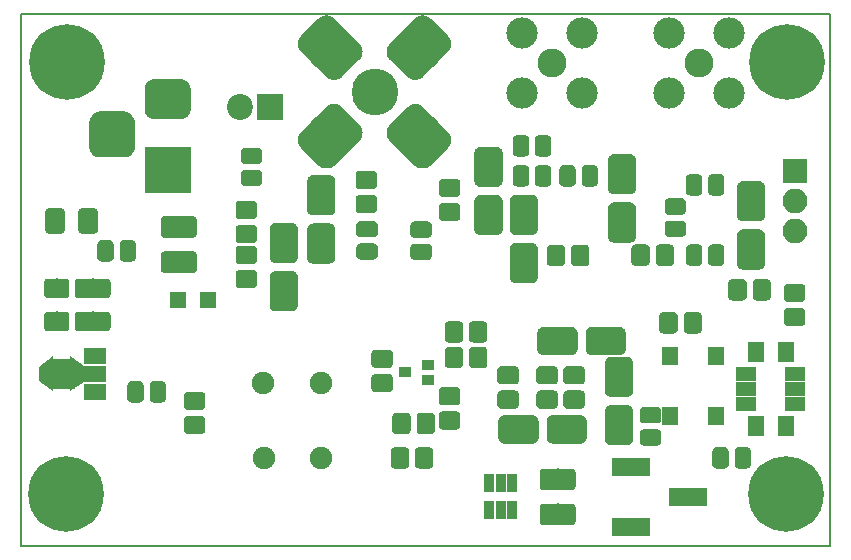
<source format=gbr>
%TF.GenerationSoftware,KiCad,Pcbnew,(5.1.2)-2*%
%TF.CreationDate,2019-08-18T23:04:57+01:00*%
%TF.ProjectId,ReferenceBias,52656665-7265-46e6-9365-426961732e6b,rev?*%
%TF.SameCoordinates,Original*%
%TF.FileFunction,Soldermask,Top*%
%TF.FilePolarity,Negative*%
%FSLAX46Y46*%
G04 Gerber Fmt 4.6, Leading zero omitted, Abs format (unit mm)*
G04 Created by KiCad (PCBNEW (5.1.2)-2) date 2019-08-18 23:04:57*
%MOMM*%
%LPD*%
G04 APERTURE LIST*
%ADD10C,0.150000*%
%ADD11C,0.100000*%
%ADD12C,1.375000*%
%ADD13C,1.900000*%
%ADD14R,1.680000X1.160000*%
%ADD15R,1.340000X1.680000*%
%ADD16R,1.400000X1.600000*%
%ADD17R,0.908000X1.619200*%
%ADD18C,1.400000*%
%ADD19R,2.240000X2.600000*%
%ADD20R,1.900000X1.400000*%
%ADD21R,2.200000X1.400000*%
%ADD22C,1.250000*%
%ADD23R,3.190000X1.590000*%
%ADD24C,1.550000*%
%ADD25R,1.100000X0.850000*%
%ADD26C,1.650000*%
%ADD27C,2.400000*%
%ADD28R,2.100000X2.100000*%
%ADD29O,2.100000X2.100000*%
%ADD30R,1.400000X1.400000*%
%ADD31C,1.825000*%
%ADD32C,4.000000*%
%ADD33C,3.956000*%
%ADD34R,3.900000X3.900000*%
%ADD35C,3.400000*%
%ADD36C,3.900000*%
%ADD37C,2.650000*%
%ADD38C,2.450000*%
%ADD39C,6.400000*%
%ADD40R,2.200000X2.200000*%
%ADD41C,2.200000*%
G04 APERTURE END LIST*
D10*
X28500000Y-109000000D02*
X28500000Y-154000000D01*
X97000000Y-154000000D02*
X28500000Y-154000000D01*
X97000000Y-109000000D02*
X97000000Y-154000000D01*
X28500000Y-109000000D02*
X97000000Y-109000000D01*
D11*
G36*
X82377943Y-142267655D02*
G01*
X82411312Y-142272605D01*
X82444035Y-142280802D01*
X82475797Y-142292166D01*
X82506293Y-142306590D01*
X82535227Y-142323932D01*
X82562323Y-142344028D01*
X82587318Y-142366682D01*
X82609972Y-142391677D01*
X82630068Y-142418773D01*
X82647410Y-142447707D01*
X82661834Y-142478203D01*
X82673198Y-142509965D01*
X82681395Y-142542688D01*
X82686345Y-142576057D01*
X82688000Y-142609750D01*
X82688000Y-143297250D01*
X82686345Y-143330943D01*
X82681395Y-143364312D01*
X82673198Y-143397035D01*
X82661834Y-143428797D01*
X82647410Y-143459293D01*
X82630068Y-143488227D01*
X82609972Y-143515323D01*
X82587318Y-143540318D01*
X82562323Y-143562972D01*
X82535227Y-143583068D01*
X82506293Y-143600410D01*
X82475797Y-143614834D01*
X82444035Y-143626198D01*
X82411312Y-143634395D01*
X82377943Y-143639345D01*
X82344250Y-143641000D01*
X81231750Y-143641000D01*
X81198057Y-143639345D01*
X81164688Y-143634395D01*
X81131965Y-143626198D01*
X81100203Y-143614834D01*
X81069707Y-143600410D01*
X81040773Y-143583068D01*
X81013677Y-143562972D01*
X80988682Y-143540318D01*
X80966028Y-143515323D01*
X80945932Y-143488227D01*
X80928590Y-143459293D01*
X80914166Y-143428797D01*
X80902802Y-143397035D01*
X80894605Y-143364312D01*
X80889655Y-143330943D01*
X80888000Y-143297250D01*
X80888000Y-142609750D01*
X80889655Y-142576057D01*
X80894605Y-142542688D01*
X80902802Y-142509965D01*
X80914166Y-142478203D01*
X80928590Y-142447707D01*
X80945932Y-142418773D01*
X80966028Y-142391677D01*
X80988682Y-142366682D01*
X81013677Y-142344028D01*
X81040773Y-142323932D01*
X81069707Y-142306590D01*
X81100203Y-142292166D01*
X81131965Y-142280802D01*
X81164688Y-142272605D01*
X81198057Y-142267655D01*
X81231750Y-142266000D01*
X82344250Y-142266000D01*
X82377943Y-142267655D01*
X82377943Y-142267655D01*
G37*
D12*
X81788000Y-142953500D03*
D11*
G36*
X82377943Y-144142655D02*
G01*
X82411312Y-144147605D01*
X82444035Y-144155802D01*
X82475797Y-144167166D01*
X82506293Y-144181590D01*
X82535227Y-144198932D01*
X82562323Y-144219028D01*
X82587318Y-144241682D01*
X82609972Y-144266677D01*
X82630068Y-144293773D01*
X82647410Y-144322707D01*
X82661834Y-144353203D01*
X82673198Y-144384965D01*
X82681395Y-144417688D01*
X82686345Y-144451057D01*
X82688000Y-144484750D01*
X82688000Y-145172250D01*
X82686345Y-145205943D01*
X82681395Y-145239312D01*
X82673198Y-145272035D01*
X82661834Y-145303797D01*
X82647410Y-145334293D01*
X82630068Y-145363227D01*
X82609972Y-145390323D01*
X82587318Y-145415318D01*
X82562323Y-145437972D01*
X82535227Y-145458068D01*
X82506293Y-145475410D01*
X82475797Y-145489834D01*
X82444035Y-145501198D01*
X82411312Y-145509395D01*
X82377943Y-145514345D01*
X82344250Y-145516000D01*
X81231750Y-145516000D01*
X81198057Y-145514345D01*
X81164688Y-145509395D01*
X81131965Y-145501198D01*
X81100203Y-145489834D01*
X81069707Y-145475410D01*
X81040773Y-145458068D01*
X81013677Y-145437972D01*
X80988682Y-145415318D01*
X80966028Y-145390323D01*
X80945932Y-145363227D01*
X80928590Y-145334293D01*
X80914166Y-145303797D01*
X80902802Y-145272035D01*
X80894605Y-145239312D01*
X80889655Y-145205943D01*
X80888000Y-145172250D01*
X80888000Y-144484750D01*
X80889655Y-144451057D01*
X80894605Y-144417688D01*
X80902802Y-144384965D01*
X80914166Y-144353203D01*
X80928590Y-144322707D01*
X80945932Y-144293773D01*
X80966028Y-144266677D01*
X80988682Y-144241682D01*
X81013677Y-144219028D01*
X81040773Y-144198932D01*
X81069707Y-144181590D01*
X81100203Y-144167166D01*
X81131965Y-144155802D01*
X81164688Y-144147605D01*
X81198057Y-144142655D01*
X81231750Y-144141000D01*
X82344250Y-144141000D01*
X82377943Y-144142655D01*
X82377943Y-144142655D01*
G37*
D12*
X81788000Y-144828500D03*
D11*
G36*
X89960943Y-145659655D02*
G01*
X89994312Y-145664605D01*
X90027035Y-145672802D01*
X90058797Y-145684166D01*
X90089293Y-145698590D01*
X90118227Y-145715932D01*
X90145323Y-145736028D01*
X90170318Y-145758682D01*
X90192972Y-145783677D01*
X90213068Y-145810773D01*
X90230410Y-145839707D01*
X90244834Y-145870203D01*
X90256198Y-145901965D01*
X90264395Y-145934688D01*
X90269345Y-145968057D01*
X90271000Y-146001750D01*
X90271000Y-147114250D01*
X90269345Y-147147943D01*
X90264395Y-147181312D01*
X90256198Y-147214035D01*
X90244834Y-147245797D01*
X90230410Y-147276293D01*
X90213068Y-147305227D01*
X90192972Y-147332323D01*
X90170318Y-147357318D01*
X90145323Y-147379972D01*
X90118227Y-147400068D01*
X90089293Y-147417410D01*
X90058797Y-147431834D01*
X90027035Y-147443198D01*
X89994312Y-147451395D01*
X89960943Y-147456345D01*
X89927250Y-147458000D01*
X89239750Y-147458000D01*
X89206057Y-147456345D01*
X89172688Y-147451395D01*
X89139965Y-147443198D01*
X89108203Y-147431834D01*
X89077707Y-147417410D01*
X89048773Y-147400068D01*
X89021677Y-147379972D01*
X88996682Y-147357318D01*
X88974028Y-147332323D01*
X88953932Y-147305227D01*
X88936590Y-147276293D01*
X88922166Y-147245797D01*
X88910802Y-147214035D01*
X88902605Y-147181312D01*
X88897655Y-147147943D01*
X88896000Y-147114250D01*
X88896000Y-146001750D01*
X88897655Y-145968057D01*
X88902605Y-145934688D01*
X88910802Y-145901965D01*
X88922166Y-145870203D01*
X88936590Y-145839707D01*
X88953932Y-145810773D01*
X88974028Y-145783677D01*
X88996682Y-145758682D01*
X89021677Y-145736028D01*
X89048773Y-145715932D01*
X89077707Y-145698590D01*
X89108203Y-145684166D01*
X89139965Y-145672802D01*
X89172688Y-145664605D01*
X89206057Y-145659655D01*
X89239750Y-145658000D01*
X89927250Y-145658000D01*
X89960943Y-145659655D01*
X89960943Y-145659655D01*
G37*
D12*
X89583500Y-146558000D03*
D11*
G36*
X88085943Y-145659655D02*
G01*
X88119312Y-145664605D01*
X88152035Y-145672802D01*
X88183797Y-145684166D01*
X88214293Y-145698590D01*
X88243227Y-145715932D01*
X88270323Y-145736028D01*
X88295318Y-145758682D01*
X88317972Y-145783677D01*
X88338068Y-145810773D01*
X88355410Y-145839707D01*
X88369834Y-145870203D01*
X88381198Y-145901965D01*
X88389395Y-145934688D01*
X88394345Y-145968057D01*
X88396000Y-146001750D01*
X88396000Y-147114250D01*
X88394345Y-147147943D01*
X88389395Y-147181312D01*
X88381198Y-147214035D01*
X88369834Y-147245797D01*
X88355410Y-147276293D01*
X88338068Y-147305227D01*
X88317972Y-147332323D01*
X88295318Y-147357318D01*
X88270323Y-147379972D01*
X88243227Y-147400068D01*
X88214293Y-147417410D01*
X88183797Y-147431834D01*
X88152035Y-147443198D01*
X88119312Y-147451395D01*
X88085943Y-147456345D01*
X88052250Y-147458000D01*
X87364750Y-147458000D01*
X87331057Y-147456345D01*
X87297688Y-147451395D01*
X87264965Y-147443198D01*
X87233203Y-147431834D01*
X87202707Y-147417410D01*
X87173773Y-147400068D01*
X87146677Y-147379972D01*
X87121682Y-147357318D01*
X87099028Y-147332323D01*
X87078932Y-147305227D01*
X87061590Y-147276293D01*
X87047166Y-147245797D01*
X87035802Y-147214035D01*
X87027605Y-147181312D01*
X87022655Y-147147943D01*
X87021000Y-147114250D01*
X87021000Y-146001750D01*
X87022655Y-145968057D01*
X87027605Y-145934688D01*
X87035802Y-145901965D01*
X87047166Y-145870203D01*
X87061590Y-145839707D01*
X87078932Y-145810773D01*
X87099028Y-145783677D01*
X87121682Y-145758682D01*
X87146677Y-145736028D01*
X87173773Y-145715932D01*
X87202707Y-145698590D01*
X87233203Y-145684166D01*
X87264965Y-145672802D01*
X87297688Y-145664605D01*
X87331057Y-145659655D01*
X87364750Y-145658000D01*
X88052250Y-145658000D01*
X88085943Y-145659655D01*
X88085943Y-145659655D01*
G37*
D12*
X87708500Y-146558000D03*
D13*
X53902000Y-146558000D03*
X49022000Y-146558000D03*
D14*
X94038000Y-141986000D03*
X94038000Y-140716000D03*
X94038000Y-139446000D03*
D15*
X93218000Y-137611000D03*
X90678000Y-137611000D03*
D14*
X89858000Y-139446000D03*
X89858000Y-140716000D03*
X89858000Y-141986000D03*
D15*
X90678000Y-143821000D03*
X93218000Y-143821000D03*
D13*
X48968000Y-140208000D03*
X53848000Y-140208000D03*
D16*
X83394000Y-143002000D03*
X83394000Y-137922000D03*
X87294000Y-137922000D03*
X87294000Y-143002000D03*
D17*
X70038001Y-148717000D03*
X69088000Y-148717000D03*
X68137999Y-148717000D03*
X68137999Y-151003000D03*
X69088000Y-151003000D03*
X70038001Y-151003000D03*
D18*
X33350200Y-139446000D03*
D11*
G36*
X32650200Y-137961869D02*
G01*
X34050200Y-138941869D01*
X34050200Y-139950131D01*
X32650200Y-140930131D01*
X32650200Y-137961869D01*
X32650200Y-137961869D01*
G37*
D19*
X31940500Y-139446000D03*
D20*
X34754000Y-137946000D03*
D21*
X34607500Y-139446000D03*
D20*
X34754000Y-140946000D03*
D22*
X30607000Y-139446000D03*
D11*
G36*
X31232000Y-140931984D02*
G01*
X29982000Y-140049632D01*
X29982000Y-138842368D01*
X31232000Y-137960016D01*
X31232000Y-140931984D01*
X31232000Y-140931984D01*
G37*
D23*
X80135000Y-152400000D03*
X84965000Y-149860000D03*
X80135000Y-147320000D03*
D11*
G36*
X37890943Y-128133655D02*
G01*
X37924312Y-128138605D01*
X37957035Y-128146802D01*
X37988797Y-128158166D01*
X38019293Y-128172590D01*
X38048227Y-128189932D01*
X38075323Y-128210028D01*
X38100318Y-128232682D01*
X38122972Y-128257677D01*
X38143068Y-128284773D01*
X38160410Y-128313707D01*
X38174834Y-128344203D01*
X38186198Y-128375965D01*
X38194395Y-128408688D01*
X38199345Y-128442057D01*
X38201000Y-128475750D01*
X38201000Y-129588250D01*
X38199345Y-129621943D01*
X38194395Y-129655312D01*
X38186198Y-129688035D01*
X38174834Y-129719797D01*
X38160410Y-129750293D01*
X38143068Y-129779227D01*
X38122972Y-129806323D01*
X38100318Y-129831318D01*
X38075323Y-129853972D01*
X38048227Y-129874068D01*
X38019293Y-129891410D01*
X37988797Y-129905834D01*
X37957035Y-129917198D01*
X37924312Y-129925395D01*
X37890943Y-129930345D01*
X37857250Y-129932000D01*
X37169750Y-129932000D01*
X37136057Y-129930345D01*
X37102688Y-129925395D01*
X37069965Y-129917198D01*
X37038203Y-129905834D01*
X37007707Y-129891410D01*
X36978773Y-129874068D01*
X36951677Y-129853972D01*
X36926682Y-129831318D01*
X36904028Y-129806323D01*
X36883932Y-129779227D01*
X36866590Y-129750293D01*
X36852166Y-129719797D01*
X36840802Y-129688035D01*
X36832605Y-129655312D01*
X36827655Y-129621943D01*
X36826000Y-129588250D01*
X36826000Y-128475750D01*
X36827655Y-128442057D01*
X36832605Y-128408688D01*
X36840802Y-128375965D01*
X36852166Y-128344203D01*
X36866590Y-128313707D01*
X36883932Y-128284773D01*
X36904028Y-128257677D01*
X36926682Y-128232682D01*
X36951677Y-128210028D01*
X36978773Y-128189932D01*
X37007707Y-128172590D01*
X37038203Y-128158166D01*
X37069965Y-128146802D01*
X37102688Y-128138605D01*
X37136057Y-128133655D01*
X37169750Y-128132000D01*
X37857250Y-128132000D01*
X37890943Y-128133655D01*
X37890943Y-128133655D01*
G37*
D12*
X37513500Y-129032000D03*
D11*
G36*
X36015943Y-128133655D02*
G01*
X36049312Y-128138605D01*
X36082035Y-128146802D01*
X36113797Y-128158166D01*
X36144293Y-128172590D01*
X36173227Y-128189932D01*
X36200323Y-128210028D01*
X36225318Y-128232682D01*
X36247972Y-128257677D01*
X36268068Y-128284773D01*
X36285410Y-128313707D01*
X36299834Y-128344203D01*
X36311198Y-128375965D01*
X36319395Y-128408688D01*
X36324345Y-128442057D01*
X36326000Y-128475750D01*
X36326000Y-129588250D01*
X36324345Y-129621943D01*
X36319395Y-129655312D01*
X36311198Y-129688035D01*
X36299834Y-129719797D01*
X36285410Y-129750293D01*
X36268068Y-129779227D01*
X36247972Y-129806323D01*
X36225318Y-129831318D01*
X36200323Y-129853972D01*
X36173227Y-129874068D01*
X36144293Y-129891410D01*
X36113797Y-129905834D01*
X36082035Y-129917198D01*
X36049312Y-129925395D01*
X36015943Y-129930345D01*
X35982250Y-129932000D01*
X35294750Y-129932000D01*
X35261057Y-129930345D01*
X35227688Y-129925395D01*
X35194965Y-129917198D01*
X35163203Y-129905834D01*
X35132707Y-129891410D01*
X35103773Y-129874068D01*
X35076677Y-129853972D01*
X35051682Y-129831318D01*
X35029028Y-129806323D01*
X35008932Y-129779227D01*
X34991590Y-129750293D01*
X34977166Y-129719797D01*
X34965802Y-129688035D01*
X34957605Y-129655312D01*
X34952655Y-129621943D01*
X34951000Y-129588250D01*
X34951000Y-128475750D01*
X34952655Y-128442057D01*
X34957605Y-128408688D01*
X34965802Y-128375965D01*
X34977166Y-128344203D01*
X34991590Y-128313707D01*
X35008932Y-128284773D01*
X35029028Y-128257677D01*
X35051682Y-128232682D01*
X35076677Y-128210028D01*
X35103773Y-128189932D01*
X35132707Y-128172590D01*
X35163203Y-128158166D01*
X35194965Y-128146802D01*
X35227688Y-128138605D01*
X35261057Y-128133655D01*
X35294750Y-128132000D01*
X35982250Y-128132000D01*
X36015943Y-128133655D01*
X36015943Y-128133655D01*
G37*
D12*
X35638500Y-129032000D03*
D11*
G36*
X70319071Y-138790623D02*
G01*
X70351781Y-138795475D01*
X70383857Y-138803509D01*
X70414991Y-138814649D01*
X70444884Y-138828787D01*
X70473247Y-138845787D01*
X70499807Y-138865485D01*
X70524308Y-138887692D01*
X70546515Y-138912193D01*
X70566213Y-138938753D01*
X70583213Y-138967116D01*
X70597351Y-138997009D01*
X70608491Y-139028143D01*
X70616525Y-139060219D01*
X70621377Y-139092929D01*
X70623000Y-139125956D01*
X70623000Y-140002044D01*
X70621377Y-140035071D01*
X70616525Y-140067781D01*
X70608491Y-140099857D01*
X70597351Y-140130991D01*
X70583213Y-140160884D01*
X70566213Y-140189247D01*
X70546515Y-140215807D01*
X70524308Y-140240308D01*
X70499807Y-140262515D01*
X70473247Y-140282213D01*
X70444884Y-140299213D01*
X70414991Y-140313351D01*
X70383857Y-140324491D01*
X70351781Y-140332525D01*
X70319071Y-140337377D01*
X70286044Y-140339000D01*
X69159956Y-140339000D01*
X69126929Y-140337377D01*
X69094219Y-140332525D01*
X69062143Y-140324491D01*
X69031009Y-140313351D01*
X69001116Y-140299213D01*
X68972753Y-140282213D01*
X68946193Y-140262515D01*
X68921692Y-140240308D01*
X68899485Y-140215807D01*
X68879787Y-140189247D01*
X68862787Y-140160884D01*
X68848649Y-140130991D01*
X68837509Y-140099857D01*
X68829475Y-140067781D01*
X68824623Y-140035071D01*
X68823000Y-140002044D01*
X68823000Y-139125956D01*
X68824623Y-139092929D01*
X68829475Y-139060219D01*
X68837509Y-139028143D01*
X68848649Y-138997009D01*
X68862787Y-138967116D01*
X68879787Y-138938753D01*
X68899485Y-138912193D01*
X68921692Y-138887692D01*
X68946193Y-138865485D01*
X68972753Y-138845787D01*
X69001116Y-138828787D01*
X69031009Y-138814649D01*
X69062143Y-138803509D01*
X69094219Y-138795475D01*
X69126929Y-138790623D01*
X69159956Y-138789000D01*
X70286044Y-138789000D01*
X70319071Y-138790623D01*
X70319071Y-138790623D01*
G37*
D24*
X69723000Y-139564000D03*
D11*
G36*
X70319071Y-140840623D02*
G01*
X70351781Y-140845475D01*
X70383857Y-140853509D01*
X70414991Y-140864649D01*
X70444884Y-140878787D01*
X70473247Y-140895787D01*
X70499807Y-140915485D01*
X70524308Y-140937692D01*
X70546515Y-140962193D01*
X70566213Y-140988753D01*
X70583213Y-141017116D01*
X70597351Y-141047009D01*
X70608491Y-141078143D01*
X70616525Y-141110219D01*
X70621377Y-141142929D01*
X70623000Y-141175956D01*
X70623000Y-142052044D01*
X70621377Y-142085071D01*
X70616525Y-142117781D01*
X70608491Y-142149857D01*
X70597351Y-142180991D01*
X70583213Y-142210884D01*
X70566213Y-142239247D01*
X70546515Y-142265807D01*
X70524308Y-142290308D01*
X70499807Y-142312515D01*
X70473247Y-142332213D01*
X70444884Y-142349213D01*
X70414991Y-142363351D01*
X70383857Y-142374491D01*
X70351781Y-142382525D01*
X70319071Y-142387377D01*
X70286044Y-142389000D01*
X69159956Y-142389000D01*
X69126929Y-142387377D01*
X69094219Y-142382525D01*
X69062143Y-142374491D01*
X69031009Y-142363351D01*
X69001116Y-142349213D01*
X68972753Y-142332213D01*
X68946193Y-142312515D01*
X68921692Y-142290308D01*
X68899485Y-142265807D01*
X68879787Y-142239247D01*
X68862787Y-142210884D01*
X68848649Y-142180991D01*
X68837509Y-142149857D01*
X68829475Y-142117781D01*
X68824623Y-142085071D01*
X68823000Y-142052044D01*
X68823000Y-141175956D01*
X68824623Y-141142929D01*
X68829475Y-141110219D01*
X68837509Y-141078143D01*
X68848649Y-141047009D01*
X68862787Y-141017116D01*
X68879787Y-140988753D01*
X68899485Y-140962193D01*
X68921692Y-140937692D01*
X68946193Y-140915485D01*
X68972753Y-140895787D01*
X69001116Y-140878787D01*
X69031009Y-140864649D01*
X69062143Y-140853509D01*
X69094219Y-140845475D01*
X69126929Y-140840623D01*
X69159956Y-140839000D01*
X70286044Y-140839000D01*
X70319071Y-140840623D01*
X70319071Y-140840623D01*
G37*
D24*
X69723000Y-141614000D03*
D11*
G36*
X67663071Y-134991623D02*
G01*
X67695781Y-134996475D01*
X67727857Y-135004509D01*
X67758991Y-135015649D01*
X67788884Y-135029787D01*
X67817247Y-135046787D01*
X67843807Y-135066485D01*
X67868308Y-135088692D01*
X67890515Y-135113193D01*
X67910213Y-135139753D01*
X67927213Y-135168116D01*
X67941351Y-135198009D01*
X67952491Y-135229143D01*
X67960525Y-135261219D01*
X67965377Y-135293929D01*
X67967000Y-135326956D01*
X67967000Y-136453044D01*
X67965377Y-136486071D01*
X67960525Y-136518781D01*
X67952491Y-136550857D01*
X67941351Y-136581991D01*
X67927213Y-136611884D01*
X67910213Y-136640247D01*
X67890515Y-136666807D01*
X67868308Y-136691308D01*
X67843807Y-136713515D01*
X67817247Y-136733213D01*
X67788884Y-136750213D01*
X67758991Y-136764351D01*
X67727857Y-136775491D01*
X67695781Y-136783525D01*
X67663071Y-136788377D01*
X67630044Y-136790000D01*
X66753956Y-136790000D01*
X66720929Y-136788377D01*
X66688219Y-136783525D01*
X66656143Y-136775491D01*
X66625009Y-136764351D01*
X66595116Y-136750213D01*
X66566753Y-136733213D01*
X66540193Y-136713515D01*
X66515692Y-136691308D01*
X66493485Y-136666807D01*
X66473787Y-136640247D01*
X66456787Y-136611884D01*
X66442649Y-136581991D01*
X66431509Y-136550857D01*
X66423475Y-136518781D01*
X66418623Y-136486071D01*
X66417000Y-136453044D01*
X66417000Y-135326956D01*
X66418623Y-135293929D01*
X66423475Y-135261219D01*
X66431509Y-135229143D01*
X66442649Y-135198009D01*
X66456787Y-135168116D01*
X66473787Y-135139753D01*
X66493485Y-135113193D01*
X66515692Y-135088692D01*
X66540193Y-135066485D01*
X66566753Y-135046787D01*
X66595116Y-135029787D01*
X66625009Y-135015649D01*
X66656143Y-135004509D01*
X66688219Y-134996475D01*
X66720929Y-134991623D01*
X66753956Y-134990000D01*
X67630044Y-134990000D01*
X67663071Y-134991623D01*
X67663071Y-134991623D01*
G37*
D24*
X67192000Y-135890000D03*
D11*
G36*
X65613071Y-134991623D02*
G01*
X65645781Y-134996475D01*
X65677857Y-135004509D01*
X65708991Y-135015649D01*
X65738884Y-135029787D01*
X65767247Y-135046787D01*
X65793807Y-135066485D01*
X65818308Y-135088692D01*
X65840515Y-135113193D01*
X65860213Y-135139753D01*
X65877213Y-135168116D01*
X65891351Y-135198009D01*
X65902491Y-135229143D01*
X65910525Y-135261219D01*
X65915377Y-135293929D01*
X65917000Y-135326956D01*
X65917000Y-136453044D01*
X65915377Y-136486071D01*
X65910525Y-136518781D01*
X65902491Y-136550857D01*
X65891351Y-136581991D01*
X65877213Y-136611884D01*
X65860213Y-136640247D01*
X65840515Y-136666807D01*
X65818308Y-136691308D01*
X65793807Y-136713515D01*
X65767247Y-136733213D01*
X65738884Y-136750213D01*
X65708991Y-136764351D01*
X65677857Y-136775491D01*
X65645781Y-136783525D01*
X65613071Y-136788377D01*
X65580044Y-136790000D01*
X64703956Y-136790000D01*
X64670929Y-136788377D01*
X64638219Y-136783525D01*
X64606143Y-136775491D01*
X64575009Y-136764351D01*
X64545116Y-136750213D01*
X64516753Y-136733213D01*
X64490193Y-136713515D01*
X64465692Y-136691308D01*
X64443485Y-136666807D01*
X64423787Y-136640247D01*
X64406787Y-136611884D01*
X64392649Y-136581991D01*
X64381509Y-136550857D01*
X64373475Y-136518781D01*
X64368623Y-136486071D01*
X64367000Y-136453044D01*
X64367000Y-135326956D01*
X64368623Y-135293929D01*
X64373475Y-135261219D01*
X64381509Y-135229143D01*
X64392649Y-135198009D01*
X64406787Y-135168116D01*
X64423787Y-135139753D01*
X64443485Y-135113193D01*
X64465692Y-135088692D01*
X64490193Y-135066485D01*
X64516753Y-135046787D01*
X64545116Y-135029787D01*
X64575009Y-135015649D01*
X64606143Y-135004509D01*
X64638219Y-134996475D01*
X64670929Y-134991623D01*
X64703956Y-134990000D01*
X65580044Y-134990000D01*
X65613071Y-134991623D01*
X65613071Y-134991623D01*
G37*
D24*
X65142000Y-135890000D03*
D11*
G36*
X65366071Y-140568623D02*
G01*
X65398781Y-140573475D01*
X65430857Y-140581509D01*
X65461991Y-140592649D01*
X65491884Y-140606787D01*
X65520247Y-140623787D01*
X65546807Y-140643485D01*
X65571308Y-140665692D01*
X65593515Y-140690193D01*
X65613213Y-140716753D01*
X65630213Y-140745116D01*
X65644351Y-140775009D01*
X65655491Y-140806143D01*
X65663525Y-140838219D01*
X65668377Y-140870929D01*
X65670000Y-140903956D01*
X65670000Y-141780044D01*
X65668377Y-141813071D01*
X65663525Y-141845781D01*
X65655491Y-141877857D01*
X65644351Y-141908991D01*
X65630213Y-141938884D01*
X65613213Y-141967247D01*
X65593515Y-141993807D01*
X65571308Y-142018308D01*
X65546807Y-142040515D01*
X65520247Y-142060213D01*
X65491884Y-142077213D01*
X65461991Y-142091351D01*
X65430857Y-142102491D01*
X65398781Y-142110525D01*
X65366071Y-142115377D01*
X65333044Y-142117000D01*
X64206956Y-142117000D01*
X64173929Y-142115377D01*
X64141219Y-142110525D01*
X64109143Y-142102491D01*
X64078009Y-142091351D01*
X64048116Y-142077213D01*
X64019753Y-142060213D01*
X63993193Y-142040515D01*
X63968692Y-142018308D01*
X63946485Y-141993807D01*
X63926787Y-141967247D01*
X63909787Y-141938884D01*
X63895649Y-141908991D01*
X63884509Y-141877857D01*
X63876475Y-141845781D01*
X63871623Y-141813071D01*
X63870000Y-141780044D01*
X63870000Y-140903956D01*
X63871623Y-140870929D01*
X63876475Y-140838219D01*
X63884509Y-140806143D01*
X63895649Y-140775009D01*
X63909787Y-140745116D01*
X63926787Y-140716753D01*
X63946485Y-140690193D01*
X63968692Y-140665692D01*
X63993193Y-140643485D01*
X64019753Y-140623787D01*
X64048116Y-140606787D01*
X64078009Y-140592649D01*
X64109143Y-140581509D01*
X64141219Y-140573475D01*
X64173929Y-140568623D01*
X64206956Y-140567000D01*
X65333044Y-140567000D01*
X65366071Y-140568623D01*
X65366071Y-140568623D01*
G37*
D24*
X64770000Y-141342000D03*
D11*
G36*
X65366071Y-142618623D02*
G01*
X65398781Y-142623475D01*
X65430857Y-142631509D01*
X65461991Y-142642649D01*
X65491884Y-142656787D01*
X65520247Y-142673787D01*
X65546807Y-142693485D01*
X65571308Y-142715692D01*
X65593515Y-142740193D01*
X65613213Y-142766753D01*
X65630213Y-142795116D01*
X65644351Y-142825009D01*
X65655491Y-142856143D01*
X65663525Y-142888219D01*
X65668377Y-142920929D01*
X65670000Y-142953956D01*
X65670000Y-143830044D01*
X65668377Y-143863071D01*
X65663525Y-143895781D01*
X65655491Y-143927857D01*
X65644351Y-143958991D01*
X65630213Y-143988884D01*
X65613213Y-144017247D01*
X65593515Y-144043807D01*
X65571308Y-144068308D01*
X65546807Y-144090515D01*
X65520247Y-144110213D01*
X65491884Y-144127213D01*
X65461991Y-144141351D01*
X65430857Y-144152491D01*
X65398781Y-144160525D01*
X65366071Y-144165377D01*
X65333044Y-144167000D01*
X64206956Y-144167000D01*
X64173929Y-144165377D01*
X64141219Y-144160525D01*
X64109143Y-144152491D01*
X64078009Y-144141351D01*
X64048116Y-144127213D01*
X64019753Y-144110213D01*
X63993193Y-144090515D01*
X63968692Y-144068308D01*
X63946485Y-144043807D01*
X63926787Y-144017247D01*
X63909787Y-143988884D01*
X63895649Y-143958991D01*
X63884509Y-143927857D01*
X63876475Y-143895781D01*
X63871623Y-143863071D01*
X63870000Y-143830044D01*
X63870000Y-142953956D01*
X63871623Y-142920929D01*
X63876475Y-142888219D01*
X63884509Y-142856143D01*
X63895649Y-142825009D01*
X63909787Y-142795116D01*
X63926787Y-142766753D01*
X63946485Y-142740193D01*
X63968692Y-142715692D01*
X63993193Y-142693485D01*
X64019753Y-142673787D01*
X64048116Y-142656787D01*
X64078009Y-142642649D01*
X64109143Y-142631509D01*
X64141219Y-142623475D01*
X64173929Y-142618623D01*
X64206956Y-142617000D01*
X65333044Y-142617000D01*
X65366071Y-142618623D01*
X65366071Y-142618623D01*
G37*
D24*
X64770000Y-143392000D03*
D11*
G36*
X63218071Y-142738623D02*
G01*
X63250781Y-142743475D01*
X63282857Y-142751509D01*
X63313991Y-142762649D01*
X63343884Y-142776787D01*
X63372247Y-142793787D01*
X63398807Y-142813485D01*
X63423308Y-142835692D01*
X63445515Y-142860193D01*
X63465213Y-142886753D01*
X63482213Y-142915116D01*
X63496351Y-142945009D01*
X63507491Y-142976143D01*
X63515525Y-143008219D01*
X63520377Y-143040929D01*
X63522000Y-143073956D01*
X63522000Y-144200044D01*
X63520377Y-144233071D01*
X63515525Y-144265781D01*
X63507491Y-144297857D01*
X63496351Y-144328991D01*
X63482213Y-144358884D01*
X63465213Y-144387247D01*
X63445515Y-144413807D01*
X63423308Y-144438308D01*
X63398807Y-144460515D01*
X63372247Y-144480213D01*
X63343884Y-144497213D01*
X63313991Y-144511351D01*
X63282857Y-144522491D01*
X63250781Y-144530525D01*
X63218071Y-144535377D01*
X63185044Y-144537000D01*
X62308956Y-144537000D01*
X62275929Y-144535377D01*
X62243219Y-144530525D01*
X62211143Y-144522491D01*
X62180009Y-144511351D01*
X62150116Y-144497213D01*
X62121753Y-144480213D01*
X62095193Y-144460515D01*
X62070692Y-144438308D01*
X62048485Y-144413807D01*
X62028787Y-144387247D01*
X62011787Y-144358884D01*
X61997649Y-144328991D01*
X61986509Y-144297857D01*
X61978475Y-144265781D01*
X61973623Y-144233071D01*
X61972000Y-144200044D01*
X61972000Y-143073956D01*
X61973623Y-143040929D01*
X61978475Y-143008219D01*
X61986509Y-142976143D01*
X61997649Y-142945009D01*
X62011787Y-142915116D01*
X62028787Y-142886753D01*
X62048485Y-142860193D01*
X62070692Y-142835692D01*
X62095193Y-142813485D01*
X62121753Y-142793787D01*
X62150116Y-142776787D01*
X62180009Y-142762649D01*
X62211143Y-142751509D01*
X62243219Y-142743475D01*
X62275929Y-142738623D01*
X62308956Y-142737000D01*
X63185044Y-142737000D01*
X63218071Y-142738623D01*
X63218071Y-142738623D01*
G37*
D24*
X62747000Y-143637000D03*
D11*
G36*
X61168071Y-142738623D02*
G01*
X61200781Y-142743475D01*
X61232857Y-142751509D01*
X61263991Y-142762649D01*
X61293884Y-142776787D01*
X61322247Y-142793787D01*
X61348807Y-142813485D01*
X61373308Y-142835692D01*
X61395515Y-142860193D01*
X61415213Y-142886753D01*
X61432213Y-142915116D01*
X61446351Y-142945009D01*
X61457491Y-142976143D01*
X61465525Y-143008219D01*
X61470377Y-143040929D01*
X61472000Y-143073956D01*
X61472000Y-144200044D01*
X61470377Y-144233071D01*
X61465525Y-144265781D01*
X61457491Y-144297857D01*
X61446351Y-144328991D01*
X61432213Y-144358884D01*
X61415213Y-144387247D01*
X61395515Y-144413807D01*
X61373308Y-144438308D01*
X61348807Y-144460515D01*
X61322247Y-144480213D01*
X61293884Y-144497213D01*
X61263991Y-144511351D01*
X61232857Y-144522491D01*
X61200781Y-144530525D01*
X61168071Y-144535377D01*
X61135044Y-144537000D01*
X60258956Y-144537000D01*
X60225929Y-144535377D01*
X60193219Y-144530525D01*
X60161143Y-144522491D01*
X60130009Y-144511351D01*
X60100116Y-144497213D01*
X60071753Y-144480213D01*
X60045193Y-144460515D01*
X60020692Y-144438308D01*
X59998485Y-144413807D01*
X59978787Y-144387247D01*
X59961787Y-144358884D01*
X59947649Y-144328991D01*
X59936509Y-144297857D01*
X59928475Y-144265781D01*
X59923623Y-144233071D01*
X59922000Y-144200044D01*
X59922000Y-143073956D01*
X59923623Y-143040929D01*
X59928475Y-143008219D01*
X59936509Y-142976143D01*
X59947649Y-142945009D01*
X59961787Y-142915116D01*
X59978787Y-142886753D01*
X59998485Y-142860193D01*
X60020692Y-142835692D01*
X60045193Y-142813485D01*
X60071753Y-142793787D01*
X60100116Y-142776787D01*
X60130009Y-142762649D01*
X60161143Y-142751509D01*
X60193219Y-142743475D01*
X60225929Y-142738623D01*
X60258956Y-142737000D01*
X61135044Y-142737000D01*
X61168071Y-142738623D01*
X61168071Y-142738623D01*
G37*
D24*
X60697000Y-143637000D03*
D25*
X60976000Y-139319000D03*
X62976000Y-138669000D03*
X62976000Y-139969000D03*
D11*
G36*
X35771346Y-134180589D02*
G01*
X35803380Y-134185341D01*
X35834794Y-134193210D01*
X35865286Y-134204120D01*
X35894561Y-134217966D01*
X35922338Y-134234615D01*
X35948350Y-134253907D01*
X35972345Y-134275655D01*
X35994093Y-134299650D01*
X36013385Y-134325662D01*
X36030034Y-134353439D01*
X36043880Y-134382714D01*
X36054790Y-134413206D01*
X36062659Y-134444620D01*
X36067411Y-134476654D01*
X36069000Y-134509000D01*
X36069000Y-135499000D01*
X36067411Y-135531346D01*
X36062659Y-135563380D01*
X36054790Y-135594794D01*
X36043880Y-135625286D01*
X36030034Y-135654561D01*
X36013385Y-135682338D01*
X35994093Y-135708350D01*
X35972345Y-135732345D01*
X35948350Y-135754093D01*
X35922338Y-135773385D01*
X35894561Y-135790034D01*
X35865286Y-135803880D01*
X35834794Y-135814790D01*
X35803380Y-135822659D01*
X35771346Y-135827411D01*
X35739000Y-135829000D01*
X33349000Y-135829000D01*
X33316654Y-135827411D01*
X33284620Y-135822659D01*
X33253206Y-135814790D01*
X33222714Y-135803880D01*
X33193439Y-135790034D01*
X33165662Y-135773385D01*
X33139650Y-135754093D01*
X33115655Y-135732345D01*
X33093907Y-135708350D01*
X33074615Y-135682338D01*
X33057966Y-135654561D01*
X33044120Y-135625286D01*
X33033210Y-135594794D01*
X33025341Y-135563380D01*
X33020589Y-135531346D01*
X33019000Y-135499000D01*
X33019000Y-134509000D01*
X33020589Y-134476654D01*
X33025341Y-134444620D01*
X33033210Y-134413206D01*
X33044120Y-134382714D01*
X33057966Y-134353439D01*
X33074615Y-134325662D01*
X33093907Y-134299650D01*
X33115655Y-134275655D01*
X33139650Y-134253907D01*
X33165662Y-134234615D01*
X33193439Y-134217966D01*
X33222714Y-134204120D01*
X33253206Y-134193210D01*
X33284620Y-134185341D01*
X33316654Y-134180589D01*
X33349000Y-134179000D01*
X35739000Y-134179000D01*
X35771346Y-134180589D01*
X35771346Y-134180589D01*
G37*
D26*
X34544000Y-135004000D03*
D11*
G36*
X35771346Y-131380589D02*
G01*
X35803380Y-131385341D01*
X35834794Y-131393210D01*
X35865286Y-131404120D01*
X35894561Y-131417966D01*
X35922338Y-131434615D01*
X35948350Y-131453907D01*
X35972345Y-131475655D01*
X35994093Y-131499650D01*
X36013385Y-131525662D01*
X36030034Y-131553439D01*
X36043880Y-131582714D01*
X36054790Y-131613206D01*
X36062659Y-131644620D01*
X36067411Y-131676654D01*
X36069000Y-131709000D01*
X36069000Y-132699000D01*
X36067411Y-132731346D01*
X36062659Y-132763380D01*
X36054790Y-132794794D01*
X36043880Y-132825286D01*
X36030034Y-132854561D01*
X36013385Y-132882338D01*
X35994093Y-132908350D01*
X35972345Y-132932345D01*
X35948350Y-132954093D01*
X35922338Y-132973385D01*
X35894561Y-132990034D01*
X35865286Y-133003880D01*
X35834794Y-133014790D01*
X35803380Y-133022659D01*
X35771346Y-133027411D01*
X35739000Y-133029000D01*
X33349000Y-133029000D01*
X33316654Y-133027411D01*
X33284620Y-133022659D01*
X33253206Y-133014790D01*
X33222714Y-133003880D01*
X33193439Y-132990034D01*
X33165662Y-132973385D01*
X33139650Y-132954093D01*
X33115655Y-132932345D01*
X33093907Y-132908350D01*
X33074615Y-132882338D01*
X33057966Y-132854561D01*
X33044120Y-132825286D01*
X33033210Y-132794794D01*
X33025341Y-132763380D01*
X33020589Y-132731346D01*
X33019000Y-132699000D01*
X33019000Y-131709000D01*
X33020589Y-131676654D01*
X33025341Y-131644620D01*
X33033210Y-131613206D01*
X33044120Y-131582714D01*
X33057966Y-131553439D01*
X33074615Y-131525662D01*
X33093907Y-131499650D01*
X33115655Y-131475655D01*
X33139650Y-131453907D01*
X33165662Y-131434615D01*
X33193439Y-131417966D01*
X33222714Y-131404120D01*
X33253206Y-131393210D01*
X33284620Y-131385341D01*
X33316654Y-131380589D01*
X33349000Y-131379000D01*
X35739000Y-131379000D01*
X35771346Y-131380589D01*
X35771346Y-131380589D01*
G37*
D26*
X34544000Y-132204000D03*
D11*
G36*
X79216247Y-135454508D02*
G01*
X79266803Y-135462007D01*
X79316380Y-135474425D01*
X79364502Y-135491644D01*
X79410703Y-135513495D01*
X79454541Y-135539771D01*
X79495592Y-135570216D01*
X79533461Y-135604539D01*
X79567784Y-135642408D01*
X79598229Y-135683459D01*
X79624505Y-135727297D01*
X79646356Y-135773498D01*
X79663575Y-135821620D01*
X79675993Y-135871197D01*
X79683492Y-135921753D01*
X79686000Y-135972800D01*
X79686000Y-137331200D01*
X79683492Y-137382247D01*
X79675993Y-137432803D01*
X79663575Y-137482380D01*
X79646356Y-137530502D01*
X79624505Y-137576703D01*
X79598229Y-137620541D01*
X79567784Y-137661592D01*
X79533461Y-137699461D01*
X79495592Y-137733784D01*
X79454541Y-137764229D01*
X79410703Y-137790505D01*
X79364502Y-137812356D01*
X79316380Y-137829575D01*
X79266803Y-137841993D01*
X79216247Y-137849492D01*
X79165200Y-137852000D01*
X76806800Y-137852000D01*
X76755753Y-137849492D01*
X76705197Y-137841993D01*
X76655620Y-137829575D01*
X76607498Y-137812356D01*
X76561297Y-137790505D01*
X76517459Y-137764229D01*
X76476408Y-137733784D01*
X76438539Y-137699461D01*
X76404216Y-137661592D01*
X76373771Y-137620541D01*
X76347495Y-137576703D01*
X76325644Y-137530502D01*
X76308425Y-137482380D01*
X76296007Y-137432803D01*
X76288508Y-137382247D01*
X76286000Y-137331200D01*
X76286000Y-135972800D01*
X76288508Y-135921753D01*
X76296007Y-135871197D01*
X76308425Y-135821620D01*
X76325644Y-135773498D01*
X76347495Y-135727297D01*
X76373771Y-135683459D01*
X76404216Y-135642408D01*
X76438539Y-135604539D01*
X76476408Y-135570216D01*
X76517459Y-135539771D01*
X76561297Y-135513495D01*
X76607498Y-135491644D01*
X76655620Y-135474425D01*
X76705197Y-135462007D01*
X76755753Y-135454508D01*
X76806800Y-135452000D01*
X79165200Y-135452000D01*
X79216247Y-135454508D01*
X79216247Y-135454508D01*
G37*
D27*
X77986000Y-136652000D03*
D11*
G36*
X75136247Y-135454508D02*
G01*
X75186803Y-135462007D01*
X75236380Y-135474425D01*
X75284502Y-135491644D01*
X75330703Y-135513495D01*
X75374541Y-135539771D01*
X75415592Y-135570216D01*
X75453461Y-135604539D01*
X75487784Y-135642408D01*
X75518229Y-135683459D01*
X75544505Y-135727297D01*
X75566356Y-135773498D01*
X75583575Y-135821620D01*
X75595993Y-135871197D01*
X75603492Y-135921753D01*
X75606000Y-135972800D01*
X75606000Y-137331200D01*
X75603492Y-137382247D01*
X75595993Y-137432803D01*
X75583575Y-137482380D01*
X75566356Y-137530502D01*
X75544505Y-137576703D01*
X75518229Y-137620541D01*
X75487784Y-137661592D01*
X75453461Y-137699461D01*
X75415592Y-137733784D01*
X75374541Y-137764229D01*
X75330703Y-137790505D01*
X75284502Y-137812356D01*
X75236380Y-137829575D01*
X75186803Y-137841993D01*
X75136247Y-137849492D01*
X75085200Y-137852000D01*
X72726800Y-137852000D01*
X72675753Y-137849492D01*
X72625197Y-137841993D01*
X72575620Y-137829575D01*
X72527498Y-137812356D01*
X72481297Y-137790505D01*
X72437459Y-137764229D01*
X72396408Y-137733784D01*
X72358539Y-137699461D01*
X72324216Y-137661592D01*
X72293771Y-137620541D01*
X72267495Y-137576703D01*
X72245644Y-137530502D01*
X72228425Y-137482380D01*
X72216007Y-137432803D01*
X72208508Y-137382247D01*
X72206000Y-137331200D01*
X72206000Y-135972800D01*
X72208508Y-135921753D01*
X72216007Y-135871197D01*
X72228425Y-135821620D01*
X72245644Y-135773498D01*
X72267495Y-135727297D01*
X72293771Y-135683459D01*
X72324216Y-135642408D01*
X72358539Y-135604539D01*
X72396408Y-135570216D01*
X72437459Y-135539771D01*
X72481297Y-135513495D01*
X72527498Y-135491644D01*
X72575620Y-135474425D01*
X72625197Y-135462007D01*
X72675753Y-135454508D01*
X72726800Y-135452000D01*
X75085200Y-135452000D01*
X75136247Y-135454508D01*
X75136247Y-135454508D01*
G37*
D27*
X73906000Y-136652000D03*
D11*
G36*
X79851247Y-142074508D02*
G01*
X79901803Y-142082007D01*
X79951380Y-142094425D01*
X79999502Y-142111644D01*
X80045703Y-142133495D01*
X80089541Y-142159771D01*
X80130592Y-142190216D01*
X80168461Y-142224539D01*
X80202784Y-142262408D01*
X80233229Y-142303459D01*
X80259505Y-142347297D01*
X80281356Y-142393498D01*
X80298575Y-142441620D01*
X80310993Y-142491197D01*
X80318492Y-142541753D01*
X80321000Y-142592800D01*
X80321000Y-144951200D01*
X80318492Y-145002247D01*
X80310993Y-145052803D01*
X80298575Y-145102380D01*
X80281356Y-145150502D01*
X80259505Y-145196703D01*
X80233229Y-145240541D01*
X80202784Y-145281592D01*
X80168461Y-145319461D01*
X80130592Y-145353784D01*
X80089541Y-145384229D01*
X80045703Y-145410505D01*
X79999502Y-145432356D01*
X79951380Y-145449575D01*
X79901803Y-145461993D01*
X79851247Y-145469492D01*
X79800200Y-145472000D01*
X78441800Y-145472000D01*
X78390753Y-145469492D01*
X78340197Y-145461993D01*
X78290620Y-145449575D01*
X78242498Y-145432356D01*
X78196297Y-145410505D01*
X78152459Y-145384229D01*
X78111408Y-145353784D01*
X78073539Y-145319461D01*
X78039216Y-145281592D01*
X78008771Y-145240541D01*
X77982495Y-145196703D01*
X77960644Y-145150502D01*
X77943425Y-145102380D01*
X77931007Y-145052803D01*
X77923508Y-145002247D01*
X77921000Y-144951200D01*
X77921000Y-142592800D01*
X77923508Y-142541753D01*
X77931007Y-142491197D01*
X77943425Y-142441620D01*
X77960644Y-142393498D01*
X77982495Y-142347297D01*
X78008771Y-142303459D01*
X78039216Y-142262408D01*
X78073539Y-142224539D01*
X78111408Y-142190216D01*
X78152459Y-142159771D01*
X78196297Y-142133495D01*
X78242498Y-142111644D01*
X78290620Y-142094425D01*
X78340197Y-142082007D01*
X78390753Y-142074508D01*
X78441800Y-142072000D01*
X79800200Y-142072000D01*
X79851247Y-142074508D01*
X79851247Y-142074508D01*
G37*
D27*
X79121000Y-143772000D03*
D11*
G36*
X79851247Y-137994508D02*
G01*
X79901803Y-138002007D01*
X79951380Y-138014425D01*
X79999502Y-138031644D01*
X80045703Y-138053495D01*
X80089541Y-138079771D01*
X80130592Y-138110216D01*
X80168461Y-138144539D01*
X80202784Y-138182408D01*
X80233229Y-138223459D01*
X80259505Y-138267297D01*
X80281356Y-138313498D01*
X80298575Y-138361620D01*
X80310993Y-138411197D01*
X80318492Y-138461753D01*
X80321000Y-138512800D01*
X80321000Y-140871200D01*
X80318492Y-140922247D01*
X80310993Y-140972803D01*
X80298575Y-141022380D01*
X80281356Y-141070502D01*
X80259505Y-141116703D01*
X80233229Y-141160541D01*
X80202784Y-141201592D01*
X80168461Y-141239461D01*
X80130592Y-141273784D01*
X80089541Y-141304229D01*
X80045703Y-141330505D01*
X79999502Y-141352356D01*
X79951380Y-141369575D01*
X79901803Y-141381993D01*
X79851247Y-141389492D01*
X79800200Y-141392000D01*
X78441800Y-141392000D01*
X78390753Y-141389492D01*
X78340197Y-141381993D01*
X78290620Y-141369575D01*
X78242498Y-141352356D01*
X78196297Y-141330505D01*
X78152459Y-141304229D01*
X78111408Y-141273784D01*
X78073539Y-141239461D01*
X78039216Y-141201592D01*
X78008771Y-141160541D01*
X77982495Y-141116703D01*
X77960644Y-141070502D01*
X77943425Y-141022380D01*
X77931007Y-140972803D01*
X77923508Y-140922247D01*
X77921000Y-140871200D01*
X77921000Y-138512800D01*
X77923508Y-138461753D01*
X77931007Y-138411197D01*
X77943425Y-138361620D01*
X77960644Y-138313498D01*
X77982495Y-138267297D01*
X78008771Y-138223459D01*
X78039216Y-138182408D01*
X78073539Y-138144539D01*
X78111408Y-138110216D01*
X78152459Y-138079771D01*
X78196297Y-138053495D01*
X78242498Y-138031644D01*
X78290620Y-138014425D01*
X78340197Y-138002007D01*
X78390753Y-137994508D01*
X78441800Y-137992000D01*
X79800200Y-137992000D01*
X79851247Y-137994508D01*
X79851247Y-137994508D01*
G37*
D27*
X79121000Y-139692000D03*
D11*
G36*
X71834247Y-142947508D02*
G01*
X71884803Y-142955007D01*
X71934380Y-142967425D01*
X71982502Y-142984644D01*
X72028703Y-143006495D01*
X72072541Y-143032771D01*
X72113592Y-143063216D01*
X72151461Y-143097539D01*
X72185784Y-143135408D01*
X72216229Y-143176459D01*
X72242505Y-143220297D01*
X72264356Y-143266498D01*
X72281575Y-143314620D01*
X72293993Y-143364197D01*
X72301492Y-143414753D01*
X72304000Y-143465800D01*
X72304000Y-144824200D01*
X72301492Y-144875247D01*
X72293993Y-144925803D01*
X72281575Y-144975380D01*
X72264356Y-145023502D01*
X72242505Y-145069703D01*
X72216229Y-145113541D01*
X72185784Y-145154592D01*
X72151461Y-145192461D01*
X72113592Y-145226784D01*
X72072541Y-145257229D01*
X72028703Y-145283505D01*
X71982502Y-145305356D01*
X71934380Y-145322575D01*
X71884803Y-145334993D01*
X71834247Y-145342492D01*
X71783200Y-145345000D01*
X69424800Y-145345000D01*
X69373753Y-145342492D01*
X69323197Y-145334993D01*
X69273620Y-145322575D01*
X69225498Y-145305356D01*
X69179297Y-145283505D01*
X69135459Y-145257229D01*
X69094408Y-145226784D01*
X69056539Y-145192461D01*
X69022216Y-145154592D01*
X68991771Y-145113541D01*
X68965495Y-145069703D01*
X68943644Y-145023502D01*
X68926425Y-144975380D01*
X68914007Y-144925803D01*
X68906508Y-144875247D01*
X68904000Y-144824200D01*
X68904000Y-143465800D01*
X68906508Y-143414753D01*
X68914007Y-143364197D01*
X68926425Y-143314620D01*
X68943644Y-143266498D01*
X68965495Y-143220297D01*
X68991771Y-143176459D01*
X69022216Y-143135408D01*
X69056539Y-143097539D01*
X69094408Y-143063216D01*
X69135459Y-143032771D01*
X69179297Y-143006495D01*
X69225498Y-142984644D01*
X69273620Y-142967425D01*
X69323197Y-142955007D01*
X69373753Y-142947508D01*
X69424800Y-142945000D01*
X71783200Y-142945000D01*
X71834247Y-142947508D01*
X71834247Y-142947508D01*
G37*
D27*
X70604000Y-144145000D03*
D11*
G36*
X75914247Y-142947508D02*
G01*
X75964803Y-142955007D01*
X76014380Y-142967425D01*
X76062502Y-142984644D01*
X76108703Y-143006495D01*
X76152541Y-143032771D01*
X76193592Y-143063216D01*
X76231461Y-143097539D01*
X76265784Y-143135408D01*
X76296229Y-143176459D01*
X76322505Y-143220297D01*
X76344356Y-143266498D01*
X76361575Y-143314620D01*
X76373993Y-143364197D01*
X76381492Y-143414753D01*
X76384000Y-143465800D01*
X76384000Y-144824200D01*
X76381492Y-144875247D01*
X76373993Y-144925803D01*
X76361575Y-144975380D01*
X76344356Y-145023502D01*
X76322505Y-145069703D01*
X76296229Y-145113541D01*
X76265784Y-145154592D01*
X76231461Y-145192461D01*
X76193592Y-145226784D01*
X76152541Y-145257229D01*
X76108703Y-145283505D01*
X76062502Y-145305356D01*
X76014380Y-145322575D01*
X75964803Y-145334993D01*
X75914247Y-145342492D01*
X75863200Y-145345000D01*
X73504800Y-145345000D01*
X73453753Y-145342492D01*
X73403197Y-145334993D01*
X73353620Y-145322575D01*
X73305498Y-145305356D01*
X73259297Y-145283505D01*
X73215459Y-145257229D01*
X73174408Y-145226784D01*
X73136539Y-145192461D01*
X73102216Y-145154592D01*
X73071771Y-145113541D01*
X73045495Y-145069703D01*
X73023644Y-145023502D01*
X73006425Y-144975380D01*
X72994007Y-144925803D01*
X72986508Y-144875247D01*
X72984000Y-144824200D01*
X72984000Y-143465800D01*
X72986508Y-143414753D01*
X72994007Y-143364197D01*
X73006425Y-143314620D01*
X73023644Y-143266498D01*
X73045495Y-143220297D01*
X73071771Y-143176459D01*
X73102216Y-143135408D01*
X73136539Y-143097539D01*
X73174408Y-143063216D01*
X73215459Y-143032771D01*
X73259297Y-143006495D01*
X73305498Y-142984644D01*
X73353620Y-142967425D01*
X73403197Y-142955007D01*
X73453753Y-142947508D01*
X73504800Y-142945000D01*
X75863200Y-142945000D01*
X75914247Y-142947508D01*
X75914247Y-142947508D01*
G37*
D27*
X74684000Y-144145000D03*
D11*
G36*
X91027247Y-123135508D02*
G01*
X91077803Y-123143007D01*
X91127380Y-123155425D01*
X91175502Y-123172644D01*
X91221703Y-123194495D01*
X91265541Y-123220771D01*
X91306592Y-123251216D01*
X91344461Y-123285539D01*
X91378784Y-123323408D01*
X91409229Y-123364459D01*
X91435505Y-123408297D01*
X91457356Y-123454498D01*
X91474575Y-123502620D01*
X91486993Y-123552197D01*
X91494492Y-123602753D01*
X91497000Y-123653800D01*
X91497000Y-126012200D01*
X91494492Y-126063247D01*
X91486993Y-126113803D01*
X91474575Y-126163380D01*
X91457356Y-126211502D01*
X91435505Y-126257703D01*
X91409229Y-126301541D01*
X91378784Y-126342592D01*
X91344461Y-126380461D01*
X91306592Y-126414784D01*
X91265541Y-126445229D01*
X91221703Y-126471505D01*
X91175502Y-126493356D01*
X91127380Y-126510575D01*
X91077803Y-126522993D01*
X91027247Y-126530492D01*
X90976200Y-126533000D01*
X89617800Y-126533000D01*
X89566753Y-126530492D01*
X89516197Y-126522993D01*
X89466620Y-126510575D01*
X89418498Y-126493356D01*
X89372297Y-126471505D01*
X89328459Y-126445229D01*
X89287408Y-126414784D01*
X89249539Y-126380461D01*
X89215216Y-126342592D01*
X89184771Y-126301541D01*
X89158495Y-126257703D01*
X89136644Y-126211502D01*
X89119425Y-126163380D01*
X89107007Y-126113803D01*
X89099508Y-126063247D01*
X89097000Y-126012200D01*
X89097000Y-123653800D01*
X89099508Y-123602753D01*
X89107007Y-123552197D01*
X89119425Y-123502620D01*
X89136644Y-123454498D01*
X89158495Y-123408297D01*
X89184771Y-123364459D01*
X89215216Y-123323408D01*
X89249539Y-123285539D01*
X89287408Y-123251216D01*
X89328459Y-123220771D01*
X89372297Y-123194495D01*
X89418498Y-123172644D01*
X89466620Y-123155425D01*
X89516197Y-123143007D01*
X89566753Y-123135508D01*
X89617800Y-123133000D01*
X90976200Y-123133000D01*
X91027247Y-123135508D01*
X91027247Y-123135508D01*
G37*
D27*
X90297000Y-124833000D03*
D11*
G36*
X91027247Y-127215508D02*
G01*
X91077803Y-127223007D01*
X91127380Y-127235425D01*
X91175502Y-127252644D01*
X91221703Y-127274495D01*
X91265541Y-127300771D01*
X91306592Y-127331216D01*
X91344461Y-127365539D01*
X91378784Y-127403408D01*
X91409229Y-127444459D01*
X91435505Y-127488297D01*
X91457356Y-127534498D01*
X91474575Y-127582620D01*
X91486993Y-127632197D01*
X91494492Y-127682753D01*
X91497000Y-127733800D01*
X91497000Y-130092200D01*
X91494492Y-130143247D01*
X91486993Y-130193803D01*
X91474575Y-130243380D01*
X91457356Y-130291502D01*
X91435505Y-130337703D01*
X91409229Y-130381541D01*
X91378784Y-130422592D01*
X91344461Y-130460461D01*
X91306592Y-130494784D01*
X91265541Y-130525229D01*
X91221703Y-130551505D01*
X91175502Y-130573356D01*
X91127380Y-130590575D01*
X91077803Y-130602993D01*
X91027247Y-130610492D01*
X90976200Y-130613000D01*
X89617800Y-130613000D01*
X89566753Y-130610492D01*
X89516197Y-130602993D01*
X89466620Y-130590575D01*
X89418498Y-130573356D01*
X89372297Y-130551505D01*
X89328459Y-130525229D01*
X89287408Y-130494784D01*
X89249539Y-130460461D01*
X89215216Y-130422592D01*
X89184771Y-130381541D01*
X89158495Y-130337703D01*
X89136644Y-130291502D01*
X89119425Y-130243380D01*
X89107007Y-130193803D01*
X89099508Y-130143247D01*
X89097000Y-130092200D01*
X89097000Y-127733800D01*
X89099508Y-127682753D01*
X89107007Y-127632197D01*
X89119425Y-127582620D01*
X89136644Y-127534498D01*
X89158495Y-127488297D01*
X89184771Y-127444459D01*
X89215216Y-127403408D01*
X89249539Y-127365539D01*
X89287408Y-127331216D01*
X89328459Y-127300771D01*
X89372297Y-127274495D01*
X89418498Y-127252644D01*
X89466620Y-127235425D01*
X89516197Y-127223007D01*
X89566753Y-127215508D01*
X89617800Y-127213000D01*
X90976200Y-127213000D01*
X91027247Y-127215508D01*
X91027247Y-127215508D01*
G37*
D27*
X90297000Y-128913000D03*
D11*
G36*
X51459298Y-126666043D02*
G01*
X51509854Y-126673542D01*
X51559431Y-126685960D01*
X51607553Y-126703179D01*
X51653754Y-126725030D01*
X51697592Y-126751306D01*
X51738643Y-126781751D01*
X51776512Y-126816074D01*
X51810835Y-126853943D01*
X51841280Y-126894994D01*
X51867556Y-126938832D01*
X51889407Y-126985033D01*
X51906626Y-127033155D01*
X51919044Y-127082732D01*
X51926543Y-127133288D01*
X51929051Y-127184335D01*
X51929051Y-129542735D01*
X51926543Y-129593782D01*
X51919044Y-129644338D01*
X51906626Y-129693915D01*
X51889407Y-129742037D01*
X51867556Y-129788238D01*
X51841280Y-129832076D01*
X51810835Y-129873127D01*
X51776512Y-129910996D01*
X51738643Y-129945319D01*
X51697592Y-129975764D01*
X51653754Y-130002040D01*
X51607553Y-130023891D01*
X51559431Y-130041110D01*
X51509854Y-130053528D01*
X51459298Y-130061027D01*
X51408251Y-130063535D01*
X50049851Y-130063535D01*
X49998804Y-130061027D01*
X49948248Y-130053528D01*
X49898671Y-130041110D01*
X49850549Y-130023891D01*
X49804348Y-130002040D01*
X49760510Y-129975764D01*
X49719459Y-129945319D01*
X49681590Y-129910996D01*
X49647267Y-129873127D01*
X49616822Y-129832076D01*
X49590546Y-129788238D01*
X49568695Y-129742037D01*
X49551476Y-129693915D01*
X49539058Y-129644338D01*
X49531559Y-129593782D01*
X49529051Y-129542735D01*
X49529051Y-127184335D01*
X49531559Y-127133288D01*
X49539058Y-127082732D01*
X49551476Y-127033155D01*
X49568695Y-126985033D01*
X49590546Y-126938832D01*
X49616822Y-126894994D01*
X49647267Y-126853943D01*
X49681590Y-126816074D01*
X49719459Y-126781751D01*
X49760510Y-126751306D01*
X49804348Y-126725030D01*
X49850549Y-126703179D01*
X49898671Y-126685960D01*
X49948248Y-126673542D01*
X49998804Y-126666043D01*
X50049851Y-126663535D01*
X51408251Y-126663535D01*
X51459298Y-126666043D01*
X51459298Y-126666043D01*
G37*
D27*
X50729051Y-128363535D03*
D11*
G36*
X51459298Y-130746043D02*
G01*
X51509854Y-130753542D01*
X51559431Y-130765960D01*
X51607553Y-130783179D01*
X51653754Y-130805030D01*
X51697592Y-130831306D01*
X51738643Y-130861751D01*
X51776512Y-130896074D01*
X51810835Y-130933943D01*
X51841280Y-130974994D01*
X51867556Y-131018832D01*
X51889407Y-131065033D01*
X51906626Y-131113155D01*
X51919044Y-131162732D01*
X51926543Y-131213288D01*
X51929051Y-131264335D01*
X51929051Y-133622735D01*
X51926543Y-133673782D01*
X51919044Y-133724338D01*
X51906626Y-133773915D01*
X51889407Y-133822037D01*
X51867556Y-133868238D01*
X51841280Y-133912076D01*
X51810835Y-133953127D01*
X51776512Y-133990996D01*
X51738643Y-134025319D01*
X51697592Y-134055764D01*
X51653754Y-134082040D01*
X51607553Y-134103891D01*
X51559431Y-134121110D01*
X51509854Y-134133528D01*
X51459298Y-134141027D01*
X51408251Y-134143535D01*
X50049851Y-134143535D01*
X49998804Y-134141027D01*
X49948248Y-134133528D01*
X49898671Y-134121110D01*
X49850549Y-134103891D01*
X49804348Y-134082040D01*
X49760510Y-134055764D01*
X49719459Y-134025319D01*
X49681590Y-133990996D01*
X49647267Y-133953127D01*
X49616822Y-133912076D01*
X49590546Y-133868238D01*
X49568695Y-133822037D01*
X49551476Y-133773915D01*
X49539058Y-133724338D01*
X49531559Y-133673782D01*
X49529051Y-133622735D01*
X49529051Y-131264335D01*
X49531559Y-131213288D01*
X49539058Y-131162732D01*
X49551476Y-131113155D01*
X49568695Y-131065033D01*
X49590546Y-131018832D01*
X49616822Y-130974994D01*
X49647267Y-130933943D01*
X49681590Y-130896074D01*
X49719459Y-130861751D01*
X49760510Y-130831306D01*
X49804348Y-130805030D01*
X49850549Y-130783179D01*
X49898671Y-130765960D01*
X49948248Y-130753542D01*
X49998804Y-130746043D01*
X50049851Y-130743535D01*
X51408251Y-130743535D01*
X51459298Y-130746043D01*
X51459298Y-130746043D01*
G37*
D27*
X50729051Y-132443535D03*
D11*
G36*
X54634298Y-122627508D02*
G01*
X54684854Y-122635007D01*
X54734431Y-122647425D01*
X54782553Y-122664644D01*
X54828754Y-122686495D01*
X54872592Y-122712771D01*
X54913643Y-122743216D01*
X54951512Y-122777539D01*
X54985835Y-122815408D01*
X55016280Y-122856459D01*
X55042556Y-122900297D01*
X55064407Y-122946498D01*
X55081626Y-122994620D01*
X55094044Y-123044197D01*
X55101543Y-123094753D01*
X55104051Y-123145800D01*
X55104051Y-125504200D01*
X55101543Y-125555247D01*
X55094044Y-125605803D01*
X55081626Y-125655380D01*
X55064407Y-125703502D01*
X55042556Y-125749703D01*
X55016280Y-125793541D01*
X54985835Y-125834592D01*
X54951512Y-125872461D01*
X54913643Y-125906784D01*
X54872592Y-125937229D01*
X54828754Y-125963505D01*
X54782553Y-125985356D01*
X54734431Y-126002575D01*
X54684854Y-126014993D01*
X54634298Y-126022492D01*
X54583251Y-126025000D01*
X53224851Y-126025000D01*
X53173804Y-126022492D01*
X53123248Y-126014993D01*
X53073671Y-126002575D01*
X53025549Y-125985356D01*
X52979348Y-125963505D01*
X52935510Y-125937229D01*
X52894459Y-125906784D01*
X52856590Y-125872461D01*
X52822267Y-125834592D01*
X52791822Y-125793541D01*
X52765546Y-125749703D01*
X52743695Y-125703502D01*
X52726476Y-125655380D01*
X52714058Y-125605803D01*
X52706559Y-125555247D01*
X52704051Y-125504200D01*
X52704051Y-123145800D01*
X52706559Y-123094753D01*
X52714058Y-123044197D01*
X52726476Y-122994620D01*
X52743695Y-122946498D01*
X52765546Y-122900297D01*
X52791822Y-122856459D01*
X52822267Y-122815408D01*
X52856590Y-122777539D01*
X52894459Y-122743216D01*
X52935510Y-122712771D01*
X52979348Y-122686495D01*
X53025549Y-122664644D01*
X53073671Y-122647425D01*
X53123248Y-122635007D01*
X53173804Y-122627508D01*
X53224851Y-122625000D01*
X54583251Y-122625000D01*
X54634298Y-122627508D01*
X54634298Y-122627508D01*
G37*
D27*
X53904051Y-124325000D03*
D11*
G36*
X54634298Y-126707508D02*
G01*
X54684854Y-126715007D01*
X54734431Y-126727425D01*
X54782553Y-126744644D01*
X54828754Y-126766495D01*
X54872592Y-126792771D01*
X54913643Y-126823216D01*
X54951512Y-126857539D01*
X54985835Y-126895408D01*
X55016280Y-126936459D01*
X55042556Y-126980297D01*
X55064407Y-127026498D01*
X55081626Y-127074620D01*
X55094044Y-127124197D01*
X55101543Y-127174753D01*
X55104051Y-127225800D01*
X55104051Y-129584200D01*
X55101543Y-129635247D01*
X55094044Y-129685803D01*
X55081626Y-129735380D01*
X55064407Y-129783502D01*
X55042556Y-129829703D01*
X55016280Y-129873541D01*
X54985835Y-129914592D01*
X54951512Y-129952461D01*
X54913643Y-129986784D01*
X54872592Y-130017229D01*
X54828754Y-130043505D01*
X54782553Y-130065356D01*
X54734431Y-130082575D01*
X54684854Y-130094993D01*
X54634298Y-130102492D01*
X54583251Y-130105000D01*
X53224851Y-130105000D01*
X53173804Y-130102492D01*
X53123248Y-130094993D01*
X53073671Y-130082575D01*
X53025549Y-130065356D01*
X52979348Y-130043505D01*
X52935510Y-130017229D01*
X52894459Y-129986784D01*
X52856590Y-129952461D01*
X52822267Y-129914592D01*
X52791822Y-129873541D01*
X52765546Y-129829703D01*
X52743695Y-129783502D01*
X52726476Y-129735380D01*
X52714058Y-129685803D01*
X52706559Y-129635247D01*
X52704051Y-129584200D01*
X52704051Y-127225800D01*
X52706559Y-127174753D01*
X52714058Y-127124197D01*
X52726476Y-127074620D01*
X52743695Y-127026498D01*
X52765546Y-126980297D01*
X52791822Y-126936459D01*
X52822267Y-126895408D01*
X52856590Y-126857539D01*
X52894459Y-126823216D01*
X52935510Y-126792771D01*
X52979348Y-126766495D01*
X53025549Y-126744644D01*
X53073671Y-126727425D01*
X53123248Y-126715007D01*
X53173804Y-126707508D01*
X53224851Y-126705000D01*
X54583251Y-126705000D01*
X54634298Y-126707508D01*
X54634298Y-126707508D01*
G37*
D27*
X53904051Y-128405000D03*
D11*
G36*
X71779298Y-124278508D02*
G01*
X71829854Y-124286007D01*
X71879431Y-124298425D01*
X71927553Y-124315644D01*
X71973754Y-124337495D01*
X72017592Y-124363771D01*
X72058643Y-124394216D01*
X72096512Y-124428539D01*
X72130835Y-124466408D01*
X72161280Y-124507459D01*
X72187556Y-124551297D01*
X72209407Y-124597498D01*
X72226626Y-124645620D01*
X72239044Y-124695197D01*
X72246543Y-124745753D01*
X72249051Y-124796800D01*
X72249051Y-127155200D01*
X72246543Y-127206247D01*
X72239044Y-127256803D01*
X72226626Y-127306380D01*
X72209407Y-127354502D01*
X72187556Y-127400703D01*
X72161280Y-127444541D01*
X72130835Y-127485592D01*
X72096512Y-127523461D01*
X72058643Y-127557784D01*
X72017592Y-127588229D01*
X71973754Y-127614505D01*
X71927553Y-127636356D01*
X71879431Y-127653575D01*
X71829854Y-127665993D01*
X71779298Y-127673492D01*
X71728251Y-127676000D01*
X70369851Y-127676000D01*
X70318804Y-127673492D01*
X70268248Y-127665993D01*
X70218671Y-127653575D01*
X70170549Y-127636356D01*
X70124348Y-127614505D01*
X70080510Y-127588229D01*
X70039459Y-127557784D01*
X70001590Y-127523461D01*
X69967267Y-127485592D01*
X69936822Y-127444541D01*
X69910546Y-127400703D01*
X69888695Y-127354502D01*
X69871476Y-127306380D01*
X69859058Y-127256803D01*
X69851559Y-127206247D01*
X69849051Y-127155200D01*
X69849051Y-124796800D01*
X69851559Y-124745753D01*
X69859058Y-124695197D01*
X69871476Y-124645620D01*
X69888695Y-124597498D01*
X69910546Y-124551297D01*
X69936822Y-124507459D01*
X69967267Y-124466408D01*
X70001590Y-124428539D01*
X70039459Y-124394216D01*
X70080510Y-124363771D01*
X70124348Y-124337495D01*
X70170549Y-124315644D01*
X70218671Y-124298425D01*
X70268248Y-124286007D01*
X70318804Y-124278508D01*
X70369851Y-124276000D01*
X71728251Y-124276000D01*
X71779298Y-124278508D01*
X71779298Y-124278508D01*
G37*
D27*
X71049051Y-125976000D03*
D11*
G36*
X71779298Y-128358508D02*
G01*
X71829854Y-128366007D01*
X71879431Y-128378425D01*
X71927553Y-128395644D01*
X71973754Y-128417495D01*
X72017592Y-128443771D01*
X72058643Y-128474216D01*
X72096512Y-128508539D01*
X72130835Y-128546408D01*
X72161280Y-128587459D01*
X72187556Y-128631297D01*
X72209407Y-128677498D01*
X72226626Y-128725620D01*
X72239044Y-128775197D01*
X72246543Y-128825753D01*
X72249051Y-128876800D01*
X72249051Y-131235200D01*
X72246543Y-131286247D01*
X72239044Y-131336803D01*
X72226626Y-131386380D01*
X72209407Y-131434502D01*
X72187556Y-131480703D01*
X72161280Y-131524541D01*
X72130835Y-131565592D01*
X72096512Y-131603461D01*
X72058643Y-131637784D01*
X72017592Y-131668229D01*
X71973754Y-131694505D01*
X71927553Y-131716356D01*
X71879431Y-131733575D01*
X71829854Y-131745993D01*
X71779298Y-131753492D01*
X71728251Y-131756000D01*
X70369851Y-131756000D01*
X70318804Y-131753492D01*
X70268248Y-131745993D01*
X70218671Y-131733575D01*
X70170549Y-131716356D01*
X70124348Y-131694505D01*
X70080510Y-131668229D01*
X70039459Y-131637784D01*
X70001590Y-131603461D01*
X69967267Y-131565592D01*
X69936822Y-131524541D01*
X69910546Y-131480703D01*
X69888695Y-131434502D01*
X69871476Y-131386380D01*
X69859058Y-131336803D01*
X69851559Y-131286247D01*
X69849051Y-131235200D01*
X69849051Y-128876800D01*
X69851559Y-128825753D01*
X69859058Y-128775197D01*
X69871476Y-128725620D01*
X69888695Y-128677498D01*
X69910546Y-128631297D01*
X69936822Y-128587459D01*
X69967267Y-128546408D01*
X70001590Y-128508539D01*
X70039459Y-128474216D01*
X70080510Y-128443771D01*
X70124348Y-128417495D01*
X70170549Y-128395644D01*
X70218671Y-128378425D01*
X70268248Y-128366007D01*
X70318804Y-128358508D01*
X70369851Y-128356000D01*
X71728251Y-128356000D01*
X71779298Y-128358508D01*
X71779298Y-128358508D01*
G37*
D27*
X71049051Y-130056000D03*
D11*
G36*
X80105247Y-124929508D02*
G01*
X80155803Y-124937007D01*
X80205380Y-124949425D01*
X80253502Y-124966644D01*
X80299703Y-124988495D01*
X80343541Y-125014771D01*
X80384592Y-125045216D01*
X80422461Y-125079539D01*
X80456784Y-125117408D01*
X80487229Y-125158459D01*
X80513505Y-125202297D01*
X80535356Y-125248498D01*
X80552575Y-125296620D01*
X80564993Y-125346197D01*
X80572492Y-125396753D01*
X80575000Y-125447800D01*
X80575000Y-127806200D01*
X80572492Y-127857247D01*
X80564993Y-127907803D01*
X80552575Y-127957380D01*
X80535356Y-128005502D01*
X80513505Y-128051703D01*
X80487229Y-128095541D01*
X80456784Y-128136592D01*
X80422461Y-128174461D01*
X80384592Y-128208784D01*
X80343541Y-128239229D01*
X80299703Y-128265505D01*
X80253502Y-128287356D01*
X80205380Y-128304575D01*
X80155803Y-128316993D01*
X80105247Y-128324492D01*
X80054200Y-128327000D01*
X78695800Y-128327000D01*
X78644753Y-128324492D01*
X78594197Y-128316993D01*
X78544620Y-128304575D01*
X78496498Y-128287356D01*
X78450297Y-128265505D01*
X78406459Y-128239229D01*
X78365408Y-128208784D01*
X78327539Y-128174461D01*
X78293216Y-128136592D01*
X78262771Y-128095541D01*
X78236495Y-128051703D01*
X78214644Y-128005502D01*
X78197425Y-127957380D01*
X78185007Y-127907803D01*
X78177508Y-127857247D01*
X78175000Y-127806200D01*
X78175000Y-125447800D01*
X78177508Y-125396753D01*
X78185007Y-125346197D01*
X78197425Y-125296620D01*
X78214644Y-125248498D01*
X78236495Y-125202297D01*
X78262771Y-125158459D01*
X78293216Y-125117408D01*
X78327539Y-125079539D01*
X78365408Y-125045216D01*
X78406459Y-125014771D01*
X78450297Y-124988495D01*
X78496498Y-124966644D01*
X78544620Y-124949425D01*
X78594197Y-124937007D01*
X78644753Y-124929508D01*
X78695800Y-124927000D01*
X80054200Y-124927000D01*
X80105247Y-124929508D01*
X80105247Y-124929508D01*
G37*
D27*
X79375000Y-126627000D03*
D11*
G36*
X80105247Y-120849508D02*
G01*
X80155803Y-120857007D01*
X80205380Y-120869425D01*
X80253502Y-120886644D01*
X80299703Y-120908495D01*
X80343541Y-120934771D01*
X80384592Y-120965216D01*
X80422461Y-120999539D01*
X80456784Y-121037408D01*
X80487229Y-121078459D01*
X80513505Y-121122297D01*
X80535356Y-121168498D01*
X80552575Y-121216620D01*
X80564993Y-121266197D01*
X80572492Y-121316753D01*
X80575000Y-121367800D01*
X80575000Y-123726200D01*
X80572492Y-123777247D01*
X80564993Y-123827803D01*
X80552575Y-123877380D01*
X80535356Y-123925502D01*
X80513505Y-123971703D01*
X80487229Y-124015541D01*
X80456784Y-124056592D01*
X80422461Y-124094461D01*
X80384592Y-124128784D01*
X80343541Y-124159229D01*
X80299703Y-124185505D01*
X80253502Y-124207356D01*
X80205380Y-124224575D01*
X80155803Y-124236993D01*
X80105247Y-124244492D01*
X80054200Y-124247000D01*
X78695800Y-124247000D01*
X78644753Y-124244492D01*
X78594197Y-124236993D01*
X78544620Y-124224575D01*
X78496498Y-124207356D01*
X78450297Y-124185505D01*
X78406459Y-124159229D01*
X78365408Y-124128784D01*
X78327539Y-124094461D01*
X78293216Y-124056592D01*
X78262771Y-124015541D01*
X78236495Y-123971703D01*
X78214644Y-123925502D01*
X78197425Y-123877380D01*
X78185007Y-123827803D01*
X78177508Y-123777247D01*
X78175000Y-123726200D01*
X78175000Y-121367800D01*
X78177508Y-121316753D01*
X78185007Y-121266197D01*
X78197425Y-121216620D01*
X78214644Y-121168498D01*
X78236495Y-121122297D01*
X78262771Y-121078459D01*
X78293216Y-121037408D01*
X78327539Y-120999539D01*
X78365408Y-120965216D01*
X78406459Y-120934771D01*
X78450297Y-120908495D01*
X78496498Y-120886644D01*
X78544620Y-120869425D01*
X78594197Y-120857007D01*
X78644753Y-120849508D01*
X78695800Y-120847000D01*
X80054200Y-120847000D01*
X80105247Y-120849508D01*
X80105247Y-120849508D01*
G37*
D27*
X79375000Y-122547000D03*
D11*
G36*
X68802247Y-120214508D02*
G01*
X68852803Y-120222007D01*
X68902380Y-120234425D01*
X68950502Y-120251644D01*
X68996703Y-120273495D01*
X69040541Y-120299771D01*
X69081592Y-120330216D01*
X69119461Y-120364539D01*
X69153784Y-120402408D01*
X69184229Y-120443459D01*
X69210505Y-120487297D01*
X69232356Y-120533498D01*
X69249575Y-120581620D01*
X69261993Y-120631197D01*
X69269492Y-120681753D01*
X69272000Y-120732800D01*
X69272000Y-123091200D01*
X69269492Y-123142247D01*
X69261993Y-123192803D01*
X69249575Y-123242380D01*
X69232356Y-123290502D01*
X69210505Y-123336703D01*
X69184229Y-123380541D01*
X69153784Y-123421592D01*
X69119461Y-123459461D01*
X69081592Y-123493784D01*
X69040541Y-123524229D01*
X68996703Y-123550505D01*
X68950502Y-123572356D01*
X68902380Y-123589575D01*
X68852803Y-123601993D01*
X68802247Y-123609492D01*
X68751200Y-123612000D01*
X67392800Y-123612000D01*
X67341753Y-123609492D01*
X67291197Y-123601993D01*
X67241620Y-123589575D01*
X67193498Y-123572356D01*
X67147297Y-123550505D01*
X67103459Y-123524229D01*
X67062408Y-123493784D01*
X67024539Y-123459461D01*
X66990216Y-123421592D01*
X66959771Y-123380541D01*
X66933495Y-123336703D01*
X66911644Y-123290502D01*
X66894425Y-123242380D01*
X66882007Y-123192803D01*
X66874508Y-123142247D01*
X66872000Y-123091200D01*
X66872000Y-120732800D01*
X66874508Y-120681753D01*
X66882007Y-120631197D01*
X66894425Y-120581620D01*
X66911644Y-120533498D01*
X66933495Y-120487297D01*
X66959771Y-120443459D01*
X66990216Y-120402408D01*
X67024539Y-120364539D01*
X67062408Y-120330216D01*
X67103459Y-120299771D01*
X67147297Y-120273495D01*
X67193498Y-120251644D01*
X67241620Y-120234425D01*
X67291197Y-120222007D01*
X67341753Y-120214508D01*
X67392800Y-120212000D01*
X68751200Y-120212000D01*
X68802247Y-120214508D01*
X68802247Y-120214508D01*
G37*
D27*
X68072000Y-121912000D03*
D11*
G36*
X68802247Y-124294508D02*
G01*
X68852803Y-124302007D01*
X68902380Y-124314425D01*
X68950502Y-124331644D01*
X68996703Y-124353495D01*
X69040541Y-124379771D01*
X69081592Y-124410216D01*
X69119461Y-124444539D01*
X69153784Y-124482408D01*
X69184229Y-124523459D01*
X69210505Y-124567297D01*
X69232356Y-124613498D01*
X69249575Y-124661620D01*
X69261993Y-124711197D01*
X69269492Y-124761753D01*
X69272000Y-124812800D01*
X69272000Y-127171200D01*
X69269492Y-127222247D01*
X69261993Y-127272803D01*
X69249575Y-127322380D01*
X69232356Y-127370502D01*
X69210505Y-127416703D01*
X69184229Y-127460541D01*
X69153784Y-127501592D01*
X69119461Y-127539461D01*
X69081592Y-127573784D01*
X69040541Y-127604229D01*
X68996703Y-127630505D01*
X68950502Y-127652356D01*
X68902380Y-127669575D01*
X68852803Y-127681993D01*
X68802247Y-127689492D01*
X68751200Y-127692000D01*
X67392800Y-127692000D01*
X67341753Y-127689492D01*
X67291197Y-127681993D01*
X67241620Y-127669575D01*
X67193498Y-127652356D01*
X67147297Y-127630505D01*
X67103459Y-127604229D01*
X67062408Y-127573784D01*
X67024539Y-127539461D01*
X66990216Y-127501592D01*
X66959771Y-127460541D01*
X66933495Y-127416703D01*
X66911644Y-127370502D01*
X66894425Y-127322380D01*
X66882007Y-127272803D01*
X66874508Y-127222247D01*
X66872000Y-127171200D01*
X66872000Y-124812800D01*
X66874508Y-124761753D01*
X66882007Y-124711197D01*
X66894425Y-124661620D01*
X66911644Y-124613498D01*
X66933495Y-124567297D01*
X66959771Y-124523459D01*
X66990216Y-124482408D01*
X67024539Y-124444539D01*
X67062408Y-124410216D01*
X67103459Y-124379771D01*
X67147297Y-124353495D01*
X67193498Y-124331644D01*
X67241620Y-124314425D01*
X67291197Y-124302007D01*
X67341753Y-124294508D01*
X67392800Y-124292000D01*
X68751200Y-124292000D01*
X68802247Y-124294508D01*
X68802247Y-124294508D01*
G37*
D27*
X68072000Y-125992000D03*
D28*
X93980000Y-122301000D03*
D29*
X93980000Y-124841000D03*
X93980000Y-127381000D03*
D30*
X44303000Y-133223000D03*
X41803000Y-133223000D03*
D11*
G36*
X85824071Y-134229623D02*
G01*
X85856781Y-134234475D01*
X85888857Y-134242509D01*
X85919991Y-134253649D01*
X85949884Y-134267787D01*
X85978247Y-134284787D01*
X86004807Y-134304485D01*
X86029308Y-134326692D01*
X86051515Y-134351193D01*
X86071213Y-134377753D01*
X86088213Y-134406116D01*
X86102351Y-134436009D01*
X86113491Y-134467143D01*
X86121525Y-134499219D01*
X86126377Y-134531929D01*
X86128000Y-134564956D01*
X86128000Y-135691044D01*
X86126377Y-135724071D01*
X86121525Y-135756781D01*
X86113491Y-135788857D01*
X86102351Y-135819991D01*
X86088213Y-135849884D01*
X86071213Y-135878247D01*
X86051515Y-135904807D01*
X86029308Y-135929308D01*
X86004807Y-135951515D01*
X85978247Y-135971213D01*
X85949884Y-135988213D01*
X85919991Y-136002351D01*
X85888857Y-136013491D01*
X85856781Y-136021525D01*
X85824071Y-136026377D01*
X85791044Y-136028000D01*
X84914956Y-136028000D01*
X84881929Y-136026377D01*
X84849219Y-136021525D01*
X84817143Y-136013491D01*
X84786009Y-136002351D01*
X84756116Y-135988213D01*
X84727753Y-135971213D01*
X84701193Y-135951515D01*
X84676692Y-135929308D01*
X84654485Y-135904807D01*
X84634787Y-135878247D01*
X84617787Y-135849884D01*
X84603649Y-135819991D01*
X84592509Y-135788857D01*
X84584475Y-135756781D01*
X84579623Y-135724071D01*
X84578000Y-135691044D01*
X84578000Y-134564956D01*
X84579623Y-134531929D01*
X84584475Y-134499219D01*
X84592509Y-134467143D01*
X84603649Y-134436009D01*
X84617787Y-134406116D01*
X84634787Y-134377753D01*
X84654485Y-134351193D01*
X84676692Y-134326692D01*
X84701193Y-134304485D01*
X84727753Y-134284787D01*
X84756116Y-134267787D01*
X84786009Y-134253649D01*
X84817143Y-134242509D01*
X84849219Y-134234475D01*
X84881929Y-134229623D01*
X84914956Y-134228000D01*
X85791044Y-134228000D01*
X85824071Y-134229623D01*
X85824071Y-134229623D01*
G37*
D24*
X85353000Y-135128000D03*
D11*
G36*
X83774071Y-134229623D02*
G01*
X83806781Y-134234475D01*
X83838857Y-134242509D01*
X83869991Y-134253649D01*
X83899884Y-134267787D01*
X83928247Y-134284787D01*
X83954807Y-134304485D01*
X83979308Y-134326692D01*
X84001515Y-134351193D01*
X84021213Y-134377753D01*
X84038213Y-134406116D01*
X84052351Y-134436009D01*
X84063491Y-134467143D01*
X84071525Y-134499219D01*
X84076377Y-134531929D01*
X84078000Y-134564956D01*
X84078000Y-135691044D01*
X84076377Y-135724071D01*
X84071525Y-135756781D01*
X84063491Y-135788857D01*
X84052351Y-135819991D01*
X84038213Y-135849884D01*
X84021213Y-135878247D01*
X84001515Y-135904807D01*
X83979308Y-135929308D01*
X83954807Y-135951515D01*
X83928247Y-135971213D01*
X83899884Y-135988213D01*
X83869991Y-136002351D01*
X83838857Y-136013491D01*
X83806781Y-136021525D01*
X83774071Y-136026377D01*
X83741044Y-136028000D01*
X82864956Y-136028000D01*
X82831929Y-136026377D01*
X82799219Y-136021525D01*
X82767143Y-136013491D01*
X82736009Y-136002351D01*
X82706116Y-135988213D01*
X82677753Y-135971213D01*
X82651193Y-135951515D01*
X82626692Y-135929308D01*
X82604485Y-135904807D01*
X82584787Y-135878247D01*
X82567787Y-135849884D01*
X82553649Y-135819991D01*
X82542509Y-135788857D01*
X82534475Y-135756781D01*
X82529623Y-135724071D01*
X82528000Y-135691044D01*
X82528000Y-134564956D01*
X82529623Y-134531929D01*
X82534475Y-134499219D01*
X82542509Y-134467143D01*
X82553649Y-134436009D01*
X82567787Y-134406116D01*
X82584787Y-134377753D01*
X82604485Y-134351193D01*
X82626692Y-134326692D01*
X82651193Y-134304485D01*
X82677753Y-134284787D01*
X82706116Y-134267787D01*
X82736009Y-134253649D01*
X82767143Y-134242509D01*
X82799219Y-134234475D01*
X82831929Y-134229623D01*
X82864956Y-134228000D01*
X83741044Y-134228000D01*
X83774071Y-134229623D01*
X83774071Y-134229623D01*
G37*
D24*
X83303000Y-135128000D03*
D11*
G36*
X31893346Y-125418589D02*
G01*
X31925380Y-125423341D01*
X31956794Y-125431210D01*
X31987286Y-125442120D01*
X32016561Y-125455966D01*
X32044338Y-125472615D01*
X32070350Y-125491907D01*
X32094345Y-125513655D01*
X32116093Y-125537650D01*
X32135385Y-125563662D01*
X32152034Y-125591439D01*
X32165880Y-125620714D01*
X32176790Y-125651206D01*
X32184659Y-125682620D01*
X32189411Y-125714654D01*
X32191000Y-125747000D01*
X32191000Y-127237000D01*
X32189411Y-127269346D01*
X32184659Y-127301380D01*
X32176790Y-127332794D01*
X32165880Y-127363286D01*
X32152034Y-127392561D01*
X32135385Y-127420338D01*
X32116093Y-127446350D01*
X32094345Y-127470345D01*
X32070350Y-127492093D01*
X32044338Y-127511385D01*
X32016561Y-127528034D01*
X31987286Y-127541880D01*
X31956794Y-127552790D01*
X31925380Y-127560659D01*
X31893346Y-127565411D01*
X31861000Y-127567000D01*
X30871000Y-127567000D01*
X30838654Y-127565411D01*
X30806620Y-127560659D01*
X30775206Y-127552790D01*
X30744714Y-127541880D01*
X30715439Y-127528034D01*
X30687662Y-127511385D01*
X30661650Y-127492093D01*
X30637655Y-127470345D01*
X30615907Y-127446350D01*
X30596615Y-127420338D01*
X30579966Y-127392561D01*
X30566120Y-127363286D01*
X30555210Y-127332794D01*
X30547341Y-127301380D01*
X30542589Y-127269346D01*
X30541000Y-127237000D01*
X30541000Y-125747000D01*
X30542589Y-125714654D01*
X30547341Y-125682620D01*
X30555210Y-125651206D01*
X30566120Y-125620714D01*
X30579966Y-125591439D01*
X30596615Y-125563662D01*
X30615907Y-125537650D01*
X30637655Y-125513655D01*
X30661650Y-125491907D01*
X30687662Y-125472615D01*
X30715439Y-125455966D01*
X30744714Y-125442120D01*
X30775206Y-125431210D01*
X30806620Y-125423341D01*
X30838654Y-125418589D01*
X30871000Y-125417000D01*
X31861000Y-125417000D01*
X31893346Y-125418589D01*
X31893346Y-125418589D01*
G37*
D26*
X31366000Y-126492000D03*
D11*
G36*
X34693346Y-125418589D02*
G01*
X34725380Y-125423341D01*
X34756794Y-125431210D01*
X34787286Y-125442120D01*
X34816561Y-125455966D01*
X34844338Y-125472615D01*
X34870350Y-125491907D01*
X34894345Y-125513655D01*
X34916093Y-125537650D01*
X34935385Y-125563662D01*
X34952034Y-125591439D01*
X34965880Y-125620714D01*
X34976790Y-125651206D01*
X34984659Y-125682620D01*
X34989411Y-125714654D01*
X34991000Y-125747000D01*
X34991000Y-127237000D01*
X34989411Y-127269346D01*
X34984659Y-127301380D01*
X34976790Y-127332794D01*
X34965880Y-127363286D01*
X34952034Y-127392561D01*
X34935385Y-127420338D01*
X34916093Y-127446350D01*
X34894345Y-127470345D01*
X34870350Y-127492093D01*
X34844338Y-127511385D01*
X34816561Y-127528034D01*
X34787286Y-127541880D01*
X34756794Y-127552790D01*
X34725380Y-127560659D01*
X34693346Y-127565411D01*
X34661000Y-127567000D01*
X33671000Y-127567000D01*
X33638654Y-127565411D01*
X33606620Y-127560659D01*
X33575206Y-127552790D01*
X33544714Y-127541880D01*
X33515439Y-127528034D01*
X33487662Y-127511385D01*
X33461650Y-127492093D01*
X33437655Y-127470345D01*
X33415907Y-127446350D01*
X33396615Y-127420338D01*
X33379966Y-127392561D01*
X33366120Y-127363286D01*
X33355210Y-127332794D01*
X33347341Y-127301380D01*
X33342589Y-127269346D01*
X33341000Y-127237000D01*
X33341000Y-125747000D01*
X33342589Y-125714654D01*
X33347341Y-125682620D01*
X33355210Y-125651206D01*
X33366120Y-125620714D01*
X33379966Y-125591439D01*
X33396615Y-125563662D01*
X33415907Y-125537650D01*
X33437655Y-125513655D01*
X33461650Y-125491907D01*
X33487662Y-125472615D01*
X33515439Y-125455966D01*
X33544714Y-125442120D01*
X33575206Y-125431210D01*
X33606620Y-125423341D01*
X33638654Y-125418589D01*
X33671000Y-125417000D01*
X34661000Y-125417000D01*
X34693346Y-125418589D01*
X34693346Y-125418589D01*
G37*
D26*
X34166000Y-126492000D03*
D11*
G36*
X94576071Y-131805623D02*
G01*
X94608781Y-131810475D01*
X94640857Y-131818509D01*
X94671991Y-131829649D01*
X94701884Y-131843787D01*
X94730247Y-131860787D01*
X94756807Y-131880485D01*
X94781308Y-131902692D01*
X94803515Y-131927193D01*
X94823213Y-131953753D01*
X94840213Y-131982116D01*
X94854351Y-132012009D01*
X94865491Y-132043143D01*
X94873525Y-132075219D01*
X94878377Y-132107929D01*
X94880000Y-132140956D01*
X94880000Y-133017044D01*
X94878377Y-133050071D01*
X94873525Y-133082781D01*
X94865491Y-133114857D01*
X94854351Y-133145991D01*
X94840213Y-133175884D01*
X94823213Y-133204247D01*
X94803515Y-133230807D01*
X94781308Y-133255308D01*
X94756807Y-133277515D01*
X94730247Y-133297213D01*
X94701884Y-133314213D01*
X94671991Y-133328351D01*
X94640857Y-133339491D01*
X94608781Y-133347525D01*
X94576071Y-133352377D01*
X94543044Y-133354000D01*
X93416956Y-133354000D01*
X93383929Y-133352377D01*
X93351219Y-133347525D01*
X93319143Y-133339491D01*
X93288009Y-133328351D01*
X93258116Y-133314213D01*
X93229753Y-133297213D01*
X93203193Y-133277515D01*
X93178692Y-133255308D01*
X93156485Y-133230807D01*
X93136787Y-133204247D01*
X93119787Y-133175884D01*
X93105649Y-133145991D01*
X93094509Y-133114857D01*
X93086475Y-133082781D01*
X93081623Y-133050071D01*
X93080000Y-133017044D01*
X93080000Y-132140956D01*
X93081623Y-132107929D01*
X93086475Y-132075219D01*
X93094509Y-132043143D01*
X93105649Y-132012009D01*
X93119787Y-131982116D01*
X93136787Y-131953753D01*
X93156485Y-131927193D01*
X93178692Y-131902692D01*
X93203193Y-131880485D01*
X93229753Y-131860787D01*
X93258116Y-131843787D01*
X93288009Y-131829649D01*
X93319143Y-131818509D01*
X93351219Y-131810475D01*
X93383929Y-131805623D01*
X93416956Y-131804000D01*
X94543044Y-131804000D01*
X94576071Y-131805623D01*
X94576071Y-131805623D01*
G37*
D24*
X93980000Y-132579000D03*
D11*
G36*
X94576071Y-133855623D02*
G01*
X94608781Y-133860475D01*
X94640857Y-133868509D01*
X94671991Y-133879649D01*
X94701884Y-133893787D01*
X94730247Y-133910787D01*
X94756807Y-133930485D01*
X94781308Y-133952692D01*
X94803515Y-133977193D01*
X94823213Y-134003753D01*
X94840213Y-134032116D01*
X94854351Y-134062009D01*
X94865491Y-134093143D01*
X94873525Y-134125219D01*
X94878377Y-134157929D01*
X94880000Y-134190956D01*
X94880000Y-135067044D01*
X94878377Y-135100071D01*
X94873525Y-135132781D01*
X94865491Y-135164857D01*
X94854351Y-135195991D01*
X94840213Y-135225884D01*
X94823213Y-135254247D01*
X94803515Y-135280807D01*
X94781308Y-135305308D01*
X94756807Y-135327515D01*
X94730247Y-135347213D01*
X94701884Y-135364213D01*
X94671991Y-135378351D01*
X94640857Y-135389491D01*
X94608781Y-135397525D01*
X94576071Y-135402377D01*
X94543044Y-135404000D01*
X93416956Y-135404000D01*
X93383929Y-135402377D01*
X93351219Y-135397525D01*
X93319143Y-135389491D01*
X93288009Y-135378351D01*
X93258116Y-135364213D01*
X93229753Y-135347213D01*
X93203193Y-135327515D01*
X93178692Y-135305308D01*
X93156485Y-135280807D01*
X93136787Y-135254247D01*
X93119787Y-135225884D01*
X93105649Y-135195991D01*
X93094509Y-135164857D01*
X93086475Y-135132781D01*
X93081623Y-135100071D01*
X93080000Y-135067044D01*
X93080000Y-134190956D01*
X93081623Y-134157929D01*
X93086475Y-134125219D01*
X93094509Y-134093143D01*
X93105649Y-134062009D01*
X93119787Y-134032116D01*
X93136787Y-134003753D01*
X93156485Y-133977193D01*
X93178692Y-133952692D01*
X93203193Y-133930485D01*
X93229753Y-133910787D01*
X93258116Y-133893787D01*
X93288009Y-133879649D01*
X93319143Y-133868509D01*
X93351219Y-133860475D01*
X93383929Y-133855623D01*
X93416956Y-133854000D01*
X94543044Y-133854000D01*
X94576071Y-133855623D01*
X94576071Y-133855623D01*
G37*
D24*
X93980000Y-134629000D03*
D11*
G36*
X75907071Y-138790623D02*
G01*
X75939781Y-138795475D01*
X75971857Y-138803509D01*
X76002991Y-138814649D01*
X76032884Y-138828787D01*
X76061247Y-138845787D01*
X76087807Y-138865485D01*
X76112308Y-138887692D01*
X76134515Y-138912193D01*
X76154213Y-138938753D01*
X76171213Y-138967116D01*
X76185351Y-138997009D01*
X76196491Y-139028143D01*
X76204525Y-139060219D01*
X76209377Y-139092929D01*
X76211000Y-139125956D01*
X76211000Y-140002044D01*
X76209377Y-140035071D01*
X76204525Y-140067781D01*
X76196491Y-140099857D01*
X76185351Y-140130991D01*
X76171213Y-140160884D01*
X76154213Y-140189247D01*
X76134515Y-140215807D01*
X76112308Y-140240308D01*
X76087807Y-140262515D01*
X76061247Y-140282213D01*
X76032884Y-140299213D01*
X76002991Y-140313351D01*
X75971857Y-140324491D01*
X75939781Y-140332525D01*
X75907071Y-140337377D01*
X75874044Y-140339000D01*
X74747956Y-140339000D01*
X74714929Y-140337377D01*
X74682219Y-140332525D01*
X74650143Y-140324491D01*
X74619009Y-140313351D01*
X74589116Y-140299213D01*
X74560753Y-140282213D01*
X74534193Y-140262515D01*
X74509692Y-140240308D01*
X74487485Y-140215807D01*
X74467787Y-140189247D01*
X74450787Y-140160884D01*
X74436649Y-140130991D01*
X74425509Y-140099857D01*
X74417475Y-140067781D01*
X74412623Y-140035071D01*
X74411000Y-140002044D01*
X74411000Y-139125956D01*
X74412623Y-139092929D01*
X74417475Y-139060219D01*
X74425509Y-139028143D01*
X74436649Y-138997009D01*
X74450787Y-138967116D01*
X74467787Y-138938753D01*
X74487485Y-138912193D01*
X74509692Y-138887692D01*
X74534193Y-138865485D01*
X74560753Y-138845787D01*
X74589116Y-138828787D01*
X74619009Y-138814649D01*
X74650143Y-138803509D01*
X74682219Y-138795475D01*
X74714929Y-138790623D01*
X74747956Y-138789000D01*
X75874044Y-138789000D01*
X75907071Y-138790623D01*
X75907071Y-138790623D01*
G37*
D24*
X75311000Y-139564000D03*
D11*
G36*
X75907071Y-140840623D02*
G01*
X75939781Y-140845475D01*
X75971857Y-140853509D01*
X76002991Y-140864649D01*
X76032884Y-140878787D01*
X76061247Y-140895787D01*
X76087807Y-140915485D01*
X76112308Y-140937692D01*
X76134515Y-140962193D01*
X76154213Y-140988753D01*
X76171213Y-141017116D01*
X76185351Y-141047009D01*
X76196491Y-141078143D01*
X76204525Y-141110219D01*
X76209377Y-141142929D01*
X76211000Y-141175956D01*
X76211000Y-142052044D01*
X76209377Y-142085071D01*
X76204525Y-142117781D01*
X76196491Y-142149857D01*
X76185351Y-142180991D01*
X76171213Y-142210884D01*
X76154213Y-142239247D01*
X76134515Y-142265807D01*
X76112308Y-142290308D01*
X76087807Y-142312515D01*
X76061247Y-142332213D01*
X76032884Y-142349213D01*
X76002991Y-142363351D01*
X75971857Y-142374491D01*
X75939781Y-142382525D01*
X75907071Y-142387377D01*
X75874044Y-142389000D01*
X74747956Y-142389000D01*
X74714929Y-142387377D01*
X74682219Y-142382525D01*
X74650143Y-142374491D01*
X74619009Y-142363351D01*
X74589116Y-142349213D01*
X74560753Y-142332213D01*
X74534193Y-142312515D01*
X74509692Y-142290308D01*
X74487485Y-142265807D01*
X74467787Y-142239247D01*
X74450787Y-142210884D01*
X74436649Y-142180991D01*
X74425509Y-142149857D01*
X74417475Y-142117781D01*
X74412623Y-142085071D01*
X74411000Y-142052044D01*
X74411000Y-141175956D01*
X74412623Y-141142929D01*
X74417475Y-141110219D01*
X74425509Y-141078143D01*
X74436649Y-141047009D01*
X74450787Y-141017116D01*
X74467787Y-140988753D01*
X74487485Y-140962193D01*
X74509692Y-140937692D01*
X74534193Y-140915485D01*
X74560753Y-140895787D01*
X74589116Y-140878787D01*
X74619009Y-140864649D01*
X74650143Y-140853509D01*
X74682219Y-140845475D01*
X74714929Y-140840623D01*
X74747956Y-140839000D01*
X75874044Y-140839000D01*
X75907071Y-140840623D01*
X75907071Y-140840623D01*
G37*
D24*
X75311000Y-141614000D03*
D11*
G36*
X75150207Y-147461542D02*
G01*
X75181287Y-147466152D01*
X75211766Y-147473787D01*
X75241350Y-147484372D01*
X75269754Y-147497806D01*
X75296704Y-147513959D01*
X75321942Y-147532677D01*
X75345223Y-147553777D01*
X75366323Y-147577058D01*
X75385041Y-147602296D01*
X75401194Y-147629246D01*
X75414628Y-147657650D01*
X75425213Y-147687234D01*
X75432848Y-147717713D01*
X75437458Y-147748793D01*
X75439000Y-147780176D01*
X75439000Y-148964824D01*
X75437458Y-148996207D01*
X75432848Y-149027287D01*
X75425213Y-149057766D01*
X75414628Y-149087350D01*
X75401194Y-149115754D01*
X75385041Y-149142704D01*
X75366323Y-149167942D01*
X75345223Y-149191223D01*
X75321942Y-149212323D01*
X75296704Y-149231041D01*
X75269754Y-149247194D01*
X75241350Y-149260628D01*
X75211766Y-149271213D01*
X75181287Y-149278848D01*
X75150207Y-149283458D01*
X75118824Y-149285000D01*
X72709176Y-149285000D01*
X72677793Y-149283458D01*
X72646713Y-149278848D01*
X72616234Y-149271213D01*
X72586650Y-149260628D01*
X72558246Y-149247194D01*
X72531296Y-149231041D01*
X72506058Y-149212323D01*
X72482777Y-149191223D01*
X72461677Y-149167942D01*
X72442959Y-149142704D01*
X72426806Y-149115754D01*
X72413372Y-149087350D01*
X72402787Y-149057766D01*
X72395152Y-149027287D01*
X72390542Y-148996207D01*
X72389000Y-148964824D01*
X72389000Y-147780176D01*
X72390542Y-147748793D01*
X72395152Y-147717713D01*
X72402787Y-147687234D01*
X72413372Y-147657650D01*
X72426806Y-147629246D01*
X72442959Y-147602296D01*
X72461677Y-147577058D01*
X72482777Y-147553777D01*
X72506058Y-147532677D01*
X72531296Y-147513959D01*
X72558246Y-147497806D01*
X72586650Y-147484372D01*
X72616234Y-147473787D01*
X72646713Y-147466152D01*
X72677793Y-147461542D01*
X72709176Y-147460000D01*
X75118824Y-147460000D01*
X75150207Y-147461542D01*
X75150207Y-147461542D01*
G37*
D31*
X73914000Y-148372500D03*
D11*
G36*
X75150207Y-150436542D02*
G01*
X75181287Y-150441152D01*
X75211766Y-150448787D01*
X75241350Y-150459372D01*
X75269754Y-150472806D01*
X75296704Y-150488959D01*
X75321942Y-150507677D01*
X75345223Y-150528777D01*
X75366323Y-150552058D01*
X75385041Y-150577296D01*
X75401194Y-150604246D01*
X75414628Y-150632650D01*
X75425213Y-150662234D01*
X75432848Y-150692713D01*
X75437458Y-150723793D01*
X75439000Y-150755176D01*
X75439000Y-151939824D01*
X75437458Y-151971207D01*
X75432848Y-152002287D01*
X75425213Y-152032766D01*
X75414628Y-152062350D01*
X75401194Y-152090754D01*
X75385041Y-152117704D01*
X75366323Y-152142942D01*
X75345223Y-152166223D01*
X75321942Y-152187323D01*
X75296704Y-152206041D01*
X75269754Y-152222194D01*
X75241350Y-152235628D01*
X75211766Y-152246213D01*
X75181287Y-152253848D01*
X75150207Y-152258458D01*
X75118824Y-152260000D01*
X72709176Y-152260000D01*
X72677793Y-152258458D01*
X72646713Y-152253848D01*
X72616234Y-152246213D01*
X72586650Y-152235628D01*
X72558246Y-152222194D01*
X72531296Y-152206041D01*
X72506058Y-152187323D01*
X72482777Y-152166223D01*
X72461677Y-152142942D01*
X72442959Y-152117704D01*
X72426806Y-152090754D01*
X72413372Y-152062350D01*
X72402787Y-152032766D01*
X72395152Y-152002287D01*
X72390542Y-151971207D01*
X72389000Y-151939824D01*
X72389000Y-150755176D01*
X72390542Y-150723793D01*
X72395152Y-150692713D01*
X72402787Y-150662234D01*
X72413372Y-150632650D01*
X72426806Y-150604246D01*
X72442959Y-150577296D01*
X72461677Y-150552058D01*
X72482777Y-150528777D01*
X72506058Y-150507677D01*
X72531296Y-150488959D01*
X72558246Y-150472806D01*
X72586650Y-150459372D01*
X72616234Y-150448787D01*
X72646713Y-150441152D01*
X72677793Y-150436542D01*
X72709176Y-150435000D01*
X75118824Y-150435000D01*
X75150207Y-150436542D01*
X75150207Y-150436542D01*
G37*
D31*
X73914000Y-151347500D03*
D11*
G36*
X73621071Y-138790623D02*
G01*
X73653781Y-138795475D01*
X73685857Y-138803509D01*
X73716991Y-138814649D01*
X73746884Y-138828787D01*
X73775247Y-138845787D01*
X73801807Y-138865485D01*
X73826308Y-138887692D01*
X73848515Y-138912193D01*
X73868213Y-138938753D01*
X73885213Y-138967116D01*
X73899351Y-138997009D01*
X73910491Y-139028143D01*
X73918525Y-139060219D01*
X73923377Y-139092929D01*
X73925000Y-139125956D01*
X73925000Y-140002044D01*
X73923377Y-140035071D01*
X73918525Y-140067781D01*
X73910491Y-140099857D01*
X73899351Y-140130991D01*
X73885213Y-140160884D01*
X73868213Y-140189247D01*
X73848515Y-140215807D01*
X73826308Y-140240308D01*
X73801807Y-140262515D01*
X73775247Y-140282213D01*
X73746884Y-140299213D01*
X73716991Y-140313351D01*
X73685857Y-140324491D01*
X73653781Y-140332525D01*
X73621071Y-140337377D01*
X73588044Y-140339000D01*
X72461956Y-140339000D01*
X72428929Y-140337377D01*
X72396219Y-140332525D01*
X72364143Y-140324491D01*
X72333009Y-140313351D01*
X72303116Y-140299213D01*
X72274753Y-140282213D01*
X72248193Y-140262515D01*
X72223692Y-140240308D01*
X72201485Y-140215807D01*
X72181787Y-140189247D01*
X72164787Y-140160884D01*
X72150649Y-140130991D01*
X72139509Y-140099857D01*
X72131475Y-140067781D01*
X72126623Y-140035071D01*
X72125000Y-140002044D01*
X72125000Y-139125956D01*
X72126623Y-139092929D01*
X72131475Y-139060219D01*
X72139509Y-139028143D01*
X72150649Y-138997009D01*
X72164787Y-138967116D01*
X72181787Y-138938753D01*
X72201485Y-138912193D01*
X72223692Y-138887692D01*
X72248193Y-138865485D01*
X72274753Y-138845787D01*
X72303116Y-138828787D01*
X72333009Y-138814649D01*
X72364143Y-138803509D01*
X72396219Y-138795475D01*
X72428929Y-138790623D01*
X72461956Y-138789000D01*
X73588044Y-138789000D01*
X73621071Y-138790623D01*
X73621071Y-138790623D01*
G37*
D24*
X73025000Y-139564000D03*
D11*
G36*
X73621071Y-140840623D02*
G01*
X73653781Y-140845475D01*
X73685857Y-140853509D01*
X73716991Y-140864649D01*
X73746884Y-140878787D01*
X73775247Y-140895787D01*
X73801807Y-140915485D01*
X73826308Y-140937692D01*
X73848515Y-140962193D01*
X73868213Y-140988753D01*
X73885213Y-141017116D01*
X73899351Y-141047009D01*
X73910491Y-141078143D01*
X73918525Y-141110219D01*
X73923377Y-141142929D01*
X73925000Y-141175956D01*
X73925000Y-142052044D01*
X73923377Y-142085071D01*
X73918525Y-142117781D01*
X73910491Y-142149857D01*
X73899351Y-142180991D01*
X73885213Y-142210884D01*
X73868213Y-142239247D01*
X73848515Y-142265807D01*
X73826308Y-142290308D01*
X73801807Y-142312515D01*
X73775247Y-142332213D01*
X73746884Y-142349213D01*
X73716991Y-142363351D01*
X73685857Y-142374491D01*
X73653781Y-142382525D01*
X73621071Y-142387377D01*
X73588044Y-142389000D01*
X72461956Y-142389000D01*
X72428929Y-142387377D01*
X72396219Y-142382525D01*
X72364143Y-142374491D01*
X72333009Y-142363351D01*
X72303116Y-142349213D01*
X72274753Y-142332213D01*
X72248193Y-142312515D01*
X72223692Y-142290308D01*
X72201485Y-142265807D01*
X72181787Y-142239247D01*
X72164787Y-142210884D01*
X72150649Y-142180991D01*
X72139509Y-142149857D01*
X72131475Y-142117781D01*
X72126623Y-142085071D01*
X72125000Y-142052044D01*
X72125000Y-141175956D01*
X72126623Y-141142929D01*
X72131475Y-141110219D01*
X72139509Y-141078143D01*
X72150649Y-141047009D01*
X72164787Y-141017116D01*
X72181787Y-140988753D01*
X72201485Y-140962193D01*
X72223692Y-140937692D01*
X72248193Y-140915485D01*
X72274753Y-140895787D01*
X72303116Y-140878787D01*
X72333009Y-140864649D01*
X72364143Y-140853509D01*
X72396219Y-140845475D01*
X72428929Y-140840623D01*
X72461956Y-140839000D01*
X73588044Y-140839000D01*
X73621071Y-140840623D01*
X73621071Y-140840623D01*
G37*
D24*
X73025000Y-141614000D03*
D11*
G36*
X40430943Y-140071655D02*
G01*
X40464312Y-140076605D01*
X40497035Y-140084802D01*
X40528797Y-140096166D01*
X40559293Y-140110590D01*
X40588227Y-140127932D01*
X40615323Y-140148028D01*
X40640318Y-140170682D01*
X40662972Y-140195677D01*
X40683068Y-140222773D01*
X40700410Y-140251707D01*
X40714834Y-140282203D01*
X40726198Y-140313965D01*
X40734395Y-140346688D01*
X40739345Y-140380057D01*
X40741000Y-140413750D01*
X40741000Y-141526250D01*
X40739345Y-141559943D01*
X40734395Y-141593312D01*
X40726198Y-141626035D01*
X40714834Y-141657797D01*
X40700410Y-141688293D01*
X40683068Y-141717227D01*
X40662972Y-141744323D01*
X40640318Y-141769318D01*
X40615323Y-141791972D01*
X40588227Y-141812068D01*
X40559293Y-141829410D01*
X40528797Y-141843834D01*
X40497035Y-141855198D01*
X40464312Y-141863395D01*
X40430943Y-141868345D01*
X40397250Y-141870000D01*
X39709750Y-141870000D01*
X39676057Y-141868345D01*
X39642688Y-141863395D01*
X39609965Y-141855198D01*
X39578203Y-141843834D01*
X39547707Y-141829410D01*
X39518773Y-141812068D01*
X39491677Y-141791972D01*
X39466682Y-141769318D01*
X39444028Y-141744323D01*
X39423932Y-141717227D01*
X39406590Y-141688293D01*
X39392166Y-141657797D01*
X39380802Y-141626035D01*
X39372605Y-141593312D01*
X39367655Y-141559943D01*
X39366000Y-141526250D01*
X39366000Y-140413750D01*
X39367655Y-140380057D01*
X39372605Y-140346688D01*
X39380802Y-140313965D01*
X39392166Y-140282203D01*
X39406590Y-140251707D01*
X39423932Y-140222773D01*
X39444028Y-140195677D01*
X39466682Y-140170682D01*
X39491677Y-140148028D01*
X39518773Y-140127932D01*
X39547707Y-140110590D01*
X39578203Y-140096166D01*
X39609965Y-140084802D01*
X39642688Y-140076605D01*
X39676057Y-140071655D01*
X39709750Y-140070000D01*
X40397250Y-140070000D01*
X40430943Y-140071655D01*
X40430943Y-140071655D01*
G37*
D12*
X40053500Y-140970000D03*
D11*
G36*
X38555943Y-140071655D02*
G01*
X38589312Y-140076605D01*
X38622035Y-140084802D01*
X38653797Y-140096166D01*
X38684293Y-140110590D01*
X38713227Y-140127932D01*
X38740323Y-140148028D01*
X38765318Y-140170682D01*
X38787972Y-140195677D01*
X38808068Y-140222773D01*
X38825410Y-140251707D01*
X38839834Y-140282203D01*
X38851198Y-140313965D01*
X38859395Y-140346688D01*
X38864345Y-140380057D01*
X38866000Y-140413750D01*
X38866000Y-141526250D01*
X38864345Y-141559943D01*
X38859395Y-141593312D01*
X38851198Y-141626035D01*
X38839834Y-141657797D01*
X38825410Y-141688293D01*
X38808068Y-141717227D01*
X38787972Y-141744323D01*
X38765318Y-141769318D01*
X38740323Y-141791972D01*
X38713227Y-141812068D01*
X38684293Y-141829410D01*
X38653797Y-141843834D01*
X38622035Y-141855198D01*
X38589312Y-141863395D01*
X38555943Y-141868345D01*
X38522250Y-141870000D01*
X37834750Y-141870000D01*
X37801057Y-141868345D01*
X37767688Y-141863395D01*
X37734965Y-141855198D01*
X37703203Y-141843834D01*
X37672707Y-141829410D01*
X37643773Y-141812068D01*
X37616677Y-141791972D01*
X37591682Y-141769318D01*
X37569028Y-141744323D01*
X37548932Y-141717227D01*
X37531590Y-141688293D01*
X37517166Y-141657797D01*
X37505802Y-141626035D01*
X37497605Y-141593312D01*
X37492655Y-141559943D01*
X37491000Y-141526250D01*
X37491000Y-140413750D01*
X37492655Y-140380057D01*
X37497605Y-140346688D01*
X37505802Y-140313965D01*
X37517166Y-140282203D01*
X37531590Y-140251707D01*
X37548932Y-140222773D01*
X37569028Y-140195677D01*
X37591682Y-140170682D01*
X37616677Y-140148028D01*
X37643773Y-140127932D01*
X37672707Y-140110590D01*
X37703203Y-140096166D01*
X37734965Y-140084802D01*
X37767688Y-140076605D01*
X37801057Y-140071655D01*
X37834750Y-140070000D01*
X38522250Y-140070000D01*
X38555943Y-140071655D01*
X38555943Y-140071655D01*
G37*
D12*
X38178500Y-140970000D03*
D11*
G36*
X65613071Y-137150623D02*
G01*
X65645781Y-137155475D01*
X65677857Y-137163509D01*
X65708991Y-137174649D01*
X65738884Y-137188787D01*
X65767247Y-137205787D01*
X65793807Y-137225485D01*
X65818308Y-137247692D01*
X65840515Y-137272193D01*
X65860213Y-137298753D01*
X65877213Y-137327116D01*
X65891351Y-137357009D01*
X65902491Y-137388143D01*
X65910525Y-137420219D01*
X65915377Y-137452929D01*
X65917000Y-137485956D01*
X65917000Y-138612044D01*
X65915377Y-138645071D01*
X65910525Y-138677781D01*
X65902491Y-138709857D01*
X65891351Y-138740991D01*
X65877213Y-138770884D01*
X65860213Y-138799247D01*
X65840515Y-138825807D01*
X65818308Y-138850308D01*
X65793807Y-138872515D01*
X65767247Y-138892213D01*
X65738884Y-138909213D01*
X65708991Y-138923351D01*
X65677857Y-138934491D01*
X65645781Y-138942525D01*
X65613071Y-138947377D01*
X65580044Y-138949000D01*
X64703956Y-138949000D01*
X64670929Y-138947377D01*
X64638219Y-138942525D01*
X64606143Y-138934491D01*
X64575009Y-138923351D01*
X64545116Y-138909213D01*
X64516753Y-138892213D01*
X64490193Y-138872515D01*
X64465692Y-138850308D01*
X64443485Y-138825807D01*
X64423787Y-138799247D01*
X64406787Y-138770884D01*
X64392649Y-138740991D01*
X64381509Y-138709857D01*
X64373475Y-138677781D01*
X64368623Y-138645071D01*
X64367000Y-138612044D01*
X64367000Y-137485956D01*
X64368623Y-137452929D01*
X64373475Y-137420219D01*
X64381509Y-137388143D01*
X64392649Y-137357009D01*
X64406787Y-137327116D01*
X64423787Y-137298753D01*
X64443485Y-137272193D01*
X64465692Y-137247692D01*
X64490193Y-137225485D01*
X64516753Y-137205787D01*
X64545116Y-137188787D01*
X64575009Y-137174649D01*
X64606143Y-137163509D01*
X64638219Y-137155475D01*
X64670929Y-137150623D01*
X64703956Y-137149000D01*
X65580044Y-137149000D01*
X65613071Y-137150623D01*
X65613071Y-137150623D01*
G37*
D24*
X65142000Y-138049000D03*
D11*
G36*
X67663071Y-137150623D02*
G01*
X67695781Y-137155475D01*
X67727857Y-137163509D01*
X67758991Y-137174649D01*
X67788884Y-137188787D01*
X67817247Y-137205787D01*
X67843807Y-137225485D01*
X67868308Y-137247692D01*
X67890515Y-137272193D01*
X67910213Y-137298753D01*
X67927213Y-137327116D01*
X67941351Y-137357009D01*
X67952491Y-137388143D01*
X67960525Y-137420219D01*
X67965377Y-137452929D01*
X67967000Y-137485956D01*
X67967000Y-138612044D01*
X67965377Y-138645071D01*
X67960525Y-138677781D01*
X67952491Y-138709857D01*
X67941351Y-138740991D01*
X67927213Y-138770884D01*
X67910213Y-138799247D01*
X67890515Y-138825807D01*
X67868308Y-138850308D01*
X67843807Y-138872515D01*
X67817247Y-138892213D01*
X67788884Y-138909213D01*
X67758991Y-138923351D01*
X67727857Y-138934491D01*
X67695781Y-138942525D01*
X67663071Y-138947377D01*
X67630044Y-138949000D01*
X66753956Y-138949000D01*
X66720929Y-138947377D01*
X66688219Y-138942525D01*
X66656143Y-138934491D01*
X66625009Y-138923351D01*
X66595116Y-138909213D01*
X66566753Y-138892213D01*
X66540193Y-138872515D01*
X66515692Y-138850308D01*
X66493485Y-138825807D01*
X66473787Y-138799247D01*
X66456787Y-138770884D01*
X66442649Y-138740991D01*
X66431509Y-138709857D01*
X66423475Y-138677781D01*
X66418623Y-138645071D01*
X66417000Y-138612044D01*
X66417000Y-137485956D01*
X66418623Y-137452929D01*
X66423475Y-137420219D01*
X66431509Y-137388143D01*
X66442649Y-137357009D01*
X66456787Y-137327116D01*
X66473787Y-137298753D01*
X66493485Y-137272193D01*
X66515692Y-137247692D01*
X66540193Y-137225485D01*
X66566753Y-137205787D01*
X66595116Y-137188787D01*
X66625009Y-137174649D01*
X66656143Y-137163509D01*
X66688219Y-137155475D01*
X66720929Y-137150623D01*
X66753956Y-137149000D01*
X67630044Y-137149000D01*
X67663071Y-137150623D01*
X67663071Y-137150623D01*
G37*
D24*
X67192000Y-138049000D03*
D11*
G36*
X59651071Y-139443623D02*
G01*
X59683781Y-139448475D01*
X59715857Y-139456509D01*
X59746991Y-139467649D01*
X59776884Y-139481787D01*
X59805247Y-139498787D01*
X59831807Y-139518485D01*
X59856308Y-139540692D01*
X59878515Y-139565193D01*
X59898213Y-139591753D01*
X59915213Y-139620116D01*
X59929351Y-139650009D01*
X59940491Y-139681143D01*
X59948525Y-139713219D01*
X59953377Y-139745929D01*
X59955000Y-139778956D01*
X59955000Y-140655044D01*
X59953377Y-140688071D01*
X59948525Y-140720781D01*
X59940491Y-140752857D01*
X59929351Y-140783991D01*
X59915213Y-140813884D01*
X59898213Y-140842247D01*
X59878515Y-140868807D01*
X59856308Y-140893308D01*
X59831807Y-140915515D01*
X59805247Y-140935213D01*
X59776884Y-140952213D01*
X59746991Y-140966351D01*
X59715857Y-140977491D01*
X59683781Y-140985525D01*
X59651071Y-140990377D01*
X59618044Y-140992000D01*
X58491956Y-140992000D01*
X58458929Y-140990377D01*
X58426219Y-140985525D01*
X58394143Y-140977491D01*
X58363009Y-140966351D01*
X58333116Y-140952213D01*
X58304753Y-140935213D01*
X58278193Y-140915515D01*
X58253692Y-140893308D01*
X58231485Y-140868807D01*
X58211787Y-140842247D01*
X58194787Y-140813884D01*
X58180649Y-140783991D01*
X58169509Y-140752857D01*
X58161475Y-140720781D01*
X58156623Y-140688071D01*
X58155000Y-140655044D01*
X58155000Y-139778956D01*
X58156623Y-139745929D01*
X58161475Y-139713219D01*
X58169509Y-139681143D01*
X58180649Y-139650009D01*
X58194787Y-139620116D01*
X58211787Y-139591753D01*
X58231485Y-139565193D01*
X58253692Y-139540692D01*
X58278193Y-139518485D01*
X58304753Y-139498787D01*
X58333116Y-139481787D01*
X58363009Y-139467649D01*
X58394143Y-139456509D01*
X58426219Y-139448475D01*
X58458929Y-139443623D01*
X58491956Y-139442000D01*
X59618044Y-139442000D01*
X59651071Y-139443623D01*
X59651071Y-139443623D01*
G37*
D24*
X59055000Y-140217000D03*
D11*
G36*
X59651071Y-137393623D02*
G01*
X59683781Y-137398475D01*
X59715857Y-137406509D01*
X59746991Y-137417649D01*
X59776884Y-137431787D01*
X59805247Y-137448787D01*
X59831807Y-137468485D01*
X59856308Y-137490692D01*
X59878515Y-137515193D01*
X59898213Y-137541753D01*
X59915213Y-137570116D01*
X59929351Y-137600009D01*
X59940491Y-137631143D01*
X59948525Y-137663219D01*
X59953377Y-137695929D01*
X59955000Y-137728956D01*
X59955000Y-138605044D01*
X59953377Y-138638071D01*
X59948525Y-138670781D01*
X59940491Y-138702857D01*
X59929351Y-138733991D01*
X59915213Y-138763884D01*
X59898213Y-138792247D01*
X59878515Y-138818807D01*
X59856308Y-138843308D01*
X59831807Y-138865515D01*
X59805247Y-138885213D01*
X59776884Y-138902213D01*
X59746991Y-138916351D01*
X59715857Y-138927491D01*
X59683781Y-138935525D01*
X59651071Y-138940377D01*
X59618044Y-138942000D01*
X58491956Y-138942000D01*
X58458929Y-138940377D01*
X58426219Y-138935525D01*
X58394143Y-138927491D01*
X58363009Y-138916351D01*
X58333116Y-138902213D01*
X58304753Y-138885213D01*
X58278193Y-138865515D01*
X58253692Y-138843308D01*
X58231485Y-138818807D01*
X58211787Y-138792247D01*
X58194787Y-138763884D01*
X58180649Y-138733991D01*
X58169509Y-138702857D01*
X58161475Y-138670781D01*
X58156623Y-138638071D01*
X58155000Y-138605044D01*
X58155000Y-137728956D01*
X58156623Y-137695929D01*
X58161475Y-137663219D01*
X58169509Y-137631143D01*
X58180649Y-137600009D01*
X58194787Y-137570116D01*
X58211787Y-137541753D01*
X58231485Y-137515193D01*
X58253692Y-137490692D01*
X58278193Y-137468485D01*
X58304753Y-137448787D01*
X58333116Y-137431787D01*
X58363009Y-137417649D01*
X58394143Y-137406509D01*
X58426219Y-137398475D01*
X58458929Y-137393623D01*
X58491956Y-137392000D01*
X59618044Y-137392000D01*
X59651071Y-137393623D01*
X59651071Y-137393623D01*
G37*
D24*
X59055000Y-138167000D03*
D11*
G36*
X32273346Y-131380589D02*
G01*
X32305380Y-131385341D01*
X32336794Y-131393210D01*
X32367286Y-131404120D01*
X32396561Y-131417966D01*
X32424338Y-131434615D01*
X32450350Y-131453907D01*
X32474345Y-131475655D01*
X32496093Y-131499650D01*
X32515385Y-131525662D01*
X32532034Y-131553439D01*
X32545880Y-131582714D01*
X32556790Y-131613206D01*
X32564659Y-131644620D01*
X32569411Y-131676654D01*
X32571000Y-131709000D01*
X32571000Y-132699000D01*
X32569411Y-132731346D01*
X32564659Y-132763380D01*
X32556790Y-132794794D01*
X32545880Y-132825286D01*
X32532034Y-132854561D01*
X32515385Y-132882338D01*
X32496093Y-132908350D01*
X32474345Y-132932345D01*
X32450350Y-132954093D01*
X32424338Y-132973385D01*
X32396561Y-132990034D01*
X32367286Y-133003880D01*
X32336794Y-133014790D01*
X32305380Y-133022659D01*
X32273346Y-133027411D01*
X32241000Y-133029000D01*
X30751000Y-133029000D01*
X30718654Y-133027411D01*
X30686620Y-133022659D01*
X30655206Y-133014790D01*
X30624714Y-133003880D01*
X30595439Y-132990034D01*
X30567662Y-132973385D01*
X30541650Y-132954093D01*
X30517655Y-132932345D01*
X30495907Y-132908350D01*
X30476615Y-132882338D01*
X30459966Y-132854561D01*
X30446120Y-132825286D01*
X30435210Y-132794794D01*
X30427341Y-132763380D01*
X30422589Y-132731346D01*
X30421000Y-132699000D01*
X30421000Y-131709000D01*
X30422589Y-131676654D01*
X30427341Y-131644620D01*
X30435210Y-131613206D01*
X30446120Y-131582714D01*
X30459966Y-131553439D01*
X30476615Y-131525662D01*
X30495907Y-131499650D01*
X30517655Y-131475655D01*
X30541650Y-131453907D01*
X30567662Y-131434615D01*
X30595439Y-131417966D01*
X30624714Y-131404120D01*
X30655206Y-131393210D01*
X30686620Y-131385341D01*
X30718654Y-131380589D01*
X30751000Y-131379000D01*
X32241000Y-131379000D01*
X32273346Y-131380589D01*
X32273346Y-131380589D01*
G37*
D26*
X31496000Y-132204000D03*
D11*
G36*
X32273346Y-134180589D02*
G01*
X32305380Y-134185341D01*
X32336794Y-134193210D01*
X32367286Y-134204120D01*
X32396561Y-134217966D01*
X32424338Y-134234615D01*
X32450350Y-134253907D01*
X32474345Y-134275655D01*
X32496093Y-134299650D01*
X32515385Y-134325662D01*
X32532034Y-134353439D01*
X32545880Y-134382714D01*
X32556790Y-134413206D01*
X32564659Y-134444620D01*
X32569411Y-134476654D01*
X32571000Y-134509000D01*
X32571000Y-135499000D01*
X32569411Y-135531346D01*
X32564659Y-135563380D01*
X32556790Y-135594794D01*
X32545880Y-135625286D01*
X32532034Y-135654561D01*
X32515385Y-135682338D01*
X32496093Y-135708350D01*
X32474345Y-135732345D01*
X32450350Y-135754093D01*
X32424338Y-135773385D01*
X32396561Y-135790034D01*
X32367286Y-135803880D01*
X32336794Y-135814790D01*
X32305380Y-135822659D01*
X32273346Y-135827411D01*
X32241000Y-135829000D01*
X30751000Y-135829000D01*
X30718654Y-135827411D01*
X30686620Y-135822659D01*
X30655206Y-135814790D01*
X30624714Y-135803880D01*
X30595439Y-135790034D01*
X30567662Y-135773385D01*
X30541650Y-135754093D01*
X30517655Y-135732345D01*
X30495907Y-135708350D01*
X30476615Y-135682338D01*
X30459966Y-135654561D01*
X30446120Y-135625286D01*
X30435210Y-135594794D01*
X30427341Y-135563380D01*
X30422589Y-135531346D01*
X30421000Y-135499000D01*
X30421000Y-134509000D01*
X30422589Y-134476654D01*
X30427341Y-134444620D01*
X30435210Y-134413206D01*
X30446120Y-134382714D01*
X30459966Y-134353439D01*
X30476615Y-134325662D01*
X30495907Y-134299650D01*
X30517655Y-134275655D01*
X30541650Y-134253907D01*
X30567662Y-134234615D01*
X30595439Y-134217966D01*
X30624714Y-134204120D01*
X30655206Y-134193210D01*
X30686620Y-134185341D01*
X30718654Y-134180589D01*
X30751000Y-134179000D01*
X32241000Y-134179000D01*
X32273346Y-134180589D01*
X32273346Y-134180589D01*
G37*
D26*
X31496000Y-135004000D03*
D11*
G36*
X61041071Y-145659623D02*
G01*
X61073781Y-145664475D01*
X61105857Y-145672509D01*
X61136991Y-145683649D01*
X61166884Y-145697787D01*
X61195247Y-145714787D01*
X61221807Y-145734485D01*
X61246308Y-145756692D01*
X61268515Y-145781193D01*
X61288213Y-145807753D01*
X61305213Y-145836116D01*
X61319351Y-145866009D01*
X61330491Y-145897143D01*
X61338525Y-145929219D01*
X61343377Y-145961929D01*
X61345000Y-145994956D01*
X61345000Y-147121044D01*
X61343377Y-147154071D01*
X61338525Y-147186781D01*
X61330491Y-147218857D01*
X61319351Y-147249991D01*
X61305213Y-147279884D01*
X61288213Y-147308247D01*
X61268515Y-147334807D01*
X61246308Y-147359308D01*
X61221807Y-147381515D01*
X61195247Y-147401213D01*
X61166884Y-147418213D01*
X61136991Y-147432351D01*
X61105857Y-147443491D01*
X61073781Y-147451525D01*
X61041071Y-147456377D01*
X61008044Y-147458000D01*
X60131956Y-147458000D01*
X60098929Y-147456377D01*
X60066219Y-147451525D01*
X60034143Y-147443491D01*
X60003009Y-147432351D01*
X59973116Y-147418213D01*
X59944753Y-147401213D01*
X59918193Y-147381515D01*
X59893692Y-147359308D01*
X59871485Y-147334807D01*
X59851787Y-147308247D01*
X59834787Y-147279884D01*
X59820649Y-147249991D01*
X59809509Y-147218857D01*
X59801475Y-147186781D01*
X59796623Y-147154071D01*
X59795000Y-147121044D01*
X59795000Y-145994956D01*
X59796623Y-145961929D01*
X59801475Y-145929219D01*
X59809509Y-145897143D01*
X59820649Y-145866009D01*
X59834787Y-145836116D01*
X59851787Y-145807753D01*
X59871485Y-145781193D01*
X59893692Y-145756692D01*
X59918193Y-145734485D01*
X59944753Y-145714787D01*
X59973116Y-145697787D01*
X60003009Y-145683649D01*
X60034143Y-145672509D01*
X60066219Y-145664475D01*
X60098929Y-145659623D01*
X60131956Y-145658000D01*
X61008044Y-145658000D01*
X61041071Y-145659623D01*
X61041071Y-145659623D01*
G37*
D24*
X60570000Y-146558000D03*
D11*
G36*
X63091071Y-145659623D02*
G01*
X63123781Y-145664475D01*
X63155857Y-145672509D01*
X63186991Y-145683649D01*
X63216884Y-145697787D01*
X63245247Y-145714787D01*
X63271807Y-145734485D01*
X63296308Y-145756692D01*
X63318515Y-145781193D01*
X63338213Y-145807753D01*
X63355213Y-145836116D01*
X63369351Y-145866009D01*
X63380491Y-145897143D01*
X63388525Y-145929219D01*
X63393377Y-145961929D01*
X63395000Y-145994956D01*
X63395000Y-147121044D01*
X63393377Y-147154071D01*
X63388525Y-147186781D01*
X63380491Y-147218857D01*
X63369351Y-147249991D01*
X63355213Y-147279884D01*
X63338213Y-147308247D01*
X63318515Y-147334807D01*
X63296308Y-147359308D01*
X63271807Y-147381515D01*
X63245247Y-147401213D01*
X63216884Y-147418213D01*
X63186991Y-147432351D01*
X63155857Y-147443491D01*
X63123781Y-147451525D01*
X63091071Y-147456377D01*
X63058044Y-147458000D01*
X62181956Y-147458000D01*
X62148929Y-147456377D01*
X62116219Y-147451525D01*
X62084143Y-147443491D01*
X62053009Y-147432351D01*
X62023116Y-147418213D01*
X61994753Y-147401213D01*
X61968193Y-147381515D01*
X61943692Y-147359308D01*
X61921485Y-147334807D01*
X61901787Y-147308247D01*
X61884787Y-147279884D01*
X61870649Y-147249991D01*
X61859509Y-147218857D01*
X61851475Y-147186781D01*
X61846623Y-147154071D01*
X61845000Y-147121044D01*
X61845000Y-145994956D01*
X61846623Y-145961929D01*
X61851475Y-145929219D01*
X61859509Y-145897143D01*
X61870649Y-145866009D01*
X61884787Y-145836116D01*
X61901787Y-145807753D01*
X61921485Y-145781193D01*
X61943692Y-145756692D01*
X61968193Y-145734485D01*
X61994753Y-145714787D01*
X62023116Y-145697787D01*
X62053009Y-145683649D01*
X62084143Y-145672509D01*
X62116219Y-145664475D01*
X62148929Y-145659623D01*
X62181956Y-145658000D01*
X63058044Y-145658000D01*
X63091071Y-145659623D01*
X63091071Y-145659623D01*
G37*
D24*
X62620000Y-146558000D03*
D11*
G36*
X43776071Y-140949623D02*
G01*
X43808781Y-140954475D01*
X43840857Y-140962509D01*
X43871991Y-140973649D01*
X43901884Y-140987787D01*
X43930247Y-141004787D01*
X43956807Y-141024485D01*
X43981308Y-141046692D01*
X44003515Y-141071193D01*
X44023213Y-141097753D01*
X44040213Y-141126116D01*
X44054351Y-141156009D01*
X44065491Y-141187143D01*
X44073525Y-141219219D01*
X44078377Y-141251929D01*
X44080000Y-141284956D01*
X44080000Y-142161044D01*
X44078377Y-142194071D01*
X44073525Y-142226781D01*
X44065491Y-142258857D01*
X44054351Y-142289991D01*
X44040213Y-142319884D01*
X44023213Y-142348247D01*
X44003515Y-142374807D01*
X43981308Y-142399308D01*
X43956807Y-142421515D01*
X43930247Y-142441213D01*
X43901884Y-142458213D01*
X43871991Y-142472351D01*
X43840857Y-142483491D01*
X43808781Y-142491525D01*
X43776071Y-142496377D01*
X43743044Y-142498000D01*
X42616956Y-142498000D01*
X42583929Y-142496377D01*
X42551219Y-142491525D01*
X42519143Y-142483491D01*
X42488009Y-142472351D01*
X42458116Y-142458213D01*
X42429753Y-142441213D01*
X42403193Y-142421515D01*
X42378692Y-142399308D01*
X42356485Y-142374807D01*
X42336787Y-142348247D01*
X42319787Y-142319884D01*
X42305649Y-142289991D01*
X42294509Y-142258857D01*
X42286475Y-142226781D01*
X42281623Y-142194071D01*
X42280000Y-142161044D01*
X42280000Y-141284956D01*
X42281623Y-141251929D01*
X42286475Y-141219219D01*
X42294509Y-141187143D01*
X42305649Y-141156009D01*
X42319787Y-141126116D01*
X42336787Y-141097753D01*
X42356485Y-141071193D01*
X42378692Y-141046692D01*
X42403193Y-141024485D01*
X42429753Y-141004787D01*
X42458116Y-140987787D01*
X42488009Y-140973649D01*
X42519143Y-140962509D01*
X42551219Y-140954475D01*
X42583929Y-140949623D01*
X42616956Y-140948000D01*
X43743044Y-140948000D01*
X43776071Y-140949623D01*
X43776071Y-140949623D01*
G37*
D24*
X43180000Y-141723000D03*
D11*
G36*
X43776071Y-142999623D02*
G01*
X43808781Y-143004475D01*
X43840857Y-143012509D01*
X43871991Y-143023649D01*
X43901884Y-143037787D01*
X43930247Y-143054787D01*
X43956807Y-143074485D01*
X43981308Y-143096692D01*
X44003515Y-143121193D01*
X44023213Y-143147753D01*
X44040213Y-143176116D01*
X44054351Y-143206009D01*
X44065491Y-143237143D01*
X44073525Y-143269219D01*
X44078377Y-143301929D01*
X44080000Y-143334956D01*
X44080000Y-144211044D01*
X44078377Y-144244071D01*
X44073525Y-144276781D01*
X44065491Y-144308857D01*
X44054351Y-144339991D01*
X44040213Y-144369884D01*
X44023213Y-144398247D01*
X44003515Y-144424807D01*
X43981308Y-144449308D01*
X43956807Y-144471515D01*
X43930247Y-144491213D01*
X43901884Y-144508213D01*
X43871991Y-144522351D01*
X43840857Y-144533491D01*
X43808781Y-144541525D01*
X43776071Y-144546377D01*
X43743044Y-144548000D01*
X42616956Y-144548000D01*
X42583929Y-144546377D01*
X42551219Y-144541525D01*
X42519143Y-144533491D01*
X42488009Y-144522351D01*
X42458116Y-144508213D01*
X42429753Y-144491213D01*
X42403193Y-144471515D01*
X42378692Y-144449308D01*
X42356485Y-144424807D01*
X42336787Y-144398247D01*
X42319787Y-144369884D01*
X42305649Y-144339991D01*
X42294509Y-144308857D01*
X42286475Y-144276781D01*
X42281623Y-144244071D01*
X42280000Y-144211044D01*
X42280000Y-143334956D01*
X42281623Y-143301929D01*
X42286475Y-143269219D01*
X42294509Y-143237143D01*
X42305649Y-143206009D01*
X42319787Y-143176116D01*
X42336787Y-143147753D01*
X42356485Y-143121193D01*
X42378692Y-143096692D01*
X42403193Y-143074485D01*
X42429753Y-143054787D01*
X42458116Y-143037787D01*
X42488009Y-143023649D01*
X42519143Y-143012509D01*
X42551219Y-143004475D01*
X42583929Y-142999623D01*
X42616956Y-142998000D01*
X43743044Y-142998000D01*
X43776071Y-142999623D01*
X43776071Y-142999623D01*
G37*
D24*
X43180000Y-143773000D03*
D11*
G36*
X91666071Y-131435623D02*
G01*
X91698781Y-131440475D01*
X91730857Y-131448509D01*
X91761991Y-131459649D01*
X91791884Y-131473787D01*
X91820247Y-131490787D01*
X91846807Y-131510485D01*
X91871308Y-131532692D01*
X91893515Y-131557193D01*
X91913213Y-131583753D01*
X91930213Y-131612116D01*
X91944351Y-131642009D01*
X91955491Y-131673143D01*
X91963525Y-131705219D01*
X91968377Y-131737929D01*
X91970000Y-131770956D01*
X91970000Y-132897044D01*
X91968377Y-132930071D01*
X91963525Y-132962781D01*
X91955491Y-132994857D01*
X91944351Y-133025991D01*
X91930213Y-133055884D01*
X91913213Y-133084247D01*
X91893515Y-133110807D01*
X91871308Y-133135308D01*
X91846807Y-133157515D01*
X91820247Y-133177213D01*
X91791884Y-133194213D01*
X91761991Y-133208351D01*
X91730857Y-133219491D01*
X91698781Y-133227525D01*
X91666071Y-133232377D01*
X91633044Y-133234000D01*
X90756956Y-133234000D01*
X90723929Y-133232377D01*
X90691219Y-133227525D01*
X90659143Y-133219491D01*
X90628009Y-133208351D01*
X90598116Y-133194213D01*
X90569753Y-133177213D01*
X90543193Y-133157515D01*
X90518692Y-133135308D01*
X90496485Y-133110807D01*
X90476787Y-133084247D01*
X90459787Y-133055884D01*
X90445649Y-133025991D01*
X90434509Y-132994857D01*
X90426475Y-132962781D01*
X90421623Y-132930071D01*
X90420000Y-132897044D01*
X90420000Y-131770956D01*
X90421623Y-131737929D01*
X90426475Y-131705219D01*
X90434509Y-131673143D01*
X90445649Y-131642009D01*
X90459787Y-131612116D01*
X90476787Y-131583753D01*
X90496485Y-131557193D01*
X90518692Y-131532692D01*
X90543193Y-131510485D01*
X90569753Y-131490787D01*
X90598116Y-131473787D01*
X90628009Y-131459649D01*
X90659143Y-131448509D01*
X90691219Y-131440475D01*
X90723929Y-131435623D01*
X90756956Y-131434000D01*
X91633044Y-131434000D01*
X91666071Y-131435623D01*
X91666071Y-131435623D01*
G37*
D24*
X91195000Y-132334000D03*
D11*
G36*
X89616071Y-131435623D02*
G01*
X89648781Y-131440475D01*
X89680857Y-131448509D01*
X89711991Y-131459649D01*
X89741884Y-131473787D01*
X89770247Y-131490787D01*
X89796807Y-131510485D01*
X89821308Y-131532692D01*
X89843515Y-131557193D01*
X89863213Y-131583753D01*
X89880213Y-131612116D01*
X89894351Y-131642009D01*
X89905491Y-131673143D01*
X89913525Y-131705219D01*
X89918377Y-131737929D01*
X89920000Y-131770956D01*
X89920000Y-132897044D01*
X89918377Y-132930071D01*
X89913525Y-132962781D01*
X89905491Y-132994857D01*
X89894351Y-133025991D01*
X89880213Y-133055884D01*
X89863213Y-133084247D01*
X89843515Y-133110807D01*
X89821308Y-133135308D01*
X89796807Y-133157515D01*
X89770247Y-133177213D01*
X89741884Y-133194213D01*
X89711991Y-133208351D01*
X89680857Y-133219491D01*
X89648781Y-133227525D01*
X89616071Y-133232377D01*
X89583044Y-133234000D01*
X88706956Y-133234000D01*
X88673929Y-133232377D01*
X88641219Y-133227525D01*
X88609143Y-133219491D01*
X88578009Y-133208351D01*
X88548116Y-133194213D01*
X88519753Y-133177213D01*
X88493193Y-133157515D01*
X88468692Y-133135308D01*
X88446485Y-133110807D01*
X88426787Y-133084247D01*
X88409787Y-133055884D01*
X88395649Y-133025991D01*
X88384509Y-132994857D01*
X88376475Y-132962781D01*
X88371623Y-132930071D01*
X88370000Y-132897044D01*
X88370000Y-131770956D01*
X88371623Y-131737929D01*
X88376475Y-131705219D01*
X88384509Y-131673143D01*
X88395649Y-131642009D01*
X88409787Y-131612116D01*
X88426787Y-131583753D01*
X88446485Y-131557193D01*
X88468692Y-131532692D01*
X88493193Y-131510485D01*
X88519753Y-131490787D01*
X88548116Y-131473787D01*
X88578009Y-131459649D01*
X88609143Y-131448509D01*
X88641219Y-131440475D01*
X88673929Y-131435623D01*
X88706956Y-131434000D01*
X89583044Y-131434000D01*
X89616071Y-131435623D01*
X89616071Y-131435623D01*
G37*
D24*
X89145000Y-132334000D03*
D11*
G36*
X55086215Y-116592403D02*
G01*
X55183288Y-116606803D01*
X55278483Y-116630648D01*
X55370881Y-116663708D01*
X55459595Y-116705667D01*
X55543768Y-116756118D01*
X55622591Y-116814578D01*
X55695305Y-116880481D01*
X57109519Y-118294695D01*
X57175422Y-118367409D01*
X57233882Y-118446232D01*
X57284333Y-118530405D01*
X57326292Y-118619119D01*
X57359352Y-118711517D01*
X57383197Y-118806712D01*
X57397597Y-118903785D01*
X57402412Y-119001802D01*
X57397597Y-119099819D01*
X57383197Y-119196892D01*
X57359352Y-119292087D01*
X57326292Y-119384485D01*
X57284333Y-119473199D01*
X57233882Y-119557372D01*
X57175422Y-119636195D01*
X57109519Y-119708909D01*
X55058909Y-121759519D01*
X54986195Y-121825422D01*
X54907372Y-121883882D01*
X54823199Y-121934333D01*
X54734485Y-121976292D01*
X54642087Y-122009352D01*
X54546892Y-122033197D01*
X54449819Y-122047597D01*
X54351802Y-122052412D01*
X54253785Y-122047597D01*
X54156712Y-122033197D01*
X54061517Y-122009352D01*
X53969119Y-121976292D01*
X53880405Y-121934333D01*
X53796232Y-121883882D01*
X53717409Y-121825422D01*
X53644695Y-121759519D01*
X52230481Y-120345305D01*
X52164578Y-120272591D01*
X52106118Y-120193768D01*
X52055667Y-120109595D01*
X52013708Y-120020881D01*
X51980648Y-119928483D01*
X51956803Y-119833288D01*
X51942403Y-119736215D01*
X51937588Y-119638198D01*
X51942403Y-119540181D01*
X51956803Y-119443108D01*
X51980648Y-119347913D01*
X52013708Y-119255515D01*
X52055667Y-119166801D01*
X52106118Y-119082628D01*
X52164578Y-119003805D01*
X52230481Y-118931091D01*
X54281091Y-116880481D01*
X54353805Y-116814578D01*
X54432628Y-116756118D01*
X54516801Y-116705667D01*
X54605515Y-116663708D01*
X54697913Y-116630648D01*
X54793108Y-116606803D01*
X54890181Y-116592403D01*
X54988198Y-116587588D01*
X55086215Y-116592403D01*
X55086215Y-116592403D01*
G37*
D32*
X54670000Y-119320000D03*
D11*
G36*
X54449819Y-109092403D02*
G01*
X54546892Y-109106803D01*
X54642087Y-109130648D01*
X54734485Y-109163708D01*
X54823199Y-109205667D01*
X54907372Y-109256118D01*
X54986195Y-109314578D01*
X55058909Y-109380481D01*
X57109519Y-111431091D01*
X57175422Y-111503805D01*
X57233882Y-111582628D01*
X57284333Y-111666801D01*
X57326292Y-111755515D01*
X57359352Y-111847913D01*
X57383197Y-111943108D01*
X57397597Y-112040181D01*
X57402412Y-112138198D01*
X57397597Y-112236215D01*
X57383197Y-112333288D01*
X57359352Y-112428483D01*
X57326292Y-112520881D01*
X57284333Y-112609595D01*
X57233882Y-112693768D01*
X57175422Y-112772591D01*
X57109519Y-112845305D01*
X55695305Y-114259519D01*
X55622591Y-114325422D01*
X55543768Y-114383882D01*
X55459595Y-114434333D01*
X55370881Y-114476292D01*
X55278483Y-114509352D01*
X55183288Y-114533197D01*
X55086215Y-114547597D01*
X54988198Y-114552412D01*
X54890181Y-114547597D01*
X54793108Y-114533197D01*
X54697913Y-114509352D01*
X54605515Y-114476292D01*
X54516801Y-114434333D01*
X54432628Y-114383882D01*
X54353805Y-114325422D01*
X54281091Y-114259519D01*
X52230481Y-112208909D01*
X52164578Y-112136195D01*
X52106118Y-112057372D01*
X52055667Y-111973199D01*
X52013708Y-111884485D01*
X51980648Y-111792087D01*
X51956803Y-111696892D01*
X51942403Y-111599819D01*
X51937588Y-111501802D01*
X51942403Y-111403785D01*
X51956803Y-111306712D01*
X51980648Y-111211517D01*
X52013708Y-111119119D01*
X52055667Y-111030405D01*
X52106118Y-110946232D01*
X52164578Y-110867409D01*
X52230481Y-110794695D01*
X53644695Y-109380481D01*
X53717409Y-109314578D01*
X53796232Y-109256118D01*
X53880405Y-109205667D01*
X53969119Y-109163708D01*
X54061517Y-109130648D01*
X54156712Y-109106803D01*
X54253785Y-109092403D01*
X54351802Y-109087588D01*
X54449819Y-109092403D01*
X54449819Y-109092403D01*
G37*
D32*
X54670000Y-111820000D03*
D11*
G36*
X61949819Y-116592403D02*
G01*
X62046892Y-116606803D01*
X62142087Y-116630648D01*
X62234485Y-116663708D01*
X62323199Y-116705667D01*
X62407372Y-116756118D01*
X62486195Y-116814578D01*
X62558909Y-116880481D01*
X64609519Y-118931091D01*
X64675422Y-119003805D01*
X64733882Y-119082628D01*
X64784333Y-119166801D01*
X64826292Y-119255515D01*
X64859352Y-119347913D01*
X64883197Y-119443108D01*
X64897597Y-119540181D01*
X64902412Y-119638198D01*
X64897597Y-119736215D01*
X64883197Y-119833288D01*
X64859352Y-119928483D01*
X64826292Y-120020881D01*
X64784333Y-120109595D01*
X64733882Y-120193768D01*
X64675422Y-120272591D01*
X64609519Y-120345305D01*
X63195305Y-121759519D01*
X63122591Y-121825422D01*
X63043768Y-121883882D01*
X62959595Y-121934333D01*
X62870881Y-121976292D01*
X62778483Y-122009352D01*
X62683288Y-122033197D01*
X62586215Y-122047597D01*
X62488198Y-122052412D01*
X62390181Y-122047597D01*
X62293108Y-122033197D01*
X62197913Y-122009352D01*
X62105515Y-121976292D01*
X62016801Y-121934333D01*
X61932628Y-121883882D01*
X61853805Y-121825422D01*
X61781091Y-121759519D01*
X59730481Y-119708909D01*
X59664578Y-119636195D01*
X59606118Y-119557372D01*
X59555667Y-119473199D01*
X59513708Y-119384485D01*
X59480648Y-119292087D01*
X59456803Y-119196892D01*
X59442403Y-119099819D01*
X59437588Y-119001802D01*
X59442403Y-118903785D01*
X59456803Y-118806712D01*
X59480648Y-118711517D01*
X59513708Y-118619119D01*
X59555667Y-118530405D01*
X59606118Y-118446232D01*
X59664578Y-118367409D01*
X59730481Y-118294695D01*
X61144695Y-116880481D01*
X61217409Y-116814578D01*
X61296232Y-116756118D01*
X61380405Y-116705667D01*
X61469119Y-116663708D01*
X61561517Y-116630648D01*
X61656712Y-116606803D01*
X61753785Y-116592403D01*
X61851802Y-116587588D01*
X61949819Y-116592403D01*
X61949819Y-116592403D01*
G37*
D32*
X62170000Y-119320000D03*
D33*
X58420000Y-115570000D03*
D11*
G36*
X62586215Y-109092403D02*
G01*
X62683288Y-109106803D01*
X62778483Y-109130648D01*
X62870881Y-109163708D01*
X62959595Y-109205667D01*
X63043768Y-109256118D01*
X63122591Y-109314578D01*
X63195305Y-109380481D01*
X64609519Y-110794695D01*
X64675422Y-110867409D01*
X64733882Y-110946232D01*
X64784333Y-111030405D01*
X64826292Y-111119119D01*
X64859352Y-111211517D01*
X64883197Y-111306712D01*
X64897597Y-111403785D01*
X64902412Y-111501802D01*
X64897597Y-111599819D01*
X64883197Y-111696892D01*
X64859352Y-111792087D01*
X64826292Y-111884485D01*
X64784333Y-111973199D01*
X64733882Y-112057372D01*
X64675422Y-112136195D01*
X64609519Y-112208909D01*
X62558909Y-114259519D01*
X62486195Y-114325422D01*
X62407372Y-114383882D01*
X62323199Y-114434333D01*
X62234485Y-114476292D01*
X62142087Y-114509352D01*
X62046892Y-114533197D01*
X61949819Y-114547597D01*
X61851802Y-114552412D01*
X61753785Y-114547597D01*
X61656712Y-114533197D01*
X61561517Y-114509352D01*
X61469119Y-114476292D01*
X61380405Y-114434333D01*
X61296232Y-114383882D01*
X61217409Y-114325422D01*
X61144695Y-114259519D01*
X59730481Y-112845305D01*
X59664578Y-112772591D01*
X59606118Y-112693768D01*
X59555667Y-112609595D01*
X59513708Y-112520881D01*
X59480648Y-112428483D01*
X59456803Y-112333288D01*
X59442403Y-112236215D01*
X59437588Y-112138198D01*
X59442403Y-112040181D01*
X59456803Y-111943108D01*
X59480648Y-111847913D01*
X59513708Y-111755515D01*
X59555667Y-111666801D01*
X59606118Y-111582628D01*
X59664578Y-111503805D01*
X59730481Y-111431091D01*
X61781091Y-109380481D01*
X61853805Y-109314578D01*
X61932628Y-109256118D01*
X62016801Y-109205667D01*
X62105515Y-109163708D01*
X62197913Y-109130648D01*
X62293108Y-109106803D01*
X62390181Y-109092403D01*
X62488198Y-109087588D01*
X62586215Y-109092403D01*
X62586215Y-109092403D01*
G37*
D32*
X62170000Y-111820000D03*
D11*
G36*
X62946943Y-126542690D02*
G01*
X62980312Y-126547640D01*
X63013035Y-126555837D01*
X63044797Y-126567201D01*
X63075293Y-126581625D01*
X63104227Y-126598967D01*
X63131323Y-126619063D01*
X63156318Y-126641717D01*
X63178972Y-126666712D01*
X63199068Y-126693808D01*
X63216410Y-126722742D01*
X63230834Y-126753238D01*
X63242198Y-126785000D01*
X63250395Y-126817723D01*
X63255345Y-126851092D01*
X63257000Y-126884785D01*
X63257000Y-127572285D01*
X63255345Y-127605978D01*
X63250395Y-127639347D01*
X63242198Y-127672070D01*
X63230834Y-127703832D01*
X63216410Y-127734328D01*
X63199068Y-127763262D01*
X63178972Y-127790358D01*
X63156318Y-127815353D01*
X63131323Y-127838007D01*
X63104227Y-127858103D01*
X63075293Y-127875445D01*
X63044797Y-127889869D01*
X63013035Y-127901233D01*
X62980312Y-127909430D01*
X62946943Y-127914380D01*
X62913250Y-127916035D01*
X61800750Y-127916035D01*
X61767057Y-127914380D01*
X61733688Y-127909430D01*
X61700965Y-127901233D01*
X61669203Y-127889869D01*
X61638707Y-127875445D01*
X61609773Y-127858103D01*
X61582677Y-127838007D01*
X61557682Y-127815353D01*
X61535028Y-127790358D01*
X61514932Y-127763262D01*
X61497590Y-127734328D01*
X61483166Y-127703832D01*
X61471802Y-127672070D01*
X61463605Y-127639347D01*
X61458655Y-127605978D01*
X61457000Y-127572285D01*
X61457000Y-126884785D01*
X61458655Y-126851092D01*
X61463605Y-126817723D01*
X61471802Y-126785000D01*
X61483166Y-126753238D01*
X61497590Y-126722742D01*
X61514932Y-126693808D01*
X61535028Y-126666712D01*
X61557682Y-126641717D01*
X61582677Y-126619063D01*
X61609773Y-126598967D01*
X61638707Y-126581625D01*
X61669203Y-126567201D01*
X61700965Y-126555837D01*
X61733688Y-126547640D01*
X61767057Y-126542690D01*
X61800750Y-126541035D01*
X62913250Y-126541035D01*
X62946943Y-126542690D01*
X62946943Y-126542690D01*
G37*
D12*
X62357000Y-127228535D03*
D11*
G36*
X62946943Y-128417690D02*
G01*
X62980312Y-128422640D01*
X63013035Y-128430837D01*
X63044797Y-128442201D01*
X63075293Y-128456625D01*
X63104227Y-128473967D01*
X63131323Y-128494063D01*
X63156318Y-128516717D01*
X63178972Y-128541712D01*
X63199068Y-128568808D01*
X63216410Y-128597742D01*
X63230834Y-128628238D01*
X63242198Y-128660000D01*
X63250395Y-128692723D01*
X63255345Y-128726092D01*
X63257000Y-128759785D01*
X63257000Y-129447285D01*
X63255345Y-129480978D01*
X63250395Y-129514347D01*
X63242198Y-129547070D01*
X63230834Y-129578832D01*
X63216410Y-129609328D01*
X63199068Y-129638262D01*
X63178972Y-129665358D01*
X63156318Y-129690353D01*
X63131323Y-129713007D01*
X63104227Y-129733103D01*
X63075293Y-129750445D01*
X63044797Y-129764869D01*
X63013035Y-129776233D01*
X62980312Y-129784430D01*
X62946943Y-129789380D01*
X62913250Y-129791035D01*
X61800750Y-129791035D01*
X61767057Y-129789380D01*
X61733688Y-129784430D01*
X61700965Y-129776233D01*
X61669203Y-129764869D01*
X61638707Y-129750445D01*
X61609773Y-129733103D01*
X61582677Y-129713007D01*
X61557682Y-129690353D01*
X61535028Y-129665358D01*
X61514932Y-129638262D01*
X61497590Y-129609328D01*
X61483166Y-129578832D01*
X61471802Y-129547070D01*
X61463605Y-129514347D01*
X61458655Y-129480978D01*
X61457000Y-129447285D01*
X61457000Y-128759785D01*
X61458655Y-128726092D01*
X61463605Y-128692723D01*
X61471802Y-128660000D01*
X61483166Y-128628238D01*
X61497590Y-128597742D01*
X61514932Y-128568808D01*
X61535028Y-128541712D01*
X61557682Y-128516717D01*
X61582677Y-128494063D01*
X61609773Y-128473967D01*
X61638707Y-128456625D01*
X61669203Y-128442201D01*
X61700965Y-128430837D01*
X61733688Y-128422640D01*
X61767057Y-128417690D01*
X61800750Y-128416035D01*
X62913250Y-128416035D01*
X62946943Y-128417690D01*
X62946943Y-128417690D01*
G37*
D12*
X62357000Y-129103535D03*
D11*
G36*
X81417122Y-128489158D02*
G01*
X81449832Y-128494010D01*
X81481908Y-128502044D01*
X81513042Y-128513184D01*
X81542935Y-128527322D01*
X81571298Y-128544322D01*
X81597858Y-128564020D01*
X81622359Y-128586227D01*
X81644566Y-128610728D01*
X81664264Y-128637288D01*
X81681264Y-128665651D01*
X81695402Y-128695544D01*
X81706542Y-128726678D01*
X81714576Y-128758754D01*
X81719428Y-128791464D01*
X81721051Y-128824491D01*
X81721051Y-129950579D01*
X81719428Y-129983606D01*
X81714576Y-130016316D01*
X81706542Y-130048392D01*
X81695402Y-130079526D01*
X81681264Y-130109419D01*
X81664264Y-130137782D01*
X81644566Y-130164342D01*
X81622359Y-130188843D01*
X81597858Y-130211050D01*
X81571298Y-130230748D01*
X81542935Y-130247748D01*
X81513042Y-130261886D01*
X81481908Y-130273026D01*
X81449832Y-130281060D01*
X81417122Y-130285912D01*
X81384095Y-130287535D01*
X80508007Y-130287535D01*
X80474980Y-130285912D01*
X80442270Y-130281060D01*
X80410194Y-130273026D01*
X80379060Y-130261886D01*
X80349167Y-130247748D01*
X80320804Y-130230748D01*
X80294244Y-130211050D01*
X80269743Y-130188843D01*
X80247536Y-130164342D01*
X80227838Y-130137782D01*
X80210838Y-130109419D01*
X80196700Y-130079526D01*
X80185560Y-130048392D01*
X80177526Y-130016316D01*
X80172674Y-129983606D01*
X80171051Y-129950579D01*
X80171051Y-128824491D01*
X80172674Y-128791464D01*
X80177526Y-128758754D01*
X80185560Y-128726678D01*
X80196700Y-128695544D01*
X80210838Y-128665651D01*
X80227838Y-128637288D01*
X80247536Y-128610728D01*
X80269743Y-128586227D01*
X80294244Y-128564020D01*
X80320804Y-128544322D01*
X80349167Y-128527322D01*
X80379060Y-128513184D01*
X80410194Y-128502044D01*
X80442270Y-128494010D01*
X80474980Y-128489158D01*
X80508007Y-128487535D01*
X81384095Y-128487535D01*
X81417122Y-128489158D01*
X81417122Y-128489158D01*
G37*
D24*
X80946051Y-129387535D03*
D11*
G36*
X83467122Y-128489158D02*
G01*
X83499832Y-128494010D01*
X83531908Y-128502044D01*
X83563042Y-128513184D01*
X83592935Y-128527322D01*
X83621298Y-128544322D01*
X83647858Y-128564020D01*
X83672359Y-128586227D01*
X83694566Y-128610728D01*
X83714264Y-128637288D01*
X83731264Y-128665651D01*
X83745402Y-128695544D01*
X83756542Y-128726678D01*
X83764576Y-128758754D01*
X83769428Y-128791464D01*
X83771051Y-128824491D01*
X83771051Y-129950579D01*
X83769428Y-129983606D01*
X83764576Y-130016316D01*
X83756542Y-130048392D01*
X83745402Y-130079526D01*
X83731264Y-130109419D01*
X83714264Y-130137782D01*
X83694566Y-130164342D01*
X83672359Y-130188843D01*
X83647858Y-130211050D01*
X83621298Y-130230748D01*
X83592935Y-130247748D01*
X83563042Y-130261886D01*
X83531908Y-130273026D01*
X83499832Y-130281060D01*
X83467122Y-130285912D01*
X83434095Y-130287535D01*
X82558007Y-130287535D01*
X82524980Y-130285912D01*
X82492270Y-130281060D01*
X82460194Y-130273026D01*
X82429060Y-130261886D01*
X82399167Y-130247748D01*
X82370804Y-130230748D01*
X82344244Y-130211050D01*
X82319743Y-130188843D01*
X82297536Y-130164342D01*
X82277838Y-130137782D01*
X82260838Y-130109419D01*
X82246700Y-130079526D01*
X82235560Y-130048392D01*
X82227526Y-130016316D01*
X82222674Y-129983606D01*
X82221051Y-129950579D01*
X82221051Y-128824491D01*
X82222674Y-128791464D01*
X82227526Y-128758754D01*
X82235560Y-128726678D01*
X82246700Y-128695544D01*
X82260838Y-128665651D01*
X82277838Y-128637288D01*
X82297536Y-128610728D01*
X82319743Y-128586227D01*
X82344244Y-128564020D01*
X82370804Y-128544322D01*
X82399167Y-128527322D01*
X82429060Y-128513184D01*
X82460194Y-128502044D01*
X82492270Y-128494010D01*
X82524980Y-128489158D01*
X82558007Y-128487535D01*
X83434095Y-128487535D01*
X83467122Y-128489158D01*
X83467122Y-128489158D01*
G37*
D24*
X82996051Y-129387535D03*
D11*
G36*
X65366071Y-122915623D02*
G01*
X65398781Y-122920475D01*
X65430857Y-122928509D01*
X65461991Y-122939649D01*
X65491884Y-122953787D01*
X65520247Y-122970787D01*
X65546807Y-122990485D01*
X65571308Y-123012692D01*
X65593515Y-123037193D01*
X65613213Y-123063753D01*
X65630213Y-123092116D01*
X65644351Y-123122009D01*
X65655491Y-123153143D01*
X65663525Y-123185219D01*
X65668377Y-123217929D01*
X65670000Y-123250956D01*
X65670000Y-124127044D01*
X65668377Y-124160071D01*
X65663525Y-124192781D01*
X65655491Y-124224857D01*
X65644351Y-124255991D01*
X65630213Y-124285884D01*
X65613213Y-124314247D01*
X65593515Y-124340807D01*
X65571308Y-124365308D01*
X65546807Y-124387515D01*
X65520247Y-124407213D01*
X65491884Y-124424213D01*
X65461991Y-124438351D01*
X65430857Y-124449491D01*
X65398781Y-124457525D01*
X65366071Y-124462377D01*
X65333044Y-124464000D01*
X64206956Y-124464000D01*
X64173929Y-124462377D01*
X64141219Y-124457525D01*
X64109143Y-124449491D01*
X64078009Y-124438351D01*
X64048116Y-124424213D01*
X64019753Y-124407213D01*
X63993193Y-124387515D01*
X63968692Y-124365308D01*
X63946485Y-124340807D01*
X63926787Y-124314247D01*
X63909787Y-124285884D01*
X63895649Y-124255991D01*
X63884509Y-124224857D01*
X63876475Y-124192781D01*
X63871623Y-124160071D01*
X63870000Y-124127044D01*
X63870000Y-123250956D01*
X63871623Y-123217929D01*
X63876475Y-123185219D01*
X63884509Y-123153143D01*
X63895649Y-123122009D01*
X63909787Y-123092116D01*
X63926787Y-123063753D01*
X63946485Y-123037193D01*
X63968692Y-123012692D01*
X63993193Y-122990485D01*
X64019753Y-122970787D01*
X64048116Y-122953787D01*
X64078009Y-122939649D01*
X64109143Y-122928509D01*
X64141219Y-122920475D01*
X64173929Y-122915623D01*
X64206956Y-122914000D01*
X65333044Y-122914000D01*
X65366071Y-122915623D01*
X65366071Y-122915623D01*
G37*
D24*
X64770000Y-123689000D03*
D11*
G36*
X65366071Y-124965623D02*
G01*
X65398781Y-124970475D01*
X65430857Y-124978509D01*
X65461991Y-124989649D01*
X65491884Y-125003787D01*
X65520247Y-125020787D01*
X65546807Y-125040485D01*
X65571308Y-125062692D01*
X65593515Y-125087193D01*
X65613213Y-125113753D01*
X65630213Y-125142116D01*
X65644351Y-125172009D01*
X65655491Y-125203143D01*
X65663525Y-125235219D01*
X65668377Y-125267929D01*
X65670000Y-125300956D01*
X65670000Y-126177044D01*
X65668377Y-126210071D01*
X65663525Y-126242781D01*
X65655491Y-126274857D01*
X65644351Y-126305991D01*
X65630213Y-126335884D01*
X65613213Y-126364247D01*
X65593515Y-126390807D01*
X65571308Y-126415308D01*
X65546807Y-126437515D01*
X65520247Y-126457213D01*
X65491884Y-126474213D01*
X65461991Y-126488351D01*
X65430857Y-126499491D01*
X65398781Y-126507525D01*
X65366071Y-126512377D01*
X65333044Y-126514000D01*
X64206956Y-126514000D01*
X64173929Y-126512377D01*
X64141219Y-126507525D01*
X64109143Y-126499491D01*
X64078009Y-126488351D01*
X64048116Y-126474213D01*
X64019753Y-126457213D01*
X63993193Y-126437515D01*
X63968692Y-126415308D01*
X63946485Y-126390807D01*
X63926787Y-126364247D01*
X63909787Y-126335884D01*
X63895649Y-126305991D01*
X63884509Y-126274857D01*
X63876475Y-126242781D01*
X63871623Y-126210071D01*
X63870000Y-126177044D01*
X63870000Y-125300956D01*
X63871623Y-125267929D01*
X63876475Y-125235219D01*
X63884509Y-125203143D01*
X63895649Y-125172009D01*
X63909787Y-125142116D01*
X63926787Y-125113753D01*
X63946485Y-125087193D01*
X63968692Y-125062692D01*
X63993193Y-125040485D01*
X64019753Y-125020787D01*
X64048116Y-125003787D01*
X64078009Y-124989649D01*
X64109143Y-124978509D01*
X64141219Y-124970475D01*
X64173929Y-124965623D01*
X64206956Y-124964000D01*
X65333044Y-124964000D01*
X65366071Y-124965623D01*
X65366071Y-124965623D01*
G37*
D24*
X64770000Y-125739000D03*
D11*
G36*
X76299071Y-128514623D02*
G01*
X76331781Y-128519475D01*
X76363857Y-128527509D01*
X76394991Y-128538649D01*
X76424884Y-128552787D01*
X76453247Y-128569787D01*
X76479807Y-128589485D01*
X76504308Y-128611692D01*
X76526515Y-128636193D01*
X76546213Y-128662753D01*
X76563213Y-128691116D01*
X76577351Y-128721009D01*
X76588491Y-128752143D01*
X76596525Y-128784219D01*
X76601377Y-128816929D01*
X76603000Y-128849956D01*
X76603000Y-129976044D01*
X76601377Y-130009071D01*
X76596525Y-130041781D01*
X76588491Y-130073857D01*
X76577351Y-130104991D01*
X76563213Y-130134884D01*
X76546213Y-130163247D01*
X76526515Y-130189807D01*
X76504308Y-130214308D01*
X76479807Y-130236515D01*
X76453247Y-130256213D01*
X76424884Y-130273213D01*
X76394991Y-130287351D01*
X76363857Y-130298491D01*
X76331781Y-130306525D01*
X76299071Y-130311377D01*
X76266044Y-130313000D01*
X75389956Y-130313000D01*
X75356929Y-130311377D01*
X75324219Y-130306525D01*
X75292143Y-130298491D01*
X75261009Y-130287351D01*
X75231116Y-130273213D01*
X75202753Y-130256213D01*
X75176193Y-130236515D01*
X75151692Y-130214308D01*
X75129485Y-130189807D01*
X75109787Y-130163247D01*
X75092787Y-130134884D01*
X75078649Y-130104991D01*
X75067509Y-130073857D01*
X75059475Y-130041781D01*
X75054623Y-130009071D01*
X75053000Y-129976044D01*
X75053000Y-128849956D01*
X75054623Y-128816929D01*
X75059475Y-128784219D01*
X75067509Y-128752143D01*
X75078649Y-128721009D01*
X75092787Y-128691116D01*
X75109787Y-128662753D01*
X75129485Y-128636193D01*
X75151692Y-128611692D01*
X75176193Y-128589485D01*
X75202753Y-128569787D01*
X75231116Y-128552787D01*
X75261009Y-128538649D01*
X75292143Y-128527509D01*
X75324219Y-128519475D01*
X75356929Y-128514623D01*
X75389956Y-128513000D01*
X76266044Y-128513000D01*
X76299071Y-128514623D01*
X76299071Y-128514623D01*
G37*
D24*
X75828000Y-129413000D03*
D11*
G36*
X74249071Y-128514623D02*
G01*
X74281781Y-128519475D01*
X74313857Y-128527509D01*
X74344991Y-128538649D01*
X74374884Y-128552787D01*
X74403247Y-128569787D01*
X74429807Y-128589485D01*
X74454308Y-128611692D01*
X74476515Y-128636193D01*
X74496213Y-128662753D01*
X74513213Y-128691116D01*
X74527351Y-128721009D01*
X74538491Y-128752143D01*
X74546525Y-128784219D01*
X74551377Y-128816929D01*
X74553000Y-128849956D01*
X74553000Y-129976044D01*
X74551377Y-130009071D01*
X74546525Y-130041781D01*
X74538491Y-130073857D01*
X74527351Y-130104991D01*
X74513213Y-130134884D01*
X74496213Y-130163247D01*
X74476515Y-130189807D01*
X74454308Y-130214308D01*
X74429807Y-130236515D01*
X74403247Y-130256213D01*
X74374884Y-130273213D01*
X74344991Y-130287351D01*
X74313857Y-130298491D01*
X74281781Y-130306525D01*
X74249071Y-130311377D01*
X74216044Y-130313000D01*
X73339956Y-130313000D01*
X73306929Y-130311377D01*
X73274219Y-130306525D01*
X73242143Y-130298491D01*
X73211009Y-130287351D01*
X73181116Y-130273213D01*
X73152753Y-130256213D01*
X73126193Y-130236515D01*
X73101692Y-130214308D01*
X73079485Y-130189807D01*
X73059787Y-130163247D01*
X73042787Y-130134884D01*
X73028649Y-130104991D01*
X73017509Y-130073857D01*
X73009475Y-130041781D01*
X73004623Y-130009071D01*
X73003000Y-129976044D01*
X73003000Y-128849956D01*
X73004623Y-128816929D01*
X73009475Y-128784219D01*
X73017509Y-128752143D01*
X73028649Y-128721009D01*
X73042787Y-128691116D01*
X73059787Y-128662753D01*
X73079485Y-128636193D01*
X73101692Y-128611692D01*
X73126193Y-128589485D01*
X73152753Y-128569787D01*
X73181116Y-128552787D01*
X73211009Y-128538649D01*
X73242143Y-128527509D01*
X73274219Y-128519475D01*
X73306929Y-128514623D01*
X73339956Y-128513000D01*
X74216044Y-128513000D01*
X74249071Y-128514623D01*
X74249071Y-128514623D01*
G37*
D24*
X73778000Y-129413000D03*
D11*
G36*
X58310122Y-124305158D02*
G01*
X58342832Y-124310010D01*
X58374908Y-124318044D01*
X58406042Y-124329184D01*
X58435935Y-124343322D01*
X58464298Y-124360322D01*
X58490858Y-124380020D01*
X58515359Y-124402227D01*
X58537566Y-124426728D01*
X58557264Y-124453288D01*
X58574264Y-124481651D01*
X58588402Y-124511544D01*
X58599542Y-124542678D01*
X58607576Y-124574754D01*
X58612428Y-124607464D01*
X58614051Y-124640491D01*
X58614051Y-125516579D01*
X58612428Y-125549606D01*
X58607576Y-125582316D01*
X58599542Y-125614392D01*
X58588402Y-125645526D01*
X58574264Y-125675419D01*
X58557264Y-125703782D01*
X58537566Y-125730342D01*
X58515359Y-125754843D01*
X58490858Y-125777050D01*
X58464298Y-125796748D01*
X58435935Y-125813748D01*
X58406042Y-125827886D01*
X58374908Y-125839026D01*
X58342832Y-125847060D01*
X58310122Y-125851912D01*
X58277095Y-125853535D01*
X57151007Y-125853535D01*
X57117980Y-125851912D01*
X57085270Y-125847060D01*
X57053194Y-125839026D01*
X57022060Y-125827886D01*
X56992167Y-125813748D01*
X56963804Y-125796748D01*
X56937244Y-125777050D01*
X56912743Y-125754843D01*
X56890536Y-125730342D01*
X56870838Y-125703782D01*
X56853838Y-125675419D01*
X56839700Y-125645526D01*
X56828560Y-125614392D01*
X56820526Y-125582316D01*
X56815674Y-125549606D01*
X56814051Y-125516579D01*
X56814051Y-124640491D01*
X56815674Y-124607464D01*
X56820526Y-124574754D01*
X56828560Y-124542678D01*
X56839700Y-124511544D01*
X56853838Y-124481651D01*
X56870838Y-124453288D01*
X56890536Y-124426728D01*
X56912743Y-124402227D01*
X56937244Y-124380020D01*
X56963804Y-124360322D01*
X56992167Y-124343322D01*
X57022060Y-124329184D01*
X57053194Y-124318044D01*
X57085270Y-124310010D01*
X57117980Y-124305158D01*
X57151007Y-124303535D01*
X58277095Y-124303535D01*
X58310122Y-124305158D01*
X58310122Y-124305158D01*
G37*
D24*
X57714051Y-125078535D03*
D11*
G36*
X58310122Y-122255158D02*
G01*
X58342832Y-122260010D01*
X58374908Y-122268044D01*
X58406042Y-122279184D01*
X58435935Y-122293322D01*
X58464298Y-122310322D01*
X58490858Y-122330020D01*
X58515359Y-122352227D01*
X58537566Y-122376728D01*
X58557264Y-122403288D01*
X58574264Y-122431651D01*
X58588402Y-122461544D01*
X58599542Y-122492678D01*
X58607576Y-122524754D01*
X58612428Y-122557464D01*
X58614051Y-122590491D01*
X58614051Y-123466579D01*
X58612428Y-123499606D01*
X58607576Y-123532316D01*
X58599542Y-123564392D01*
X58588402Y-123595526D01*
X58574264Y-123625419D01*
X58557264Y-123653782D01*
X58537566Y-123680342D01*
X58515359Y-123704843D01*
X58490858Y-123727050D01*
X58464298Y-123746748D01*
X58435935Y-123763748D01*
X58406042Y-123777886D01*
X58374908Y-123789026D01*
X58342832Y-123797060D01*
X58310122Y-123801912D01*
X58277095Y-123803535D01*
X57151007Y-123803535D01*
X57117980Y-123801912D01*
X57085270Y-123797060D01*
X57053194Y-123789026D01*
X57022060Y-123777886D01*
X56992167Y-123763748D01*
X56963804Y-123746748D01*
X56937244Y-123727050D01*
X56912743Y-123704843D01*
X56890536Y-123680342D01*
X56870838Y-123653782D01*
X56853838Y-123625419D01*
X56839700Y-123595526D01*
X56828560Y-123564392D01*
X56820526Y-123532316D01*
X56815674Y-123499606D01*
X56814051Y-123466579D01*
X56814051Y-122590491D01*
X56815674Y-122557464D01*
X56820526Y-122524754D01*
X56828560Y-122492678D01*
X56839700Y-122461544D01*
X56853838Y-122431651D01*
X56870838Y-122403288D01*
X56890536Y-122376728D01*
X56912743Y-122352227D01*
X56937244Y-122330020D01*
X56963804Y-122310322D01*
X56992167Y-122293322D01*
X57022060Y-122279184D01*
X57053194Y-122268044D01*
X57085270Y-122260010D01*
X57117980Y-122255158D01*
X57151007Y-122253535D01*
X58277095Y-122253535D01*
X58310122Y-122255158D01*
X58310122Y-122255158D01*
G37*
D24*
X57714051Y-123028535D03*
D11*
G36*
X48150122Y-124795158D02*
G01*
X48182832Y-124800010D01*
X48214908Y-124808044D01*
X48246042Y-124819184D01*
X48275935Y-124833322D01*
X48304298Y-124850322D01*
X48330858Y-124870020D01*
X48355359Y-124892227D01*
X48377566Y-124916728D01*
X48397264Y-124943288D01*
X48414264Y-124971651D01*
X48428402Y-125001544D01*
X48439542Y-125032678D01*
X48447576Y-125064754D01*
X48452428Y-125097464D01*
X48454051Y-125130491D01*
X48454051Y-126006579D01*
X48452428Y-126039606D01*
X48447576Y-126072316D01*
X48439542Y-126104392D01*
X48428402Y-126135526D01*
X48414264Y-126165419D01*
X48397264Y-126193782D01*
X48377566Y-126220342D01*
X48355359Y-126244843D01*
X48330858Y-126267050D01*
X48304298Y-126286748D01*
X48275935Y-126303748D01*
X48246042Y-126317886D01*
X48214908Y-126329026D01*
X48182832Y-126337060D01*
X48150122Y-126341912D01*
X48117095Y-126343535D01*
X46991007Y-126343535D01*
X46957980Y-126341912D01*
X46925270Y-126337060D01*
X46893194Y-126329026D01*
X46862060Y-126317886D01*
X46832167Y-126303748D01*
X46803804Y-126286748D01*
X46777244Y-126267050D01*
X46752743Y-126244843D01*
X46730536Y-126220342D01*
X46710838Y-126193782D01*
X46693838Y-126165419D01*
X46679700Y-126135526D01*
X46668560Y-126104392D01*
X46660526Y-126072316D01*
X46655674Y-126039606D01*
X46654051Y-126006579D01*
X46654051Y-125130491D01*
X46655674Y-125097464D01*
X46660526Y-125064754D01*
X46668560Y-125032678D01*
X46679700Y-125001544D01*
X46693838Y-124971651D01*
X46710838Y-124943288D01*
X46730536Y-124916728D01*
X46752743Y-124892227D01*
X46777244Y-124870020D01*
X46803804Y-124850322D01*
X46832167Y-124833322D01*
X46862060Y-124819184D01*
X46893194Y-124808044D01*
X46925270Y-124800010D01*
X46957980Y-124795158D01*
X46991007Y-124793535D01*
X48117095Y-124793535D01*
X48150122Y-124795158D01*
X48150122Y-124795158D01*
G37*
D24*
X47554051Y-125568535D03*
D11*
G36*
X48150122Y-126845158D02*
G01*
X48182832Y-126850010D01*
X48214908Y-126858044D01*
X48246042Y-126869184D01*
X48275935Y-126883322D01*
X48304298Y-126900322D01*
X48330858Y-126920020D01*
X48355359Y-126942227D01*
X48377566Y-126966728D01*
X48397264Y-126993288D01*
X48414264Y-127021651D01*
X48428402Y-127051544D01*
X48439542Y-127082678D01*
X48447576Y-127114754D01*
X48452428Y-127147464D01*
X48454051Y-127180491D01*
X48454051Y-128056579D01*
X48452428Y-128089606D01*
X48447576Y-128122316D01*
X48439542Y-128154392D01*
X48428402Y-128185526D01*
X48414264Y-128215419D01*
X48397264Y-128243782D01*
X48377566Y-128270342D01*
X48355359Y-128294843D01*
X48330858Y-128317050D01*
X48304298Y-128336748D01*
X48275935Y-128353748D01*
X48246042Y-128367886D01*
X48214908Y-128379026D01*
X48182832Y-128387060D01*
X48150122Y-128391912D01*
X48117095Y-128393535D01*
X46991007Y-128393535D01*
X46957980Y-128391912D01*
X46925270Y-128387060D01*
X46893194Y-128379026D01*
X46862060Y-128367886D01*
X46832167Y-128353748D01*
X46803804Y-128336748D01*
X46777244Y-128317050D01*
X46752743Y-128294843D01*
X46730536Y-128270342D01*
X46710838Y-128243782D01*
X46693838Y-128215419D01*
X46679700Y-128185526D01*
X46668560Y-128154392D01*
X46660526Y-128122316D01*
X46655674Y-128089606D01*
X46654051Y-128056579D01*
X46654051Y-127180491D01*
X46655674Y-127147464D01*
X46660526Y-127114754D01*
X46668560Y-127082678D01*
X46679700Y-127051544D01*
X46693838Y-127021651D01*
X46710838Y-126993288D01*
X46730536Y-126966728D01*
X46752743Y-126942227D01*
X46777244Y-126920020D01*
X46803804Y-126900322D01*
X46832167Y-126883322D01*
X46862060Y-126869184D01*
X46893194Y-126858044D01*
X46925270Y-126850010D01*
X46957980Y-126845158D01*
X46991007Y-126843535D01*
X48117095Y-126843535D01*
X48150122Y-126845158D01*
X48150122Y-126845158D01*
G37*
D24*
X47554051Y-127618535D03*
D11*
G36*
X48150122Y-128605158D02*
G01*
X48182832Y-128610010D01*
X48214908Y-128618044D01*
X48246042Y-128629184D01*
X48275935Y-128643322D01*
X48304298Y-128660322D01*
X48330858Y-128680020D01*
X48355359Y-128702227D01*
X48377566Y-128726728D01*
X48397264Y-128753288D01*
X48414264Y-128781651D01*
X48428402Y-128811544D01*
X48439542Y-128842678D01*
X48447576Y-128874754D01*
X48452428Y-128907464D01*
X48454051Y-128940491D01*
X48454051Y-129816579D01*
X48452428Y-129849606D01*
X48447576Y-129882316D01*
X48439542Y-129914392D01*
X48428402Y-129945526D01*
X48414264Y-129975419D01*
X48397264Y-130003782D01*
X48377566Y-130030342D01*
X48355359Y-130054843D01*
X48330858Y-130077050D01*
X48304298Y-130096748D01*
X48275935Y-130113748D01*
X48246042Y-130127886D01*
X48214908Y-130139026D01*
X48182832Y-130147060D01*
X48150122Y-130151912D01*
X48117095Y-130153535D01*
X46991007Y-130153535D01*
X46957980Y-130151912D01*
X46925270Y-130147060D01*
X46893194Y-130139026D01*
X46862060Y-130127886D01*
X46832167Y-130113748D01*
X46803804Y-130096748D01*
X46777244Y-130077050D01*
X46752743Y-130054843D01*
X46730536Y-130030342D01*
X46710838Y-130003782D01*
X46693838Y-129975419D01*
X46679700Y-129945526D01*
X46668560Y-129914392D01*
X46660526Y-129882316D01*
X46655674Y-129849606D01*
X46654051Y-129816579D01*
X46654051Y-128940491D01*
X46655674Y-128907464D01*
X46660526Y-128874754D01*
X46668560Y-128842678D01*
X46679700Y-128811544D01*
X46693838Y-128781651D01*
X46710838Y-128753288D01*
X46730536Y-128726728D01*
X46752743Y-128702227D01*
X46777244Y-128680020D01*
X46803804Y-128660322D01*
X46832167Y-128643322D01*
X46862060Y-128629184D01*
X46893194Y-128618044D01*
X46925270Y-128610010D01*
X46957980Y-128605158D01*
X46991007Y-128603535D01*
X48117095Y-128603535D01*
X48150122Y-128605158D01*
X48150122Y-128605158D01*
G37*
D24*
X47554051Y-129378535D03*
D11*
G36*
X48150122Y-130655158D02*
G01*
X48182832Y-130660010D01*
X48214908Y-130668044D01*
X48246042Y-130679184D01*
X48275935Y-130693322D01*
X48304298Y-130710322D01*
X48330858Y-130730020D01*
X48355359Y-130752227D01*
X48377566Y-130776728D01*
X48397264Y-130803288D01*
X48414264Y-130831651D01*
X48428402Y-130861544D01*
X48439542Y-130892678D01*
X48447576Y-130924754D01*
X48452428Y-130957464D01*
X48454051Y-130990491D01*
X48454051Y-131866579D01*
X48452428Y-131899606D01*
X48447576Y-131932316D01*
X48439542Y-131964392D01*
X48428402Y-131995526D01*
X48414264Y-132025419D01*
X48397264Y-132053782D01*
X48377566Y-132080342D01*
X48355359Y-132104843D01*
X48330858Y-132127050D01*
X48304298Y-132146748D01*
X48275935Y-132163748D01*
X48246042Y-132177886D01*
X48214908Y-132189026D01*
X48182832Y-132197060D01*
X48150122Y-132201912D01*
X48117095Y-132203535D01*
X46991007Y-132203535D01*
X46957980Y-132201912D01*
X46925270Y-132197060D01*
X46893194Y-132189026D01*
X46862060Y-132177886D01*
X46832167Y-132163748D01*
X46803804Y-132146748D01*
X46777244Y-132127050D01*
X46752743Y-132104843D01*
X46730536Y-132080342D01*
X46710838Y-132053782D01*
X46693838Y-132025419D01*
X46679700Y-131995526D01*
X46668560Y-131964392D01*
X46660526Y-131932316D01*
X46655674Y-131899606D01*
X46654051Y-131866579D01*
X46654051Y-130990491D01*
X46655674Y-130957464D01*
X46660526Y-130924754D01*
X46668560Y-130892678D01*
X46679700Y-130861544D01*
X46693838Y-130831651D01*
X46710838Y-130803288D01*
X46730536Y-130776728D01*
X46752743Y-130752227D01*
X46777244Y-130730020D01*
X46803804Y-130710322D01*
X46832167Y-130693322D01*
X46862060Y-130679184D01*
X46893194Y-130668044D01*
X46925270Y-130660010D01*
X46957980Y-130655158D01*
X46991007Y-130653535D01*
X48117095Y-130653535D01*
X48150122Y-130655158D01*
X48150122Y-130655158D01*
G37*
D24*
X47554051Y-131428535D03*
D11*
G36*
X43075258Y-129075077D02*
G01*
X43106338Y-129079687D01*
X43136817Y-129087322D01*
X43166401Y-129097907D01*
X43194805Y-129111341D01*
X43221755Y-129127494D01*
X43246993Y-129146212D01*
X43270274Y-129167312D01*
X43291374Y-129190593D01*
X43310092Y-129215831D01*
X43326245Y-129242781D01*
X43339679Y-129271185D01*
X43350264Y-129300769D01*
X43357899Y-129331248D01*
X43362509Y-129362328D01*
X43364051Y-129393711D01*
X43364051Y-130578359D01*
X43362509Y-130609742D01*
X43357899Y-130640822D01*
X43350264Y-130671301D01*
X43339679Y-130700885D01*
X43326245Y-130729289D01*
X43310092Y-130756239D01*
X43291374Y-130781477D01*
X43270274Y-130804758D01*
X43246993Y-130825858D01*
X43221755Y-130844576D01*
X43194805Y-130860729D01*
X43166401Y-130874163D01*
X43136817Y-130884748D01*
X43106338Y-130892383D01*
X43075258Y-130896993D01*
X43043875Y-130898535D01*
X40634227Y-130898535D01*
X40602844Y-130896993D01*
X40571764Y-130892383D01*
X40541285Y-130884748D01*
X40511701Y-130874163D01*
X40483297Y-130860729D01*
X40456347Y-130844576D01*
X40431109Y-130825858D01*
X40407828Y-130804758D01*
X40386728Y-130781477D01*
X40368010Y-130756239D01*
X40351857Y-130729289D01*
X40338423Y-130700885D01*
X40327838Y-130671301D01*
X40320203Y-130640822D01*
X40315593Y-130609742D01*
X40314051Y-130578359D01*
X40314051Y-129393711D01*
X40315593Y-129362328D01*
X40320203Y-129331248D01*
X40327838Y-129300769D01*
X40338423Y-129271185D01*
X40351857Y-129242781D01*
X40368010Y-129215831D01*
X40386728Y-129190593D01*
X40407828Y-129167312D01*
X40431109Y-129146212D01*
X40456347Y-129127494D01*
X40483297Y-129111341D01*
X40511701Y-129097907D01*
X40541285Y-129087322D01*
X40571764Y-129079687D01*
X40602844Y-129075077D01*
X40634227Y-129073535D01*
X43043875Y-129073535D01*
X43075258Y-129075077D01*
X43075258Y-129075077D01*
G37*
D31*
X41839051Y-129986035D03*
D11*
G36*
X43075258Y-126100077D02*
G01*
X43106338Y-126104687D01*
X43136817Y-126112322D01*
X43166401Y-126122907D01*
X43194805Y-126136341D01*
X43221755Y-126152494D01*
X43246993Y-126171212D01*
X43270274Y-126192312D01*
X43291374Y-126215593D01*
X43310092Y-126240831D01*
X43326245Y-126267781D01*
X43339679Y-126296185D01*
X43350264Y-126325769D01*
X43357899Y-126356248D01*
X43362509Y-126387328D01*
X43364051Y-126418711D01*
X43364051Y-127603359D01*
X43362509Y-127634742D01*
X43357899Y-127665822D01*
X43350264Y-127696301D01*
X43339679Y-127725885D01*
X43326245Y-127754289D01*
X43310092Y-127781239D01*
X43291374Y-127806477D01*
X43270274Y-127829758D01*
X43246993Y-127850858D01*
X43221755Y-127869576D01*
X43194805Y-127885729D01*
X43166401Y-127899163D01*
X43136817Y-127909748D01*
X43106338Y-127917383D01*
X43075258Y-127921993D01*
X43043875Y-127923535D01*
X40634227Y-127923535D01*
X40602844Y-127921993D01*
X40571764Y-127917383D01*
X40541285Y-127909748D01*
X40511701Y-127899163D01*
X40483297Y-127885729D01*
X40456347Y-127869576D01*
X40431109Y-127850858D01*
X40407828Y-127829758D01*
X40386728Y-127806477D01*
X40368010Y-127781239D01*
X40351857Y-127754289D01*
X40338423Y-127725885D01*
X40327838Y-127696301D01*
X40320203Y-127665822D01*
X40315593Y-127634742D01*
X40314051Y-127603359D01*
X40314051Y-126418711D01*
X40315593Y-126387328D01*
X40320203Y-126356248D01*
X40327838Y-126325769D01*
X40338423Y-126296185D01*
X40351857Y-126267781D01*
X40368010Y-126240831D01*
X40386728Y-126215593D01*
X40407828Y-126192312D01*
X40431109Y-126171212D01*
X40456347Y-126152494D01*
X40483297Y-126136341D01*
X40511701Y-126122907D01*
X40541285Y-126112322D01*
X40571764Y-126104687D01*
X40602844Y-126100077D01*
X40634227Y-126098535D01*
X43043875Y-126098535D01*
X43075258Y-126100077D01*
X43075258Y-126100077D01*
G37*
D31*
X41839051Y-127011035D03*
D34*
X40894000Y-122174000D03*
D11*
G36*
X42077315Y-114478093D02*
G01*
X42159827Y-114490333D01*
X42240742Y-114510601D01*
X42319281Y-114538702D01*
X42394687Y-114574367D01*
X42466235Y-114617251D01*
X42533234Y-114666941D01*
X42595041Y-114722959D01*
X42651059Y-114784766D01*
X42700749Y-114851765D01*
X42743633Y-114923313D01*
X42779298Y-114998719D01*
X42807399Y-115077258D01*
X42827667Y-115158173D01*
X42839907Y-115240685D01*
X42844000Y-115324000D01*
X42844000Y-117024000D01*
X42839907Y-117107315D01*
X42827667Y-117189827D01*
X42807399Y-117270742D01*
X42779298Y-117349281D01*
X42743633Y-117424687D01*
X42700749Y-117496235D01*
X42651059Y-117563234D01*
X42595041Y-117625041D01*
X42533234Y-117681059D01*
X42466235Y-117730749D01*
X42394687Y-117773633D01*
X42319281Y-117809298D01*
X42240742Y-117837399D01*
X42159827Y-117857667D01*
X42077315Y-117869907D01*
X41994000Y-117874000D01*
X39794000Y-117874000D01*
X39710685Y-117869907D01*
X39628173Y-117857667D01*
X39547258Y-117837399D01*
X39468719Y-117809298D01*
X39393313Y-117773633D01*
X39321765Y-117730749D01*
X39254766Y-117681059D01*
X39192959Y-117625041D01*
X39136941Y-117563234D01*
X39087251Y-117496235D01*
X39044367Y-117424687D01*
X39008702Y-117349281D01*
X38980601Y-117270742D01*
X38960333Y-117189827D01*
X38948093Y-117107315D01*
X38944000Y-117024000D01*
X38944000Y-115324000D01*
X38948093Y-115240685D01*
X38960333Y-115158173D01*
X38980601Y-115077258D01*
X39008702Y-114998719D01*
X39044367Y-114923313D01*
X39087251Y-114851765D01*
X39136941Y-114784766D01*
X39192959Y-114722959D01*
X39254766Y-114666941D01*
X39321765Y-114617251D01*
X39393313Y-114574367D01*
X39468719Y-114538702D01*
X39547258Y-114510601D01*
X39628173Y-114490333D01*
X39710685Y-114478093D01*
X39794000Y-114474000D01*
X41994000Y-114474000D01*
X42077315Y-114478093D01*
X42077315Y-114478093D01*
G37*
D35*
X40894000Y-116174000D03*
D11*
G36*
X37264567Y-117228695D02*
G01*
X37359213Y-117242734D01*
X37452028Y-117265983D01*
X37542116Y-117298217D01*
X37628612Y-117339127D01*
X37710681Y-117388317D01*
X37787533Y-117445315D01*
X37858429Y-117509571D01*
X37922685Y-117580467D01*
X37979683Y-117657319D01*
X38028873Y-117739388D01*
X38069783Y-117825884D01*
X38102017Y-117915972D01*
X38125266Y-118008787D01*
X38139305Y-118103433D01*
X38144000Y-118199000D01*
X38144000Y-120149000D01*
X38139305Y-120244567D01*
X38125266Y-120339213D01*
X38102017Y-120432028D01*
X38069783Y-120522116D01*
X38028873Y-120608612D01*
X37979683Y-120690681D01*
X37922685Y-120767533D01*
X37858429Y-120838429D01*
X37787533Y-120902685D01*
X37710681Y-120959683D01*
X37628612Y-121008873D01*
X37542116Y-121049783D01*
X37452028Y-121082017D01*
X37359213Y-121105266D01*
X37264567Y-121119305D01*
X37169000Y-121124000D01*
X35219000Y-121124000D01*
X35123433Y-121119305D01*
X35028787Y-121105266D01*
X34935972Y-121082017D01*
X34845884Y-121049783D01*
X34759388Y-121008873D01*
X34677319Y-120959683D01*
X34600467Y-120902685D01*
X34529571Y-120838429D01*
X34465315Y-120767533D01*
X34408317Y-120690681D01*
X34359127Y-120608612D01*
X34318217Y-120522116D01*
X34285983Y-120432028D01*
X34262734Y-120339213D01*
X34248695Y-120244567D01*
X34244000Y-120149000D01*
X34244000Y-118199000D01*
X34248695Y-118103433D01*
X34262734Y-118008787D01*
X34285983Y-117915972D01*
X34318217Y-117825884D01*
X34359127Y-117739388D01*
X34408317Y-117657319D01*
X34465315Y-117580467D01*
X34529571Y-117509571D01*
X34600467Y-117445315D01*
X34677319Y-117388317D01*
X34759388Y-117339127D01*
X34845884Y-117298217D01*
X34935972Y-117265983D01*
X35028787Y-117242734D01*
X35123433Y-117228695D01*
X35219000Y-117224000D01*
X37169000Y-117224000D01*
X37264567Y-117228695D01*
X37264567Y-117228695D01*
G37*
D36*
X36194000Y-119174000D03*
D37*
X70866000Y-110617000D03*
X75946000Y-110617000D03*
X75946000Y-115697000D03*
X70866000Y-115697000D03*
D38*
X73406000Y-113157000D03*
D37*
X83312000Y-110617000D03*
X88392000Y-110617000D03*
X88392000Y-115697000D03*
X83312000Y-115697000D03*
D38*
X85852000Y-113157000D03*
D11*
G36*
X87730994Y-122545655D02*
G01*
X87764363Y-122550605D01*
X87797086Y-122558802D01*
X87828848Y-122570166D01*
X87859344Y-122584590D01*
X87888278Y-122601932D01*
X87915374Y-122622028D01*
X87940369Y-122644682D01*
X87963023Y-122669677D01*
X87983119Y-122696773D01*
X88000461Y-122725707D01*
X88014885Y-122756203D01*
X88026249Y-122787965D01*
X88034446Y-122820688D01*
X88039396Y-122854057D01*
X88041051Y-122887750D01*
X88041051Y-124000250D01*
X88039396Y-124033943D01*
X88034446Y-124067312D01*
X88026249Y-124100035D01*
X88014885Y-124131797D01*
X88000461Y-124162293D01*
X87983119Y-124191227D01*
X87963023Y-124218323D01*
X87940369Y-124243318D01*
X87915374Y-124265972D01*
X87888278Y-124286068D01*
X87859344Y-124303410D01*
X87828848Y-124317834D01*
X87797086Y-124329198D01*
X87764363Y-124337395D01*
X87730994Y-124342345D01*
X87697301Y-124344000D01*
X87009801Y-124344000D01*
X86976108Y-124342345D01*
X86942739Y-124337395D01*
X86910016Y-124329198D01*
X86878254Y-124317834D01*
X86847758Y-124303410D01*
X86818824Y-124286068D01*
X86791728Y-124265972D01*
X86766733Y-124243318D01*
X86744079Y-124218323D01*
X86723983Y-124191227D01*
X86706641Y-124162293D01*
X86692217Y-124131797D01*
X86680853Y-124100035D01*
X86672656Y-124067312D01*
X86667706Y-124033943D01*
X86666051Y-124000250D01*
X86666051Y-122887750D01*
X86667706Y-122854057D01*
X86672656Y-122820688D01*
X86680853Y-122787965D01*
X86692217Y-122756203D01*
X86706641Y-122725707D01*
X86723983Y-122696773D01*
X86744079Y-122669677D01*
X86766733Y-122644682D01*
X86791728Y-122622028D01*
X86818824Y-122601932D01*
X86847758Y-122584590D01*
X86878254Y-122570166D01*
X86910016Y-122558802D01*
X86942739Y-122550605D01*
X86976108Y-122545655D01*
X87009801Y-122544000D01*
X87697301Y-122544000D01*
X87730994Y-122545655D01*
X87730994Y-122545655D01*
G37*
D12*
X87353551Y-123444000D03*
D11*
G36*
X85855994Y-122545655D02*
G01*
X85889363Y-122550605D01*
X85922086Y-122558802D01*
X85953848Y-122570166D01*
X85984344Y-122584590D01*
X86013278Y-122601932D01*
X86040374Y-122622028D01*
X86065369Y-122644682D01*
X86088023Y-122669677D01*
X86108119Y-122696773D01*
X86125461Y-122725707D01*
X86139885Y-122756203D01*
X86151249Y-122787965D01*
X86159446Y-122820688D01*
X86164396Y-122854057D01*
X86166051Y-122887750D01*
X86166051Y-124000250D01*
X86164396Y-124033943D01*
X86159446Y-124067312D01*
X86151249Y-124100035D01*
X86139885Y-124131797D01*
X86125461Y-124162293D01*
X86108119Y-124191227D01*
X86088023Y-124218323D01*
X86065369Y-124243318D01*
X86040374Y-124265972D01*
X86013278Y-124286068D01*
X85984344Y-124303410D01*
X85953848Y-124317834D01*
X85922086Y-124329198D01*
X85889363Y-124337395D01*
X85855994Y-124342345D01*
X85822301Y-124344000D01*
X85134801Y-124344000D01*
X85101108Y-124342345D01*
X85067739Y-124337395D01*
X85035016Y-124329198D01*
X85003254Y-124317834D01*
X84972758Y-124303410D01*
X84943824Y-124286068D01*
X84916728Y-124265972D01*
X84891733Y-124243318D01*
X84869079Y-124218323D01*
X84848983Y-124191227D01*
X84831641Y-124162293D01*
X84817217Y-124131797D01*
X84805853Y-124100035D01*
X84797656Y-124067312D01*
X84792706Y-124033943D01*
X84791051Y-124000250D01*
X84791051Y-122887750D01*
X84792706Y-122854057D01*
X84797656Y-122820688D01*
X84805853Y-122787965D01*
X84817217Y-122756203D01*
X84831641Y-122725707D01*
X84848983Y-122696773D01*
X84869079Y-122669677D01*
X84891733Y-122644682D01*
X84916728Y-122622028D01*
X84943824Y-122601932D01*
X84972758Y-122584590D01*
X85003254Y-122570166D01*
X85035016Y-122558802D01*
X85067739Y-122550605D01*
X85101108Y-122545655D01*
X85134801Y-122544000D01*
X85822301Y-122544000D01*
X85855994Y-122545655D01*
X85855994Y-122545655D01*
G37*
D12*
X85478551Y-123444000D03*
D11*
G36*
X77006943Y-121783655D02*
G01*
X77040312Y-121788605D01*
X77073035Y-121796802D01*
X77104797Y-121808166D01*
X77135293Y-121822590D01*
X77164227Y-121839932D01*
X77191323Y-121860028D01*
X77216318Y-121882682D01*
X77238972Y-121907677D01*
X77259068Y-121934773D01*
X77276410Y-121963707D01*
X77290834Y-121994203D01*
X77302198Y-122025965D01*
X77310395Y-122058688D01*
X77315345Y-122092057D01*
X77317000Y-122125750D01*
X77317000Y-123238250D01*
X77315345Y-123271943D01*
X77310395Y-123305312D01*
X77302198Y-123338035D01*
X77290834Y-123369797D01*
X77276410Y-123400293D01*
X77259068Y-123429227D01*
X77238972Y-123456323D01*
X77216318Y-123481318D01*
X77191323Y-123503972D01*
X77164227Y-123524068D01*
X77135293Y-123541410D01*
X77104797Y-123555834D01*
X77073035Y-123567198D01*
X77040312Y-123575395D01*
X77006943Y-123580345D01*
X76973250Y-123582000D01*
X76285750Y-123582000D01*
X76252057Y-123580345D01*
X76218688Y-123575395D01*
X76185965Y-123567198D01*
X76154203Y-123555834D01*
X76123707Y-123541410D01*
X76094773Y-123524068D01*
X76067677Y-123503972D01*
X76042682Y-123481318D01*
X76020028Y-123456323D01*
X75999932Y-123429227D01*
X75982590Y-123400293D01*
X75968166Y-123369797D01*
X75956802Y-123338035D01*
X75948605Y-123305312D01*
X75943655Y-123271943D01*
X75942000Y-123238250D01*
X75942000Y-122125750D01*
X75943655Y-122092057D01*
X75948605Y-122058688D01*
X75956802Y-122025965D01*
X75968166Y-121994203D01*
X75982590Y-121963707D01*
X75999932Y-121934773D01*
X76020028Y-121907677D01*
X76042682Y-121882682D01*
X76067677Y-121860028D01*
X76094773Y-121839932D01*
X76123707Y-121822590D01*
X76154203Y-121808166D01*
X76185965Y-121796802D01*
X76218688Y-121788605D01*
X76252057Y-121783655D01*
X76285750Y-121782000D01*
X76973250Y-121782000D01*
X77006943Y-121783655D01*
X77006943Y-121783655D01*
G37*
D12*
X76629500Y-122682000D03*
D11*
G36*
X75131943Y-121783655D02*
G01*
X75165312Y-121788605D01*
X75198035Y-121796802D01*
X75229797Y-121808166D01*
X75260293Y-121822590D01*
X75289227Y-121839932D01*
X75316323Y-121860028D01*
X75341318Y-121882682D01*
X75363972Y-121907677D01*
X75384068Y-121934773D01*
X75401410Y-121963707D01*
X75415834Y-121994203D01*
X75427198Y-122025965D01*
X75435395Y-122058688D01*
X75440345Y-122092057D01*
X75442000Y-122125750D01*
X75442000Y-123238250D01*
X75440345Y-123271943D01*
X75435395Y-123305312D01*
X75427198Y-123338035D01*
X75415834Y-123369797D01*
X75401410Y-123400293D01*
X75384068Y-123429227D01*
X75363972Y-123456323D01*
X75341318Y-123481318D01*
X75316323Y-123503972D01*
X75289227Y-123524068D01*
X75260293Y-123541410D01*
X75229797Y-123555834D01*
X75198035Y-123567198D01*
X75165312Y-123575395D01*
X75131943Y-123580345D01*
X75098250Y-123582000D01*
X74410750Y-123582000D01*
X74377057Y-123580345D01*
X74343688Y-123575395D01*
X74310965Y-123567198D01*
X74279203Y-123555834D01*
X74248707Y-123541410D01*
X74219773Y-123524068D01*
X74192677Y-123503972D01*
X74167682Y-123481318D01*
X74145028Y-123456323D01*
X74124932Y-123429227D01*
X74107590Y-123400293D01*
X74093166Y-123369797D01*
X74081802Y-123338035D01*
X74073605Y-123305312D01*
X74068655Y-123271943D01*
X74067000Y-123238250D01*
X74067000Y-122125750D01*
X74068655Y-122092057D01*
X74073605Y-122058688D01*
X74081802Y-122025965D01*
X74093166Y-121994203D01*
X74107590Y-121963707D01*
X74124932Y-121934773D01*
X74145028Y-121907677D01*
X74167682Y-121882682D01*
X74192677Y-121860028D01*
X74219773Y-121839932D01*
X74248707Y-121822590D01*
X74279203Y-121808166D01*
X74310965Y-121796802D01*
X74343688Y-121788605D01*
X74377057Y-121783655D01*
X74410750Y-121782000D01*
X75098250Y-121782000D01*
X75131943Y-121783655D01*
X75131943Y-121783655D01*
G37*
D12*
X74754500Y-122682000D03*
D11*
G36*
X84465994Y-126464190D02*
G01*
X84499363Y-126469140D01*
X84532086Y-126477337D01*
X84563848Y-126488701D01*
X84594344Y-126503125D01*
X84623278Y-126520467D01*
X84650374Y-126540563D01*
X84675369Y-126563217D01*
X84698023Y-126588212D01*
X84718119Y-126615308D01*
X84735461Y-126644242D01*
X84749885Y-126674738D01*
X84761249Y-126706500D01*
X84769446Y-126739223D01*
X84774396Y-126772592D01*
X84776051Y-126806285D01*
X84776051Y-127493785D01*
X84774396Y-127527478D01*
X84769446Y-127560847D01*
X84761249Y-127593570D01*
X84749885Y-127625332D01*
X84735461Y-127655828D01*
X84718119Y-127684762D01*
X84698023Y-127711858D01*
X84675369Y-127736853D01*
X84650374Y-127759507D01*
X84623278Y-127779603D01*
X84594344Y-127796945D01*
X84563848Y-127811369D01*
X84532086Y-127822733D01*
X84499363Y-127830930D01*
X84465994Y-127835880D01*
X84432301Y-127837535D01*
X83319801Y-127837535D01*
X83286108Y-127835880D01*
X83252739Y-127830930D01*
X83220016Y-127822733D01*
X83188254Y-127811369D01*
X83157758Y-127796945D01*
X83128824Y-127779603D01*
X83101728Y-127759507D01*
X83076733Y-127736853D01*
X83054079Y-127711858D01*
X83033983Y-127684762D01*
X83016641Y-127655828D01*
X83002217Y-127625332D01*
X82990853Y-127593570D01*
X82982656Y-127560847D01*
X82977706Y-127527478D01*
X82976051Y-127493785D01*
X82976051Y-126806285D01*
X82977706Y-126772592D01*
X82982656Y-126739223D01*
X82990853Y-126706500D01*
X83002217Y-126674738D01*
X83016641Y-126644242D01*
X83033983Y-126615308D01*
X83054079Y-126588212D01*
X83076733Y-126563217D01*
X83101728Y-126540563D01*
X83128824Y-126520467D01*
X83157758Y-126503125D01*
X83188254Y-126488701D01*
X83220016Y-126477337D01*
X83252739Y-126469140D01*
X83286108Y-126464190D01*
X83319801Y-126462535D01*
X84432301Y-126462535D01*
X84465994Y-126464190D01*
X84465994Y-126464190D01*
G37*
D12*
X83876051Y-127150035D03*
D11*
G36*
X84465994Y-124589190D02*
G01*
X84499363Y-124594140D01*
X84532086Y-124602337D01*
X84563848Y-124613701D01*
X84594344Y-124628125D01*
X84623278Y-124645467D01*
X84650374Y-124665563D01*
X84675369Y-124688217D01*
X84698023Y-124713212D01*
X84718119Y-124740308D01*
X84735461Y-124769242D01*
X84749885Y-124799738D01*
X84761249Y-124831500D01*
X84769446Y-124864223D01*
X84774396Y-124897592D01*
X84776051Y-124931285D01*
X84776051Y-125618785D01*
X84774396Y-125652478D01*
X84769446Y-125685847D01*
X84761249Y-125718570D01*
X84749885Y-125750332D01*
X84735461Y-125780828D01*
X84718119Y-125809762D01*
X84698023Y-125836858D01*
X84675369Y-125861853D01*
X84650374Y-125884507D01*
X84623278Y-125904603D01*
X84594344Y-125921945D01*
X84563848Y-125936369D01*
X84532086Y-125947733D01*
X84499363Y-125955930D01*
X84465994Y-125960880D01*
X84432301Y-125962535D01*
X83319801Y-125962535D01*
X83286108Y-125960880D01*
X83252739Y-125955930D01*
X83220016Y-125947733D01*
X83188254Y-125936369D01*
X83157758Y-125921945D01*
X83128824Y-125904603D01*
X83101728Y-125884507D01*
X83076733Y-125861853D01*
X83054079Y-125836858D01*
X83033983Y-125809762D01*
X83016641Y-125780828D01*
X83002217Y-125750332D01*
X82990853Y-125718570D01*
X82982656Y-125685847D01*
X82977706Y-125652478D01*
X82976051Y-125618785D01*
X82976051Y-124931285D01*
X82977706Y-124897592D01*
X82982656Y-124864223D01*
X82990853Y-124831500D01*
X83002217Y-124799738D01*
X83016641Y-124769242D01*
X83033983Y-124740308D01*
X83054079Y-124713212D01*
X83076733Y-124688217D01*
X83101728Y-124665563D01*
X83128824Y-124645467D01*
X83157758Y-124628125D01*
X83188254Y-124613701D01*
X83220016Y-124602337D01*
X83252739Y-124594140D01*
X83286108Y-124589190D01*
X83319801Y-124587535D01*
X84432301Y-124587535D01*
X84465994Y-124589190D01*
X84465994Y-124589190D01*
G37*
D12*
X83876051Y-125275035D03*
D11*
G36*
X73069943Y-121783655D02*
G01*
X73103312Y-121788605D01*
X73136035Y-121796802D01*
X73167797Y-121808166D01*
X73198293Y-121822590D01*
X73227227Y-121839932D01*
X73254323Y-121860028D01*
X73279318Y-121882682D01*
X73301972Y-121907677D01*
X73322068Y-121934773D01*
X73339410Y-121963707D01*
X73353834Y-121994203D01*
X73365198Y-122025965D01*
X73373395Y-122058688D01*
X73378345Y-122092057D01*
X73380000Y-122125750D01*
X73380000Y-123238250D01*
X73378345Y-123271943D01*
X73373395Y-123305312D01*
X73365198Y-123338035D01*
X73353834Y-123369797D01*
X73339410Y-123400293D01*
X73322068Y-123429227D01*
X73301972Y-123456323D01*
X73279318Y-123481318D01*
X73254323Y-123503972D01*
X73227227Y-123524068D01*
X73198293Y-123541410D01*
X73167797Y-123555834D01*
X73136035Y-123567198D01*
X73103312Y-123575395D01*
X73069943Y-123580345D01*
X73036250Y-123582000D01*
X72348750Y-123582000D01*
X72315057Y-123580345D01*
X72281688Y-123575395D01*
X72248965Y-123567198D01*
X72217203Y-123555834D01*
X72186707Y-123541410D01*
X72157773Y-123524068D01*
X72130677Y-123503972D01*
X72105682Y-123481318D01*
X72083028Y-123456323D01*
X72062932Y-123429227D01*
X72045590Y-123400293D01*
X72031166Y-123369797D01*
X72019802Y-123338035D01*
X72011605Y-123305312D01*
X72006655Y-123271943D01*
X72005000Y-123238250D01*
X72005000Y-122125750D01*
X72006655Y-122092057D01*
X72011605Y-122058688D01*
X72019802Y-122025965D01*
X72031166Y-121994203D01*
X72045590Y-121963707D01*
X72062932Y-121934773D01*
X72083028Y-121907677D01*
X72105682Y-121882682D01*
X72130677Y-121860028D01*
X72157773Y-121839932D01*
X72186707Y-121822590D01*
X72217203Y-121808166D01*
X72248965Y-121796802D01*
X72281688Y-121788605D01*
X72315057Y-121783655D01*
X72348750Y-121782000D01*
X73036250Y-121782000D01*
X73069943Y-121783655D01*
X73069943Y-121783655D01*
G37*
D12*
X72692500Y-122682000D03*
D11*
G36*
X71194943Y-121783655D02*
G01*
X71228312Y-121788605D01*
X71261035Y-121796802D01*
X71292797Y-121808166D01*
X71323293Y-121822590D01*
X71352227Y-121839932D01*
X71379323Y-121860028D01*
X71404318Y-121882682D01*
X71426972Y-121907677D01*
X71447068Y-121934773D01*
X71464410Y-121963707D01*
X71478834Y-121994203D01*
X71490198Y-122025965D01*
X71498395Y-122058688D01*
X71503345Y-122092057D01*
X71505000Y-122125750D01*
X71505000Y-123238250D01*
X71503345Y-123271943D01*
X71498395Y-123305312D01*
X71490198Y-123338035D01*
X71478834Y-123369797D01*
X71464410Y-123400293D01*
X71447068Y-123429227D01*
X71426972Y-123456323D01*
X71404318Y-123481318D01*
X71379323Y-123503972D01*
X71352227Y-123524068D01*
X71323293Y-123541410D01*
X71292797Y-123555834D01*
X71261035Y-123567198D01*
X71228312Y-123575395D01*
X71194943Y-123580345D01*
X71161250Y-123582000D01*
X70473750Y-123582000D01*
X70440057Y-123580345D01*
X70406688Y-123575395D01*
X70373965Y-123567198D01*
X70342203Y-123555834D01*
X70311707Y-123541410D01*
X70282773Y-123524068D01*
X70255677Y-123503972D01*
X70230682Y-123481318D01*
X70208028Y-123456323D01*
X70187932Y-123429227D01*
X70170590Y-123400293D01*
X70156166Y-123369797D01*
X70144802Y-123338035D01*
X70136605Y-123305312D01*
X70131655Y-123271943D01*
X70130000Y-123238250D01*
X70130000Y-122125750D01*
X70131655Y-122092057D01*
X70136605Y-122058688D01*
X70144802Y-122025965D01*
X70156166Y-121994203D01*
X70170590Y-121963707D01*
X70187932Y-121934773D01*
X70208028Y-121907677D01*
X70230682Y-121882682D01*
X70255677Y-121860028D01*
X70282773Y-121839932D01*
X70311707Y-121822590D01*
X70342203Y-121808166D01*
X70373965Y-121796802D01*
X70406688Y-121788605D01*
X70440057Y-121783655D01*
X70473750Y-121782000D01*
X71161250Y-121782000D01*
X71194943Y-121783655D01*
X71194943Y-121783655D01*
G37*
D12*
X70817500Y-122682000D03*
D11*
G36*
X85855994Y-128489190D02*
G01*
X85889363Y-128494140D01*
X85922086Y-128502337D01*
X85953848Y-128513701D01*
X85984344Y-128528125D01*
X86013278Y-128545467D01*
X86040374Y-128565563D01*
X86065369Y-128588217D01*
X86088023Y-128613212D01*
X86108119Y-128640308D01*
X86125461Y-128669242D01*
X86139885Y-128699738D01*
X86151249Y-128731500D01*
X86159446Y-128764223D01*
X86164396Y-128797592D01*
X86166051Y-128831285D01*
X86166051Y-129943785D01*
X86164396Y-129977478D01*
X86159446Y-130010847D01*
X86151249Y-130043570D01*
X86139885Y-130075332D01*
X86125461Y-130105828D01*
X86108119Y-130134762D01*
X86088023Y-130161858D01*
X86065369Y-130186853D01*
X86040374Y-130209507D01*
X86013278Y-130229603D01*
X85984344Y-130246945D01*
X85953848Y-130261369D01*
X85922086Y-130272733D01*
X85889363Y-130280930D01*
X85855994Y-130285880D01*
X85822301Y-130287535D01*
X85134801Y-130287535D01*
X85101108Y-130285880D01*
X85067739Y-130280930D01*
X85035016Y-130272733D01*
X85003254Y-130261369D01*
X84972758Y-130246945D01*
X84943824Y-130229603D01*
X84916728Y-130209507D01*
X84891733Y-130186853D01*
X84869079Y-130161858D01*
X84848983Y-130134762D01*
X84831641Y-130105828D01*
X84817217Y-130075332D01*
X84805853Y-130043570D01*
X84797656Y-130010847D01*
X84792706Y-129977478D01*
X84791051Y-129943785D01*
X84791051Y-128831285D01*
X84792706Y-128797592D01*
X84797656Y-128764223D01*
X84805853Y-128731500D01*
X84817217Y-128699738D01*
X84831641Y-128669242D01*
X84848983Y-128640308D01*
X84869079Y-128613212D01*
X84891733Y-128588217D01*
X84916728Y-128565563D01*
X84943824Y-128545467D01*
X84972758Y-128528125D01*
X85003254Y-128513701D01*
X85035016Y-128502337D01*
X85067739Y-128494140D01*
X85101108Y-128489190D01*
X85134801Y-128487535D01*
X85822301Y-128487535D01*
X85855994Y-128489190D01*
X85855994Y-128489190D01*
G37*
D12*
X85478551Y-129387535D03*
D11*
G36*
X87730994Y-128489190D02*
G01*
X87764363Y-128494140D01*
X87797086Y-128502337D01*
X87828848Y-128513701D01*
X87859344Y-128528125D01*
X87888278Y-128545467D01*
X87915374Y-128565563D01*
X87940369Y-128588217D01*
X87963023Y-128613212D01*
X87983119Y-128640308D01*
X88000461Y-128669242D01*
X88014885Y-128699738D01*
X88026249Y-128731500D01*
X88034446Y-128764223D01*
X88039396Y-128797592D01*
X88041051Y-128831285D01*
X88041051Y-129943785D01*
X88039396Y-129977478D01*
X88034446Y-130010847D01*
X88026249Y-130043570D01*
X88014885Y-130075332D01*
X88000461Y-130105828D01*
X87983119Y-130134762D01*
X87963023Y-130161858D01*
X87940369Y-130186853D01*
X87915374Y-130209507D01*
X87888278Y-130229603D01*
X87859344Y-130246945D01*
X87828848Y-130261369D01*
X87797086Y-130272733D01*
X87764363Y-130280930D01*
X87730994Y-130285880D01*
X87697301Y-130287535D01*
X87009801Y-130287535D01*
X86976108Y-130285880D01*
X86942739Y-130280930D01*
X86910016Y-130272733D01*
X86878254Y-130261369D01*
X86847758Y-130246945D01*
X86818824Y-130229603D01*
X86791728Y-130209507D01*
X86766733Y-130186853D01*
X86744079Y-130161858D01*
X86723983Y-130134762D01*
X86706641Y-130105828D01*
X86692217Y-130075332D01*
X86680853Y-130043570D01*
X86672656Y-130010847D01*
X86667706Y-129977478D01*
X86666051Y-129943785D01*
X86666051Y-128831285D01*
X86667706Y-128797592D01*
X86672656Y-128764223D01*
X86680853Y-128731500D01*
X86692217Y-128699738D01*
X86706641Y-128669242D01*
X86723983Y-128640308D01*
X86744079Y-128613212D01*
X86766733Y-128588217D01*
X86791728Y-128565563D01*
X86818824Y-128545467D01*
X86847758Y-128528125D01*
X86878254Y-128513701D01*
X86910016Y-128502337D01*
X86942739Y-128494140D01*
X86976108Y-128489190D01*
X87009801Y-128487535D01*
X87697301Y-128487535D01*
X87730994Y-128489190D01*
X87730994Y-128489190D01*
G37*
D12*
X87353551Y-129387535D03*
D11*
G36*
X71194943Y-119243655D02*
G01*
X71228312Y-119248605D01*
X71261035Y-119256802D01*
X71292797Y-119268166D01*
X71323293Y-119282590D01*
X71352227Y-119299932D01*
X71379323Y-119320028D01*
X71404318Y-119342682D01*
X71426972Y-119367677D01*
X71447068Y-119394773D01*
X71464410Y-119423707D01*
X71478834Y-119454203D01*
X71490198Y-119485965D01*
X71498395Y-119518688D01*
X71503345Y-119552057D01*
X71505000Y-119585750D01*
X71505000Y-120698250D01*
X71503345Y-120731943D01*
X71498395Y-120765312D01*
X71490198Y-120798035D01*
X71478834Y-120829797D01*
X71464410Y-120860293D01*
X71447068Y-120889227D01*
X71426972Y-120916323D01*
X71404318Y-120941318D01*
X71379323Y-120963972D01*
X71352227Y-120984068D01*
X71323293Y-121001410D01*
X71292797Y-121015834D01*
X71261035Y-121027198D01*
X71228312Y-121035395D01*
X71194943Y-121040345D01*
X71161250Y-121042000D01*
X70473750Y-121042000D01*
X70440057Y-121040345D01*
X70406688Y-121035395D01*
X70373965Y-121027198D01*
X70342203Y-121015834D01*
X70311707Y-121001410D01*
X70282773Y-120984068D01*
X70255677Y-120963972D01*
X70230682Y-120941318D01*
X70208028Y-120916323D01*
X70187932Y-120889227D01*
X70170590Y-120860293D01*
X70156166Y-120829797D01*
X70144802Y-120798035D01*
X70136605Y-120765312D01*
X70131655Y-120731943D01*
X70130000Y-120698250D01*
X70130000Y-119585750D01*
X70131655Y-119552057D01*
X70136605Y-119518688D01*
X70144802Y-119485965D01*
X70156166Y-119454203D01*
X70170590Y-119423707D01*
X70187932Y-119394773D01*
X70208028Y-119367677D01*
X70230682Y-119342682D01*
X70255677Y-119320028D01*
X70282773Y-119299932D01*
X70311707Y-119282590D01*
X70342203Y-119268166D01*
X70373965Y-119256802D01*
X70406688Y-119248605D01*
X70440057Y-119243655D01*
X70473750Y-119242000D01*
X71161250Y-119242000D01*
X71194943Y-119243655D01*
X71194943Y-119243655D01*
G37*
D12*
X70817500Y-120142000D03*
D11*
G36*
X73069943Y-119243655D02*
G01*
X73103312Y-119248605D01*
X73136035Y-119256802D01*
X73167797Y-119268166D01*
X73198293Y-119282590D01*
X73227227Y-119299932D01*
X73254323Y-119320028D01*
X73279318Y-119342682D01*
X73301972Y-119367677D01*
X73322068Y-119394773D01*
X73339410Y-119423707D01*
X73353834Y-119454203D01*
X73365198Y-119485965D01*
X73373395Y-119518688D01*
X73378345Y-119552057D01*
X73380000Y-119585750D01*
X73380000Y-120698250D01*
X73378345Y-120731943D01*
X73373395Y-120765312D01*
X73365198Y-120798035D01*
X73353834Y-120829797D01*
X73339410Y-120860293D01*
X73322068Y-120889227D01*
X73301972Y-120916323D01*
X73279318Y-120941318D01*
X73254323Y-120963972D01*
X73227227Y-120984068D01*
X73198293Y-121001410D01*
X73167797Y-121015834D01*
X73136035Y-121027198D01*
X73103312Y-121035395D01*
X73069943Y-121040345D01*
X73036250Y-121042000D01*
X72348750Y-121042000D01*
X72315057Y-121040345D01*
X72281688Y-121035395D01*
X72248965Y-121027198D01*
X72217203Y-121015834D01*
X72186707Y-121001410D01*
X72157773Y-120984068D01*
X72130677Y-120963972D01*
X72105682Y-120941318D01*
X72083028Y-120916323D01*
X72062932Y-120889227D01*
X72045590Y-120860293D01*
X72031166Y-120829797D01*
X72019802Y-120798035D01*
X72011605Y-120765312D01*
X72006655Y-120731943D01*
X72005000Y-120698250D01*
X72005000Y-119585750D01*
X72006655Y-119552057D01*
X72011605Y-119518688D01*
X72019802Y-119485965D01*
X72031166Y-119454203D01*
X72045590Y-119423707D01*
X72062932Y-119394773D01*
X72083028Y-119367677D01*
X72105682Y-119342682D01*
X72130677Y-119320028D01*
X72157773Y-119299932D01*
X72186707Y-119282590D01*
X72217203Y-119268166D01*
X72248965Y-119256802D01*
X72281688Y-119248605D01*
X72315057Y-119243655D01*
X72348750Y-119242000D01*
X73036250Y-119242000D01*
X73069943Y-119243655D01*
X73069943Y-119243655D01*
G37*
D12*
X72692500Y-120142000D03*
D11*
G36*
X58374943Y-126519655D02*
G01*
X58408312Y-126524605D01*
X58441035Y-126532802D01*
X58472797Y-126544166D01*
X58503293Y-126558590D01*
X58532227Y-126575932D01*
X58559323Y-126596028D01*
X58584318Y-126618682D01*
X58606972Y-126643677D01*
X58627068Y-126670773D01*
X58644410Y-126699707D01*
X58658834Y-126730203D01*
X58670198Y-126761965D01*
X58678395Y-126794688D01*
X58683345Y-126828057D01*
X58685000Y-126861750D01*
X58685000Y-127549250D01*
X58683345Y-127582943D01*
X58678395Y-127616312D01*
X58670198Y-127649035D01*
X58658834Y-127680797D01*
X58644410Y-127711293D01*
X58627068Y-127740227D01*
X58606972Y-127767323D01*
X58584318Y-127792318D01*
X58559323Y-127814972D01*
X58532227Y-127835068D01*
X58503293Y-127852410D01*
X58472797Y-127866834D01*
X58441035Y-127878198D01*
X58408312Y-127886395D01*
X58374943Y-127891345D01*
X58341250Y-127893000D01*
X57228750Y-127893000D01*
X57195057Y-127891345D01*
X57161688Y-127886395D01*
X57128965Y-127878198D01*
X57097203Y-127866834D01*
X57066707Y-127852410D01*
X57037773Y-127835068D01*
X57010677Y-127814972D01*
X56985682Y-127792318D01*
X56963028Y-127767323D01*
X56942932Y-127740227D01*
X56925590Y-127711293D01*
X56911166Y-127680797D01*
X56899802Y-127649035D01*
X56891605Y-127616312D01*
X56886655Y-127582943D01*
X56885000Y-127549250D01*
X56885000Y-126861750D01*
X56886655Y-126828057D01*
X56891605Y-126794688D01*
X56899802Y-126761965D01*
X56911166Y-126730203D01*
X56925590Y-126699707D01*
X56942932Y-126670773D01*
X56963028Y-126643677D01*
X56985682Y-126618682D01*
X57010677Y-126596028D01*
X57037773Y-126575932D01*
X57066707Y-126558590D01*
X57097203Y-126544166D01*
X57128965Y-126532802D01*
X57161688Y-126524605D01*
X57195057Y-126519655D01*
X57228750Y-126518000D01*
X58341250Y-126518000D01*
X58374943Y-126519655D01*
X58374943Y-126519655D01*
G37*
D12*
X57785000Y-127205500D03*
D11*
G36*
X58374943Y-128394655D02*
G01*
X58408312Y-128399605D01*
X58441035Y-128407802D01*
X58472797Y-128419166D01*
X58503293Y-128433590D01*
X58532227Y-128450932D01*
X58559323Y-128471028D01*
X58584318Y-128493682D01*
X58606972Y-128518677D01*
X58627068Y-128545773D01*
X58644410Y-128574707D01*
X58658834Y-128605203D01*
X58670198Y-128636965D01*
X58678395Y-128669688D01*
X58683345Y-128703057D01*
X58685000Y-128736750D01*
X58685000Y-129424250D01*
X58683345Y-129457943D01*
X58678395Y-129491312D01*
X58670198Y-129524035D01*
X58658834Y-129555797D01*
X58644410Y-129586293D01*
X58627068Y-129615227D01*
X58606972Y-129642323D01*
X58584318Y-129667318D01*
X58559323Y-129689972D01*
X58532227Y-129710068D01*
X58503293Y-129727410D01*
X58472797Y-129741834D01*
X58441035Y-129753198D01*
X58408312Y-129761395D01*
X58374943Y-129766345D01*
X58341250Y-129768000D01*
X57228750Y-129768000D01*
X57195057Y-129766345D01*
X57161688Y-129761395D01*
X57128965Y-129753198D01*
X57097203Y-129741834D01*
X57066707Y-129727410D01*
X57037773Y-129710068D01*
X57010677Y-129689972D01*
X56985682Y-129667318D01*
X56963028Y-129642323D01*
X56942932Y-129615227D01*
X56925590Y-129586293D01*
X56911166Y-129555797D01*
X56899802Y-129524035D01*
X56891605Y-129491312D01*
X56886655Y-129457943D01*
X56885000Y-129424250D01*
X56885000Y-128736750D01*
X56886655Y-128703057D01*
X56891605Y-128669688D01*
X56899802Y-128636965D01*
X56911166Y-128605203D01*
X56925590Y-128574707D01*
X56942932Y-128545773D01*
X56963028Y-128518677D01*
X56985682Y-128493682D01*
X57010677Y-128471028D01*
X57037773Y-128450932D01*
X57066707Y-128433590D01*
X57097203Y-128419166D01*
X57128965Y-128407802D01*
X57161688Y-128399605D01*
X57195057Y-128394655D01*
X57228750Y-128393000D01*
X58341250Y-128393000D01*
X58374943Y-128394655D01*
X58374943Y-128394655D01*
G37*
D12*
X57785000Y-129080500D03*
D39*
X93345000Y-113030000D03*
X32385000Y-113030000D03*
X93218000Y-149606000D03*
X32258000Y-149606000D03*
D40*
X49530000Y-116840000D03*
D41*
X46990000Y-116840000D03*
D11*
G36*
X48595943Y-120296655D02*
G01*
X48629312Y-120301605D01*
X48662035Y-120309802D01*
X48693797Y-120321166D01*
X48724293Y-120335590D01*
X48753227Y-120352932D01*
X48780323Y-120373028D01*
X48805318Y-120395682D01*
X48827972Y-120420677D01*
X48848068Y-120447773D01*
X48865410Y-120476707D01*
X48879834Y-120507203D01*
X48891198Y-120538965D01*
X48899395Y-120571688D01*
X48904345Y-120605057D01*
X48906000Y-120638750D01*
X48906000Y-121326250D01*
X48904345Y-121359943D01*
X48899395Y-121393312D01*
X48891198Y-121426035D01*
X48879834Y-121457797D01*
X48865410Y-121488293D01*
X48848068Y-121517227D01*
X48827972Y-121544323D01*
X48805318Y-121569318D01*
X48780323Y-121591972D01*
X48753227Y-121612068D01*
X48724293Y-121629410D01*
X48693797Y-121643834D01*
X48662035Y-121655198D01*
X48629312Y-121663395D01*
X48595943Y-121668345D01*
X48562250Y-121670000D01*
X47449750Y-121670000D01*
X47416057Y-121668345D01*
X47382688Y-121663395D01*
X47349965Y-121655198D01*
X47318203Y-121643834D01*
X47287707Y-121629410D01*
X47258773Y-121612068D01*
X47231677Y-121591972D01*
X47206682Y-121569318D01*
X47184028Y-121544323D01*
X47163932Y-121517227D01*
X47146590Y-121488293D01*
X47132166Y-121457797D01*
X47120802Y-121426035D01*
X47112605Y-121393312D01*
X47107655Y-121359943D01*
X47106000Y-121326250D01*
X47106000Y-120638750D01*
X47107655Y-120605057D01*
X47112605Y-120571688D01*
X47120802Y-120538965D01*
X47132166Y-120507203D01*
X47146590Y-120476707D01*
X47163932Y-120447773D01*
X47184028Y-120420677D01*
X47206682Y-120395682D01*
X47231677Y-120373028D01*
X47258773Y-120352932D01*
X47287707Y-120335590D01*
X47318203Y-120321166D01*
X47349965Y-120309802D01*
X47382688Y-120301605D01*
X47416057Y-120296655D01*
X47449750Y-120295000D01*
X48562250Y-120295000D01*
X48595943Y-120296655D01*
X48595943Y-120296655D01*
G37*
D12*
X48006000Y-120982500D03*
D11*
G36*
X48595943Y-122171655D02*
G01*
X48629312Y-122176605D01*
X48662035Y-122184802D01*
X48693797Y-122196166D01*
X48724293Y-122210590D01*
X48753227Y-122227932D01*
X48780323Y-122248028D01*
X48805318Y-122270682D01*
X48827972Y-122295677D01*
X48848068Y-122322773D01*
X48865410Y-122351707D01*
X48879834Y-122382203D01*
X48891198Y-122413965D01*
X48899395Y-122446688D01*
X48904345Y-122480057D01*
X48906000Y-122513750D01*
X48906000Y-123201250D01*
X48904345Y-123234943D01*
X48899395Y-123268312D01*
X48891198Y-123301035D01*
X48879834Y-123332797D01*
X48865410Y-123363293D01*
X48848068Y-123392227D01*
X48827972Y-123419323D01*
X48805318Y-123444318D01*
X48780323Y-123466972D01*
X48753227Y-123487068D01*
X48724293Y-123504410D01*
X48693797Y-123518834D01*
X48662035Y-123530198D01*
X48629312Y-123538395D01*
X48595943Y-123543345D01*
X48562250Y-123545000D01*
X47449750Y-123545000D01*
X47416057Y-123543345D01*
X47382688Y-123538395D01*
X47349965Y-123530198D01*
X47318203Y-123518834D01*
X47287707Y-123504410D01*
X47258773Y-123487068D01*
X47231677Y-123466972D01*
X47206682Y-123444318D01*
X47184028Y-123419323D01*
X47163932Y-123392227D01*
X47146590Y-123363293D01*
X47132166Y-123332797D01*
X47120802Y-123301035D01*
X47112605Y-123268312D01*
X47107655Y-123234943D01*
X47106000Y-123201250D01*
X47106000Y-122513750D01*
X47107655Y-122480057D01*
X47112605Y-122446688D01*
X47120802Y-122413965D01*
X47132166Y-122382203D01*
X47146590Y-122351707D01*
X47163932Y-122322773D01*
X47184028Y-122295677D01*
X47206682Y-122270682D01*
X47231677Y-122248028D01*
X47258773Y-122227932D01*
X47287707Y-122210590D01*
X47318203Y-122196166D01*
X47349965Y-122184802D01*
X47382688Y-122176605D01*
X47416057Y-122171655D01*
X47449750Y-122170000D01*
X48562250Y-122170000D01*
X48595943Y-122171655D01*
X48595943Y-122171655D01*
G37*
D12*
X48006000Y-122857500D03*
M02*

</source>
